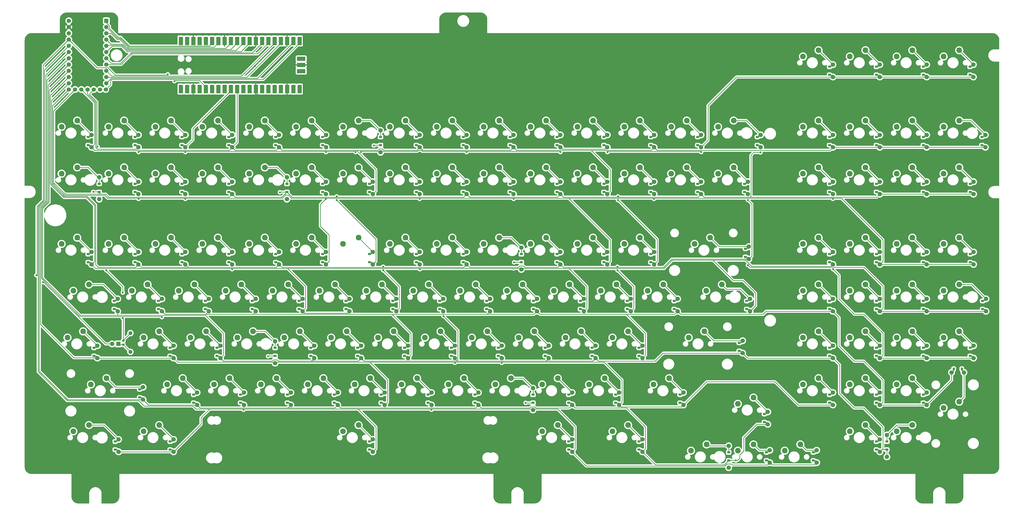
<source format=gbr>
%TF.GenerationSoftware,KiCad,Pcbnew,9.99.0-2510-g416e54f0d5*%
%TF.CreationDate,2026-02-08T14:48:21-05:00*%
%TF.ProjectId,dimension-PCB,64696d65-6e73-4696-9f6e-2d5043422e6b,rev?*%
%TF.SameCoordinates,Original*%
%TF.FileFunction,Copper,L2,Bot*%
%TF.FilePolarity,Positive*%
%FSLAX46Y46*%
G04 Gerber Fmt 4.6, Leading zero omitted, Abs format (unit mm)*
G04 Created by KiCad (PCBNEW 9.99.0-2510-g416e54f0d5) date 2026-02-08 14:48:21*
%MOMM*%
%LPD*%
G01*
G04 APERTURE LIST*
G04 Aperture macros list*
%AMRoundRect*
0 Rectangle with rounded corners*
0 $1 Rounding radius*
0 $2 $3 $4 $5 $6 $7 $8 $9 X,Y pos of 4 corners*
0 Add a 4 corners polygon primitive as box body*
4,1,4,$2,$3,$4,$5,$6,$7,$8,$9,$2,$3,0*
0 Add four circle primitives for the rounded corners*
1,1,$1+$1,$2,$3*
1,1,$1+$1,$4,$5*
1,1,$1+$1,$6,$7*
1,1,$1+$1,$8,$9*
0 Add four rect primitives between the rounded corners*
20,1,$1+$1,$2,$3,$4,$5,0*
20,1,$1+$1,$4,$5,$6,$7,0*
20,1,$1+$1,$6,$7,$8,$9,0*
20,1,$1+$1,$8,$9,$2,$3,0*%
G04 Aperture macros list end*
%TA.AperFunction,ComponentPad*%
%ADD10C,1.800000*%
%TD*%
%TA.AperFunction,SMDPad,CuDef*%
%ADD11R,1.200000X0.900000*%
%TD*%
%TA.AperFunction,ComponentPad*%
%ADD12C,2.300000*%
%TD*%
%TA.AperFunction,SMDPad,CuDef*%
%ADD13R,3.500000X1.700000*%
%TD*%
%TA.AperFunction,ComponentPad*%
%ADD14O,1.700000X1.700000*%
%TD*%
%TA.AperFunction,ComponentPad*%
%ADD15R,1.700000X1.700000*%
%TD*%
%TA.AperFunction,SMDPad,CuDef*%
%ADD16R,1.700000X3.500000*%
%TD*%
%TA.AperFunction,SMDPad,CuDef*%
%ADD17R,1.100000X0.400000*%
%TD*%
%TA.AperFunction,SMDPad,CuDef*%
%ADD18RoundRect,0.225000X0.375000X-0.225000X0.375000X0.225000X-0.375000X0.225000X-0.375000X-0.225000X0*%
%TD*%
%TA.AperFunction,SMDPad,CuDef*%
%ADD19R,1.280000X0.400000*%
%TD*%
%TA.AperFunction,ComponentPad*%
%ADD20R,1.800000X1.800000*%
%TD*%
%TA.AperFunction,ComponentPad*%
%ADD21C,1.600000*%
%TD*%
%TA.AperFunction,ComponentPad*%
%ADD22O,1.600000X1.600000*%
%TD*%
%TA.AperFunction,SMDPad,CuDef*%
%ADD23RoundRect,0.200000X0.275000X-0.200000X0.275000X0.200000X-0.275000X0.200000X-0.275000X-0.200000X0*%
%TD*%
%TA.AperFunction,ComponentPad*%
%ADD24R,1.752600X1.752600*%
%TD*%
%TA.AperFunction,ComponentPad*%
%ADD25C,1.752600*%
%TD*%
%TA.AperFunction,SMDPad,CuDef*%
%ADD26R,0.400000X1.280000*%
%TD*%
%TA.AperFunction,SMDPad,CuDef*%
%ADD27RoundRect,0.225000X-0.225000X-0.375000X0.225000X-0.375000X0.225000X0.375000X-0.225000X0.375000X0*%
%TD*%
%TA.AperFunction,SMDPad,CuDef*%
%ADD28R,0.400000X1.100000*%
%TD*%
%TA.AperFunction,ViaPad*%
%ADD29C,0.800000*%
%TD*%
%TA.AperFunction,Conductor*%
%ADD30C,0.250000*%
%TD*%
G04 APERTURE END LIST*
D10*
%TO.P,D87,1,K*%
%TO.N,ROW9*%
X333680000Y-235122000D03*
D11*
X333680000Y-232200000D03*
%TO.P,D87,2,A*%
%TO.N,Net-(D87-A)*%
X333680000Y-228900000D03*
D10*
X333680000Y-226232000D03*
%TD*%
%TO.P,D118,1,K*%
%TO.N,ROW7*%
X397970000Y-230717000D03*
D11*
X397970000Y-227795000D03*
%TO.P,D118,2,A*%
%TO.N,Net-(D118-A)*%
X397970000Y-224495000D03*
D10*
X397970000Y-221827000D03*
%TD*%
%TO.P,D66,1,K*%
%TO.N,ROW10*%
X254160000Y-211667000D03*
D11*
X254160000Y-208745000D03*
%TO.P,D66,2,A*%
%TO.N,Net-(D66-A)*%
X254160000Y-205445000D03*
D10*
X254160000Y-202777000D03*
%TD*%
%TO.P,D31,1,K*%
%TO.N,ROW8*%
X149390000Y-192617000D03*
D11*
X149390000Y-189695000D03*
%TO.P,D31,2,A*%
%TO.N,Net-(D31-A)*%
X149390000Y-186395000D03*
D10*
X149390000Y-183727000D03*
%TD*%
D12*
%TO.P,MX1,2,2*%
%TO.N,Net-(D1-A)*%
X88040000Y-93975000D03*
%TO.P,MX1,1,1*%
%TO.N,COL0*%
X81690000Y-96515000D03*
%TD*%
%TO.P,MX2,2,2*%
%TO.N,Net-(D2-A)*%
X68990000Y-93975000D03*
%TO.P,MX2,1,1*%
%TO.N,COL0*%
X62640000Y-96515000D03*
%TD*%
%TO.P,MX3,2,2*%
%TO.N,Net-(D3-A)*%
X68990000Y-113025000D03*
%TO.P,MX3,1,1*%
%TO.N,COL0*%
X62640000Y-115565000D03*
%TD*%
%TO.P,MX4,2,2*%
%TO.N,Net-(D4-A)*%
X88040000Y-113025000D03*
%TO.P,MX4,1,1*%
%TO.N,COL0*%
X81690000Y-115565000D03*
%TD*%
%TO.P,MX5,2,2*%
%TO.N,Net-(D5-A)*%
X88040000Y-141600000D03*
%TO.P,MX5,1,1*%
%TO.N,COL0*%
X81690000Y-144140000D03*
%TD*%
%TO.P,MX6,2,2*%
%TO.N,Net-(D6-A)*%
X68990000Y-141600000D03*
%TO.P,MX6,1,1*%
%TO.N,COL0*%
X62640000Y-144140000D03*
%TD*%
%TO.P,MX7,2,2*%
%TO.N,Net-(D7-A)*%
X97565000Y-160650000D03*
%TO.P,MX7,1,1*%
%TO.N,COL0*%
X91215000Y-163190000D03*
%TD*%
%TO.P,MX8,2,2*%
%TO.N,Net-(D8-A)*%
X73752500Y-160650000D03*
%TO.P,MX8,1,1*%
%TO.N,COL0*%
X67402500Y-163190000D03*
%TD*%
%TO.P,MX9,2,2*%
%TO.N,Net-(D9-A)*%
X71371250Y-179700000D03*
%TO.P,MX9,1,1*%
%TO.N,COL0*%
X65021250Y-182240000D03*
%TD*%
%TO.P,MX10,2,2*%
%TO.N,Net-(D10-A)*%
X80896250Y-198750000D03*
%TO.P,MX10,1,1*%
%TO.N,COL0*%
X74546250Y-201290000D03*
%TD*%
%TO.P,MX11,2,2*%
%TO.N,Net-(D11-A)*%
X73752500Y-217800000D03*
%TO.P,MX11,1,1*%
%TO.N,COL0*%
X67402500Y-220340000D03*
%TD*%
%TO.P,MX12,2,2*%
%TO.N,Net-(D12-A)*%
X107090000Y-93975000D03*
%TO.P,MX12,1,1*%
%TO.N,COL1*%
X100740000Y-96515000D03*
%TD*%
%TO.P,MX13,2,2*%
%TO.N,Net-(D13-A)*%
X126140000Y-93975000D03*
%TO.P,MX13,1,1*%
%TO.N,COL1*%
X119790000Y-96515000D03*
%TD*%
%TO.P,MX14,2,2*%
%TO.N,Net-(D14-A)*%
X126140000Y-113025000D03*
%TO.P,MX14,1,1*%
%TO.N,COL1*%
X119790000Y-115565000D03*
%TD*%
%TO.P,MX15,2,2*%
%TO.N,Net-(D15-A)*%
X107090000Y-113025000D03*
%TO.P,MX15,1,1*%
%TO.N,COL1*%
X100740000Y-115565000D03*
%TD*%
%TO.P,MX16,2,2*%
%TO.N,Net-(D16-A)*%
X107090000Y-141600000D03*
%TO.P,MX16,1,1*%
%TO.N,COL1*%
X100740000Y-144140000D03*
%TD*%
%TO.P,MX17,2,2*%
%TO.N,Net-(D17-A)*%
X126140000Y-141600000D03*
%TO.P,MX17,1,1*%
%TO.N,COL1*%
X119790000Y-144140000D03*
%TD*%
%TO.P,MX18,2,2*%
%TO.N,Net-(D18-A)*%
X116615000Y-160650000D03*
%TO.P,MX18,1,1*%
%TO.N,COL1*%
X110265000Y-163190000D03*
%TD*%
%TO.P,MX19,2,2*%
%TO.N,Net-(D19-A)*%
X121377500Y-179700000D03*
%TO.P,MX19,1,1*%
%TO.N,COL1*%
X115027500Y-182240000D03*
%TD*%
%TO.P,MX20,2,2*%
%TO.N,Net-(D20-A)*%
X102327500Y-179700000D03*
%TO.P,MX20,1,1*%
%TO.N,COL1*%
X95977500Y-182240000D03*
%TD*%
%TO.P,MX21,2,2*%
%TO.N,Net-(D21-A)*%
X111852500Y-198750000D03*
%TO.P,MX21,1,1*%
%TO.N,COL1*%
X105502500Y-201290000D03*
%TD*%
%TO.P,MX22,2,2*%
%TO.N,Net-(D22-A)*%
X102327500Y-217800000D03*
%TO.P,MX22,1,1*%
%TO.N,COL1*%
X95977500Y-220340000D03*
%TD*%
%TO.P,MX23,2,2*%
%TO.N,Net-(D23-A)*%
X164240000Y-93975000D03*
%TO.P,MX23,1,1*%
%TO.N,COL2*%
X157890000Y-96515000D03*
%TD*%
%TO.P,MX24,2,2*%
%TO.N,Net-(D24-A)*%
X145190000Y-93975000D03*
%TO.P,MX24,1,1*%
%TO.N,COL2*%
X138840000Y-96515000D03*
%TD*%
%TO.P,MX25,2,2*%
%TO.N,Net-(D25-A)*%
X145190000Y-113025000D03*
%TO.P,MX25,1,1*%
%TO.N,COL2*%
X138840000Y-115565000D03*
%TD*%
%TO.P,MX26,2,2*%
%TO.N,Net-(D26-A)*%
X164240000Y-113025000D03*
%TO.P,MX26,1,1*%
%TO.N,COL2*%
X157890000Y-115565000D03*
%TD*%
%TO.P,MX27,2,2*%
%TO.N,Net-(D27-A)*%
X145190000Y-141600000D03*
%TO.P,MX27,1,1*%
%TO.N,COL2*%
X138840000Y-144140000D03*
%TD*%
%TO.P,MX28,2,2*%
%TO.N,Net-(D28-A)*%
X154715000Y-160650000D03*
%TO.P,MX28,1,1*%
%TO.N,COL2*%
X148365000Y-163190000D03*
%TD*%
%TO.P,MX29,2,2*%
%TO.N,Net-(D29-A)*%
X135665000Y-160650000D03*
%TO.P,MX29,1,1*%
%TO.N,COL2*%
X129315000Y-163190000D03*
%TD*%
%TO.P,MX30,2,2*%
%TO.N,Net-(D30-A)*%
X159477500Y-179700000D03*
%TO.P,MX30,1,1*%
%TO.N,COL2*%
X153127500Y-182240000D03*
%TD*%
%TO.P,MX31,2,2*%
%TO.N,Net-(D31-A)*%
X140427500Y-179700000D03*
%TO.P,MX31,1,1*%
%TO.N,COL2*%
X134077500Y-182240000D03*
%TD*%
%TO.P,MX32,2,2*%
%TO.N,Net-(D32-A)*%
X149952500Y-198750000D03*
%TO.P,MX32,1,1*%
%TO.N,COL2*%
X143602500Y-201290000D03*
%TD*%
%TO.P,MX33,2,2*%
%TO.N,Net-(D33-A)*%
X130902500Y-198750000D03*
%TO.P,MX33,1,1*%
%TO.N,COL2*%
X124552500Y-201290000D03*
%TD*%
%TO.P,MX34,2,2*%
%TO.N,Net-(D34-A)*%
X183290000Y-93975000D03*
%TO.P,MX34,1,1*%
%TO.N,COL3*%
X176940000Y-96515000D03*
%TD*%
%TO.P,MX35,2,2*%
%TO.N,Net-(D35-A)*%
X183290000Y-113025000D03*
%TO.P,MX35,1,1*%
%TO.N,COL3*%
X176940000Y-115565000D03*
%TD*%
%TO.P,MX36,2,2*%
%TO.N,Net-(D36-A)*%
X183290000Y-141600000D03*
%TO.P,MX36,1,1*%
%TO.N,COL3*%
X176940000Y-144140000D03*
%TD*%
%TO.P,MX37,2,2*%
%TO.N,Net-(D37-A)*%
X164240000Y-141600000D03*
%TO.P,MX37,1,1*%
%TO.N,COL3*%
X157890000Y-144140000D03*
%TD*%
%TO.P,MX38,2,2*%
%TO.N,Net-(D38-A)*%
X192815000Y-160650000D03*
%TO.P,MX38,1,1*%
%TO.N,COL3*%
X186465000Y-163190000D03*
%TD*%
%TO.P,MX39,2,2*%
%TO.N,Net-(D39-A)*%
X173765000Y-160650000D03*
%TO.P,MX39,1,1*%
%TO.N,COL3*%
X167415000Y-163190000D03*
%TD*%
%TO.P,MX40,2,2*%
%TO.N,Net-(D40-A)*%
X197577500Y-179700000D03*
%TO.P,MX40,1,1*%
%TO.N,COL3*%
X191227500Y-182240000D03*
%TD*%
%TO.P,MX41,2,2*%
%TO.N,Net-(D41-A)*%
X178527500Y-179700000D03*
%TO.P,MX41,1,1*%
%TO.N,COL3*%
X172177500Y-182240000D03*
%TD*%
%TO.P,MX42,2,2*%
%TO.N,Net-(D42-A)*%
X188052500Y-198750000D03*
%TO.P,MX42,1,1*%
%TO.N,COL3*%
X181702500Y-201290000D03*
%TD*%
%TO.P,MX43,2,2*%
%TO.N,Net-(D43-A)*%
X169002500Y-198750000D03*
%TO.P,MX43,1,1*%
%TO.N,COL3*%
X162652500Y-201290000D03*
%TD*%
%TO.P,MX44,2,2*%
%TO.N,Net-(D44-A)*%
X183290000Y-217800000D03*
%TO.P,MX44,1,1*%
%TO.N,COL3*%
X176940000Y-220340000D03*
%TD*%
%TO.P,MX45,2,2*%
%TO.N,Net-(D45-A)*%
X221390000Y-93975000D03*
%TO.P,MX45,1,1*%
%TO.N,COL4*%
X215040000Y-96515000D03*
%TD*%
%TO.P,MX46,2,2*%
%TO.N,Net-(D46-A)*%
X202340000Y-93975000D03*
%TO.P,MX46,1,1*%
%TO.N,COL4*%
X195990000Y-96515000D03*
%TD*%
%TO.P,MX47,2,2*%
%TO.N,Net-(D47-A)*%
X221390000Y-113025000D03*
%TO.P,MX47,1,1*%
%TO.N,COL4*%
X215040000Y-115565000D03*
%TD*%
%TO.P,MX48,2,2*%
%TO.N,Net-(D48-A)*%
X202340000Y-113025000D03*
%TO.P,MX48,1,1*%
%TO.N,COL4*%
X195990000Y-115565000D03*
%TD*%
%TO.P,MX49,2,2*%
%TO.N,Net-(D49-A)*%
X221390000Y-141600000D03*
%TO.P,MX49,1,1*%
%TO.N,COL4*%
X215040000Y-144140000D03*
%TD*%
%TO.P,MX50,2,2*%
%TO.N,Net-(D50-A)*%
X202340000Y-141600000D03*
%TO.P,MX50,1,1*%
%TO.N,COL4*%
X195990000Y-144140000D03*
%TD*%
%TO.P,MX51,2,2*%
%TO.N,Net-(D51-A)*%
X230915000Y-160650000D03*
%TO.P,MX51,1,1*%
%TO.N,COL4*%
X224565000Y-163190000D03*
%TD*%
%TO.P,MX52,2,2*%
%TO.N,Net-(D52-A)*%
X211865000Y-160650000D03*
%TO.P,MX52,1,1*%
%TO.N,COL4*%
X205515000Y-163190000D03*
%TD*%
%TO.P,MX53,2,2*%
%TO.N,Net-(D53-A)*%
X216627500Y-179700000D03*
%TO.P,MX53,1,1*%
%TO.N,COL4*%
X210277500Y-182240000D03*
%TD*%
%TO.P,MX54,2,2*%
%TO.N,Net-(D54-A)*%
X226152500Y-198750000D03*
%TO.P,MX54,1,1*%
%TO.N,COL4*%
X219802500Y-201290000D03*
%TD*%
%TO.P,MX55,2,2*%
%TO.N,Net-(D55-A)*%
X207102500Y-198750000D03*
%TO.P,MX55,1,1*%
%TO.N,COL4*%
X200752500Y-201290000D03*
%TD*%
%TO.P,MX56,2,2*%
%TO.N,Net-(D56-A)*%
X259490000Y-93975000D03*
%TO.P,MX56,1,1*%
%TO.N,COL5*%
X253140000Y-96515000D03*
%TD*%
%TO.P,MX57,2,2*%
%TO.N,Net-(D57-A)*%
X240440000Y-93975000D03*
%TO.P,MX57,1,1*%
%TO.N,COL5*%
X234090000Y-96515000D03*
%TD*%
%TO.P,MX58,2,2*%
%TO.N,Net-(D58-A)*%
X259490000Y-113025000D03*
%TO.P,MX58,1,1*%
%TO.N,COL5*%
X253140000Y-115565000D03*
%TD*%
%TO.P,MX59,2,2*%
%TO.N,Net-(D59-A)*%
X240440000Y-113025000D03*
%TO.P,MX59,1,1*%
%TO.N,COL5*%
X234090000Y-115565000D03*
%TD*%
%TO.P,MX60,2,2*%
%TO.N,Net-(D60-A)*%
X259490000Y-141600000D03*
%TO.P,MX60,1,1*%
%TO.N,COL5*%
X253140000Y-144140000D03*
%TD*%
%TO.P,MX61,2,2*%
%TO.N,Net-(D61-A)*%
X240440000Y-141600000D03*
%TO.P,MX61,1,1*%
%TO.N,COL5*%
X234090000Y-144140000D03*
%TD*%
%TO.P,MX62,2,2*%
%TO.N,Net-(D62-A)*%
X249965000Y-160650000D03*
%TO.P,MX62,1,1*%
%TO.N,COL5*%
X243615000Y-163190000D03*
%TD*%
%TO.P,MX63,2,2*%
%TO.N,Net-(D63-A)*%
X254727500Y-179700000D03*
%TO.P,MX63,1,1*%
%TO.N,COL5*%
X248377500Y-182240000D03*
%TD*%
%TO.P,MX64,2,2*%
%TO.N,Net-(D64-A)*%
X235677500Y-179700000D03*
%TO.P,MX64,1,1*%
%TO.N,COL5*%
X229327500Y-182240000D03*
%TD*%
%TO.P,MX65,2,2*%
%TO.N,Net-(D65-A)*%
X264252500Y-198750000D03*
%TO.P,MX65,1,1*%
%TO.N,COL5*%
X257902500Y-201290000D03*
%TD*%
%TO.P,MX66,2,2*%
%TO.N,Net-(D66-A)*%
X245202500Y-198750000D03*
%TO.P,MX66,1,1*%
%TO.N,COL5*%
X238852500Y-201290000D03*
%TD*%
%TO.P,MX67,2,2*%
%TO.N,Net-(D67-A)*%
X278540000Y-93975000D03*
%TO.P,MX67,1,1*%
%TO.N,COL6*%
X272190000Y-96515000D03*
%TD*%
%TO.P,MX68,2,2*%
%TO.N,Net-(D68-A)*%
X278540000Y-113025000D03*
%TO.P,MX68,1,1*%
%TO.N,COL6*%
X272190000Y-115565000D03*
%TD*%
%TO.P,MX69,2,2*%
%TO.N,Net-(D69-A)*%
X297590000Y-141600000D03*
%TO.P,MX69,1,1*%
%TO.N,COL6*%
X291240000Y-144140000D03*
%TD*%
%TO.P,MX70,2,2*%
%TO.N,Net-(D70-A)*%
X278540000Y-141600000D03*
%TO.P,MX70,1,1*%
%TO.N,COL6*%
X272190000Y-144140000D03*
%TD*%
%TO.P,MX71,2,2*%
%TO.N,Net-(D71-A)*%
X288065000Y-160650000D03*
%TO.P,MX71,1,1*%
%TO.N,COL6*%
X281715000Y-163190000D03*
%TD*%
%TO.P,MX72,2,2*%
%TO.N,Net-(D72-A)*%
X269015000Y-160650000D03*
%TO.P,MX72,1,1*%
%TO.N,COL6*%
X262665000Y-163190000D03*
%TD*%
%TO.P,MX73,2,2*%
%TO.N,Net-(D73-A)*%
X292827500Y-179700000D03*
%TO.P,MX73,1,1*%
%TO.N,COL6*%
X286477500Y-182240000D03*
%TD*%
%TO.P,MX74,2,2*%
%TO.N,Net-(D74-A)*%
X273777500Y-179700000D03*
%TO.P,MX74,1,1*%
%TO.N,COL6*%
X267427500Y-182240000D03*
%TD*%
%TO.P,MX75,2,2*%
%TO.N,Net-(D75-A)*%
X283302500Y-198750000D03*
%TO.P,MX75,1,1*%
%TO.N,COL6*%
X276952500Y-201290000D03*
%TD*%
%TO.P,MX76,2,2*%
%TO.N,Net-(D76-A)*%
X292827500Y-217800000D03*
%TO.P,MX76,1,1*%
%TO.N,COL6*%
X286477500Y-220340000D03*
%TD*%
%TO.P,MX77,2,2*%
%TO.N,Net-(D77-A)*%
X264252500Y-217800000D03*
%TO.P,MX77,1,1*%
%TO.N,COL6*%
X257902500Y-220340000D03*
%TD*%
%TO.P,MX78,2,2*%
%TO.N,Net-(D78-A)*%
X316640000Y-93975000D03*
%TO.P,MX78,1,1*%
%TO.N,COL7*%
X310290000Y-96515000D03*
%TD*%
%TO.P,MX79,2,2*%
%TO.N,Net-(D79-A)*%
X297590000Y-93975000D03*
%TO.P,MX79,1,1*%
%TO.N,COL7*%
X291240000Y-96515000D03*
%TD*%
%TO.P,MX80,2,2*%
%TO.N,Net-(D80-A)*%
X316640000Y-113025000D03*
%TO.P,MX80,1,1*%
%TO.N,COL7*%
X310290000Y-115565000D03*
%TD*%
%TO.P,MX81,2,2*%
%TO.N,Net-(D81-A)*%
X297590000Y-113025000D03*
%TO.P,MX81,1,1*%
%TO.N,COL7*%
X291240000Y-115565000D03*
%TD*%
%TO.P,MX82,2,2*%
%TO.N,Net-(D82-A)*%
X326165000Y-141600000D03*
%TO.P,MX82,1,1*%
%TO.N,COL7*%
X319815000Y-144140000D03*
%TD*%
%TO.P,MX83,2,2*%
%TO.N,Net-(D83-A)*%
X330927500Y-160650000D03*
%TO.P,MX83,1,1*%
%TO.N,COL7*%
X324577500Y-163190000D03*
%TD*%
%TO.P,MX84,2,2*%
%TO.N,Net-(D84-A)*%
X307115000Y-160650000D03*
%TO.P,MX84,1,1*%
%TO.N,COL7*%
X300765000Y-163190000D03*
%TD*%
%TO.P,MX85,2,2*%
%TO.N,Net-(D85-A)*%
X323783750Y-179700000D03*
%TO.P,MX85,1,1*%
%TO.N,COL7*%
X317433750Y-182240000D03*
%TD*%
%TO.P,MX86,2,2*%
%TO.N,Net-(D86-A)*%
X309496250Y-198750000D03*
%TO.P,MX86,1,1*%
%TO.N,COL7*%
X303146250Y-201290000D03*
%TD*%
%TO.P,MX87,2,2*%
%TO.N,Net-(D87-A)*%
X324702500Y-225667500D03*
%TO.P,MX87,1,1*%
%TO.N,COL7*%
X318352500Y-228207500D03*
%TD*%
%TO.P,MX88,2,2*%
%TO.N,Net-(D88-A)*%
X343752500Y-225667500D03*
%TO.P,MX88,1,1*%
%TO.N,COL7*%
X337402500Y-228207500D03*
%TD*%
%TO.P,MX89,2,2*%
%TO.N,Net-(D89-A)*%
X370220000Y-65400000D03*
%TO.P,MX89,1,1*%
%TO.N,COL8*%
X363870000Y-67940000D03*
%TD*%
%TO.P,MX90,2,2*%
%TO.N,Net-(D90-A)*%
X370220000Y-93975000D03*
%TO.P,MX90,1,1*%
%TO.N,COL8*%
X363870000Y-96515000D03*
%TD*%
%TO.P,MX91,2,2*%
%TO.N,Net-(D91-A)*%
X335690000Y-93975000D03*
%TO.P,MX91,1,1*%
%TO.N,COL8*%
X329340000Y-96515000D03*
%TD*%
%TO.P,MX92,2,2*%
%TO.N,Net-(D92-A)*%
X370220000Y-113025000D03*
%TO.P,MX92,1,1*%
%TO.N,COL8*%
X363870000Y-115565000D03*
%TD*%
%TO.P,MX93,2,2*%
%TO.N,Net-(D93-A)*%
X335690000Y-113025000D03*
%TO.P,MX93,1,1*%
%TO.N,COL8*%
X329340000Y-115565000D03*
%TD*%
%TO.P,MX94,2,2*%
%TO.N,Net-(D94-A)*%
X370220000Y-141600000D03*
%TO.P,MX94,1,1*%
%TO.N,COL8*%
X363870000Y-144140000D03*
%TD*%
%TO.P,MX95,2,2*%
%TO.N,Net-(D95-A)*%
X370220000Y-160650000D03*
%TO.P,MX95,1,1*%
%TO.N,COL8*%
X363870000Y-163190000D03*
%TD*%
%TO.P,MX96,2,2*%
%TO.N,Net-(D96-A)*%
X370220000Y-179700000D03*
%TO.P,MX96,1,1*%
%TO.N,COL8*%
X363870000Y-182240000D03*
%TD*%
%TO.P,MX97,2,2*%
%TO.N,Net-(D97-A)*%
X370220000Y-198750000D03*
%TO.P,MX97,1,1*%
%TO.N,COL8*%
X363870000Y-201290000D03*
%TD*%
%TO.P,MX98,2,2*%
%TO.N,Net-(D98-A)*%
X343752500Y-206617500D03*
%TO.P,MX98,1,1*%
%TO.N,COL8*%
X337402500Y-209157500D03*
%TD*%
%TO.P,MX99,2,2*%
%TO.N,Net-(D99-A)*%
X362802500Y-225667500D03*
%TO.P,MX99,1,1*%
%TO.N,COL8*%
X356452500Y-228207500D03*
%TD*%
%TO.P,MX100,2,2*%
%TO.N,Net-(D100-A)*%
X389270000Y-65400000D03*
%TO.P,MX100,1,1*%
%TO.N,COL9*%
X382920000Y-67940000D03*
%TD*%
%TO.P,MX101,2,2*%
%TO.N,Net-(D101-A)*%
X389270000Y-93975000D03*
%TO.P,MX101,1,1*%
%TO.N,COL9*%
X382920000Y-96515000D03*
%TD*%
%TO.P,MX102,2,2*%
%TO.N,Net-(D102-A)*%
X389270000Y-113025000D03*
%TO.P,MX102,1,1*%
%TO.N,COL9*%
X382920000Y-115565000D03*
%TD*%
%TO.P,MX103,2,2*%
%TO.N,Net-(D103-A)*%
X389270000Y-141600000D03*
%TO.P,MX103,1,1*%
%TO.N,COL9*%
X382920000Y-144140000D03*
%TD*%
%TO.P,MX104,2,2*%
%TO.N,Net-(D104-A)*%
X389270000Y-160650000D03*
%TO.P,MX104,1,1*%
%TO.N,COL9*%
X382920000Y-163190000D03*
%TD*%
%TO.P,MX105,2,2*%
%TO.N,Net-(D105-A)*%
X389270000Y-179700000D03*
%TO.P,MX105,1,1*%
%TO.N,COL9*%
X382920000Y-182240000D03*
%TD*%
%TO.P,MX106,2,2*%
%TO.N,Net-(D106-A)*%
X389270000Y-198750000D03*
%TO.P,MX106,1,1*%
%TO.N,COL9*%
X382920000Y-201290000D03*
%TD*%
%TO.P,MX107,2,2*%
%TO.N,Net-(D107-A)*%
X389270000Y-217800000D03*
%TO.P,MX107,1,1*%
%TO.N,COL9*%
X382920000Y-220340000D03*
%TD*%
%TO.P,MX111,2,2*%
%TO.N,Net-(D111-A)*%
X408320000Y-65400000D03*
%TO.P,MX111,1,1*%
%TO.N,COL10*%
X401970000Y-67940000D03*
%TD*%
%TO.P,MX112,2,2*%
%TO.N,Net-(D112-A)*%
X408320000Y-93975000D03*
%TO.P,MX112,1,1*%
%TO.N,COL10*%
X401970000Y-96515000D03*
%TD*%
%TO.P,MX113,2,2*%
%TO.N,Net-(D113-A)*%
X408320000Y-113025000D03*
%TO.P,MX113,1,1*%
%TO.N,COL10*%
X401970000Y-115565000D03*
%TD*%
%TO.P,MX114,2,2*%
%TO.N,Net-(D114-A)*%
X408320000Y-141600000D03*
%TO.P,MX114,1,1*%
%TO.N,COL10*%
X401970000Y-144140000D03*
%TD*%
%TO.P,MX115,2,2*%
%TO.N,Net-(D115-A)*%
X408320000Y-160650000D03*
%TO.P,MX115,1,1*%
%TO.N,COL10*%
X401970000Y-163190000D03*
%TD*%
%TO.P,MX116,2,2*%
%TO.N,Net-(D116-A)*%
X408320000Y-179700000D03*
%TO.P,MX116,1,1*%
%TO.N,COL10*%
X401970000Y-182240000D03*
%TD*%
%TO.P,MX117,2,2*%
%TO.N,Net-(D117-A)*%
X408320000Y-198750000D03*
%TO.P,MX117,1,1*%
%TO.N,COL10*%
X401970000Y-201290000D03*
%TD*%
%TO.P,MX118,2,2*%
%TO.N,Net-(D118-A)*%
X408320000Y-217800000D03*
%TO.P,MX118,1,1*%
%TO.N,COL10*%
X401970000Y-220340000D03*
%TD*%
%TO.P,MX122,2,2*%
%TO.N,Net-(D122-A)*%
X427370000Y-65400000D03*
%TO.P,MX122,1,1*%
%TO.N,COL11*%
X421020000Y-67940000D03*
%TD*%
%TO.P,MX123,2,2*%
%TO.N,Net-(D123-A)*%
X427370000Y-93975000D03*
%TO.P,MX123,1,1*%
%TO.N,COL11*%
X421020000Y-96515000D03*
%TD*%
%TO.P,MX124,2,2*%
%TO.N,Net-(D124-A)*%
X427370000Y-113025000D03*
%TO.P,MX124,1,1*%
%TO.N,COL11*%
X421020000Y-115565000D03*
%TD*%
%TO.P,MX125,2,2*%
%TO.N,Net-(D125-A)*%
X427370000Y-141600000D03*
%TO.P,MX125,1,1*%
%TO.N,COL11*%
X421020000Y-144140000D03*
%TD*%
%TO.P,MX126,2,2*%
%TO.N,Net-(D126-A)*%
X427370000Y-160650000D03*
%TO.P,MX126,1,1*%
%TO.N,COL11*%
X421020000Y-163190000D03*
%TD*%
%TO.P,MX127,2,2*%
%TO.N,Net-(D127-A)*%
X427370000Y-179700000D03*
%TO.P,MX127,1,1*%
%TO.N,COL11*%
X421020000Y-182240000D03*
%TD*%
%TO.P,MX128,2,2*%
%TO.N,Net-(D128-A)*%
X427370000Y-208275000D03*
%TO.P,MX128,1,1*%
%TO.N,COL11*%
X421020000Y-210815000D03*
%TD*%
D13*
%TO.P,U1,43,SWDIO*%
%TO.N,unconnected-(U1-SWDIO-Pad43)_1*%
X160000000Y-73940000D03*
D14*
%TO.N,unconnected-(U1-SWDIO-Pad43)*%
X159100000Y-73940000D03*
D13*
%TO.P,U1,42,GND*%
%TO.N,GND*%
X160000000Y-71400000D03*
D15*
X159100000Y-71400000D03*
D13*
%TO.P,U1,41,SWCLK*%
%TO.N,unconnected-(U1-SWCLK-Pad41)_1*%
X160000000Y-68860000D03*
D14*
%TO.N,unconnected-(U1-SWCLK-Pad41)*%
X159100000Y-68860000D03*
D16*
%TO.P,U1,40,VBUS*%
%TO.N,unconnected-(U1-VBUS-Pad40)_1*%
X111070000Y-81190000D03*
D14*
%TO.N,unconnected-(U1-VBUS-Pad40)*%
X111070000Y-80290000D03*
D16*
%TO.P,U1,39,VSYS*%
%TO.N,unconnected-(U1-VSYS-Pad39)_1*%
X113610000Y-81190000D03*
D14*
%TO.N,unconnected-(U1-VSYS-Pad39)*%
X113610000Y-80290000D03*
D16*
%TO.P,U1,38,GND*%
%TO.N,GND*%
X116150000Y-81190000D03*
D15*
X116150000Y-80290000D03*
D16*
%TO.P,U1,37,3V3_EN*%
%TO.N,unconnected-(U1-3V3_EN-Pad37)*%
X118690000Y-81190000D03*
D14*
%TO.N,unconnected-(U1-3V3_EN-Pad37)_1*%
X118690000Y-80290000D03*
D16*
%TO.P,U1,36,3V3*%
%TO.N,+3V3*%
X121230000Y-81190000D03*
D14*
X121230000Y-80290000D03*
D16*
%TO.P,U1,35,ADC_VREF*%
%TO.N,unconnected-(U1-ADC_VREF-Pad35)*%
X123770000Y-81190000D03*
D14*
%TO.N,unconnected-(U1-ADC_VREF-Pad35)_1*%
X123770000Y-80290000D03*
D16*
%TO.P,U1,34,GPIO28_ADC2*%
%TO.N,LED_CAPS*%
X126310000Y-81190000D03*
D14*
X126310000Y-80290000D03*
D16*
%TO.P,U1,33,AGND*%
%TO.N,unconnected-(U1-AGND-Pad33)*%
X128850000Y-81190000D03*
D15*
%TO.N,unconnected-(U1-AGND-Pad33)_1*%
X128850000Y-80290000D03*
D16*
%TO.P,U1,32,GPIO27_ADC1*%
%TO.N,ROW0*%
X131390000Y-81190000D03*
D14*
X131390000Y-80290000D03*
D16*
%TO.P,U1,31,GPIO26_ADC0*%
%TO.N,ROW1*%
X133930000Y-81190000D03*
D14*
X133930000Y-80290000D03*
D16*
%TO.P,U1,30,RUN*%
%TO.N,unconnected-(U1-RUN-Pad30)*%
X136470000Y-81190000D03*
D14*
%TO.N,unconnected-(U1-RUN-Pad30)_1*%
X136470000Y-80290000D03*
D16*
%TO.P,U1,29,GPIO22*%
%TO.N,ROW2*%
X139010000Y-81190000D03*
D14*
X139010000Y-80290000D03*
D16*
%TO.P,U1,28,GND*%
%TO.N,GND*%
X141550000Y-81190000D03*
D15*
X141550000Y-80290000D03*
D16*
%TO.P,U1,27,GPIO21*%
%TO.N,ROW3*%
X144090000Y-81190000D03*
D14*
X144090000Y-80290000D03*
D16*
%TO.P,U1,26,GPIO20*%
%TO.N,ROW4*%
X146630000Y-81190000D03*
D14*
X146630000Y-80290000D03*
D16*
%TO.P,U1,25,GPIO19*%
%TO.N,ROW5*%
X149170000Y-81190000D03*
D14*
X149170000Y-80290000D03*
D16*
%TO.P,U1,24,GPIO18*%
%TO.N,ROW7*%
X151710000Y-81190000D03*
D14*
X151710000Y-80290000D03*
D16*
%TO.P,U1,23,GND*%
%TO.N,GND*%
X154250000Y-81190000D03*
D15*
X154250000Y-80290000D03*
D16*
%TO.P,U1,22,GPIO17*%
%TO.N,ROW6*%
X156790000Y-81190000D03*
D14*
X156790000Y-80290000D03*
D16*
%TO.P,U1,21,GPIO16*%
%TO.N,ROW8*%
X159330000Y-81190000D03*
D14*
X159330000Y-80290000D03*
D16*
%TO.P,U1,20,GPIO15*%
%TO.N,COL11*%
X159330000Y-61610000D03*
D14*
X159330000Y-62510000D03*
D16*
%TO.P,U1,19,GPIO14*%
%TO.N,COL10*%
X156790000Y-61610000D03*
D14*
X156790000Y-62510000D03*
D16*
%TO.P,U1,18,GND*%
%TO.N,GND*%
X154250000Y-61610000D03*
D15*
X154250000Y-62510000D03*
D16*
%TO.P,U1,17,GPIO13*%
%TO.N,COL9*%
X151710000Y-61610000D03*
D14*
X151710000Y-62510000D03*
D16*
%TO.P,U1,16,GPIO12*%
%TO.N,COL8*%
X149170000Y-61610000D03*
D14*
X149170000Y-62510000D03*
D16*
%TO.P,U1,15,GPIO11*%
%TO.N,COL7*%
X146630000Y-61610000D03*
D14*
X146630000Y-62510000D03*
D16*
%TO.P,U1,14,GPIO10*%
%TO.N,COL6*%
X144090000Y-61610000D03*
D14*
X144090000Y-62510000D03*
D16*
%TO.P,U1,13,GND*%
%TO.N,GND*%
X141550000Y-61610000D03*
D15*
X141550000Y-62510000D03*
D16*
%TO.P,U1,12,GPIO9*%
%TO.N,COL5*%
X139010000Y-61610000D03*
D14*
X139010000Y-62510000D03*
D16*
%TO.P,U1,11,GPIO8*%
%TO.N,COL4*%
X136470000Y-61610000D03*
D14*
X136470000Y-62510000D03*
D16*
%TO.P,U1,10,GPIO7*%
%TO.N,COL3*%
X133930000Y-61610000D03*
D14*
X133930000Y-62510000D03*
D16*
%TO.P,U1,9,GPIO6*%
%TO.N,COL2*%
X131390000Y-61610000D03*
D14*
X131390000Y-62510000D03*
D16*
%TO.P,U1,8,GND*%
%TO.N,GND*%
X128850000Y-61610000D03*
D15*
X128850000Y-62510000D03*
D16*
%TO.P,U1,7,GPIO5*%
%TO.N,COL1*%
X126310000Y-61610000D03*
D14*
X126310000Y-62510000D03*
D16*
%TO.P,U1,6,GPIO4*%
%TO.N,COL0*%
X123770000Y-61610000D03*
D14*
X123770000Y-62510000D03*
D16*
%TO.P,U1,5,GPIO3*%
%TO.N,unconnected-(U1-GPIO3-Pad5)*%
X121230000Y-61610000D03*
D14*
X121230000Y-62510000D03*
D16*
%TO.P,U1,4,GPIO2*%
%TO.N,unconnected-(U1-GPIO2-Pad4)*%
X118690000Y-61610000D03*
D14*
X118690000Y-62510000D03*
D16*
%TO.P,U1,3,GND*%
%TO.N,GND*%
X116150000Y-61610000D03*
D15*
X116150000Y-62510000D03*
D16*
%TO.P,U1,2,GPIO1*%
%TO.N,ROW10*%
X113610000Y-61610000D03*
D14*
X113610000Y-62510000D03*
D16*
%TO.P,U1,1,GPIO0*%
%TO.N,ROW9*%
X111070000Y-61610000D03*
D14*
X111070000Y-62510000D03*
%TD*%
D10*
%TO.P,D123,2,A*%
%TO.N,Net-(D123-A)*%
X437967500Y-99800000D03*
D17*
X437417500Y-100500000D03*
D18*
X436567500Y-100670000D03*
%TO.P,D123,1,K*%
%TO.N,ROW1*%
X436567500Y-103970000D03*
D19*
X437327500Y-104140000D03*
D10*
X437967500Y-104840000D03*
%TD*%
%TO.P,D24,1,K*%
%TO.N,ROW1*%
X151010000Y-104840000D03*
D19*
X150370000Y-104140000D03*
D18*
X149610000Y-103970000D03*
%TO.P,D24,2,A*%
%TO.N,Net-(D24-A)*%
X149610000Y-100670000D03*
D17*
X150460000Y-100500000D03*
D10*
X151010000Y-99800000D03*
%TD*%
%TO.P,D34,1,K*%
%TO.N,ROW0*%
X192240000Y-106892000D03*
D11*
X192240000Y-103970000D03*
%TO.P,D34,2,A*%
%TO.N,Net-(D34-A)*%
X192240000Y-100670000D03*
D10*
X192240000Y-98002000D03*
%TD*%
%TO.P,D61,1,K*%
%TO.N,ROW5*%
X249430000Y-154517000D03*
D11*
X249430000Y-151595000D03*
%TO.P,D61,2,A*%
%TO.N,Net-(D61-A)*%
X249430000Y-148295000D03*
D10*
X249430000Y-145627000D03*
%TD*%
%TO.P,D25,1,K*%
%TO.N,ROW2*%
X154190000Y-125942000D03*
D11*
X154190000Y-123020000D03*
%TO.P,D25,2,A*%
%TO.N,Net-(D25-A)*%
X154190000Y-119720000D03*
D10*
X154190000Y-117052000D03*
%TD*%
D20*
%TO.P,LED1,1,K*%
%TO.N,Net-(LED1-K)*%
X85700000Y-184780000D03*
D10*
%TO.P,LED1,2,A*%
%TO.N,+3V3*%
X83160000Y-184780000D03*
%TD*%
D21*
%TO.P,R2,1*%
%TO.N,Net-(LED1-K)*%
X90600000Y-188020000D03*
D22*
%TO.P,R2,2*%
%TO.N,LED_CAPS*%
X90600000Y-180400000D03*
%TD*%
D10*
%TO.P,D60,1,K*%
%TO.N,ROW4*%
X265310000Y-152465000D03*
D19*
X264670000Y-151765000D03*
D18*
X263910000Y-151595000D03*
%TO.P,D60,2,A*%
%TO.N,Net-(D60-A)*%
X263910000Y-148295000D03*
D17*
X264760000Y-148125000D03*
D10*
X265310000Y-147425000D03*
%TD*%
%TO.P,D80,1,K*%
%TO.N,ROW2*%
X322460000Y-123890000D03*
D19*
X321820000Y-123190000D03*
D18*
X321060000Y-123020000D03*
%TO.P,D80,2,A*%
%TO.N,Net-(D80-A)*%
X321060000Y-119720000D03*
D17*
X321910000Y-119550000D03*
D10*
X322460000Y-118850000D03*
%TD*%
%TO.P,D45,1,K*%
%TO.N,ROW0*%
X227210000Y-104840000D03*
D19*
X226570000Y-104140000D03*
D18*
X225810000Y-103970000D03*
%TO.P,D45,2,A*%
%TO.N,Net-(D45-A)*%
X225810000Y-100670000D03*
D17*
X226660000Y-100500000D03*
D10*
X227210000Y-99800000D03*
%TD*%
%TO.P,D96,1,K*%
%TO.N,ROW7*%
X376040000Y-190565000D03*
D19*
X375400000Y-189865000D03*
D18*
X374640000Y-189695000D03*
%TO.P,D96,2,A*%
%TO.N,Net-(D96-A)*%
X374640000Y-186395000D03*
D17*
X375490000Y-186225000D03*
D10*
X376040000Y-185525000D03*
%TD*%
%TO.P,D37,1,K*%
%TO.N,ROW3*%
X170060000Y-152465000D03*
D19*
X169420000Y-151765000D03*
D18*
X168660000Y-151595000D03*
%TO.P,D37,2,A*%
%TO.N,Net-(D37-A)*%
X168660000Y-148295000D03*
D17*
X169510000Y-148125000D03*
D10*
X170060000Y-147425000D03*
%TD*%
%TO.P,D10,1,K*%
%TO.N,ROW9*%
X95737500Y-207420000D03*
D19*
X95097500Y-206720000D03*
D18*
X94337500Y-206550000D03*
%TO.P,D10,2,A*%
%TO.N,Net-(D10-A)*%
X94337500Y-203250000D03*
D17*
X95187500Y-203080000D03*
D10*
X95737500Y-202380000D03*
%TD*%
%TO.P,D103,1,K*%
%TO.N,ROW3*%
X395090000Y-152465000D03*
D19*
X394450000Y-151765000D03*
D18*
X393690000Y-151595000D03*
%TO.P,D103,2,A*%
%TO.N,Net-(D103-A)*%
X393690000Y-148295000D03*
D17*
X394540000Y-148125000D03*
D10*
X395090000Y-147425000D03*
%TD*%
%TO.P,D22,1,K*%
%TO.N,ROW10*%
X108147500Y-228665000D03*
D19*
X107507500Y-227965000D03*
D18*
X106747500Y-227795000D03*
%TO.P,D22,2,A*%
%TO.N,Net-(D22-A)*%
X106747500Y-224495000D03*
D17*
X107597500Y-224325000D03*
D10*
X108147500Y-223625000D03*
%TD*%
%TO.P,D47,1,K*%
%TO.N,ROW2*%
X227210000Y-123890000D03*
D19*
X226570000Y-123190000D03*
D18*
X225810000Y-123020000D03*
%TO.P,D47,2,A*%
%TO.N,Net-(D47-A)*%
X225810000Y-119720000D03*
D17*
X226660000Y-119550000D03*
D10*
X227210000Y-118850000D03*
%TD*%
%TO.P,D58,1,K*%
%TO.N,ROW2*%
X265310000Y-123890000D03*
D19*
X264670000Y-123190000D03*
D18*
X263910000Y-123020000D03*
%TO.P,D58,2,A*%
%TO.N,Net-(D58-A)*%
X263910000Y-119720000D03*
D17*
X264760000Y-119550000D03*
D10*
X265310000Y-118850000D03*
%TD*%
%TO.P,D39,1,K*%
%TO.N,ROW5*%
X179585000Y-171515000D03*
D19*
X178945000Y-170815000D03*
D18*
X178185000Y-170645000D03*
%TO.P,D39,2,A*%
%TO.N,Net-(D39-A)*%
X178185000Y-167345000D03*
D17*
X179035000Y-167175000D03*
D10*
X179585000Y-166475000D03*
%TD*%
%TO.P,D78,1,K*%
%TO.N,ROW0*%
X322460000Y-104840000D03*
D19*
X321820000Y-104140000D03*
D18*
X321060000Y-103970000D03*
%TO.P,D78,2,A*%
%TO.N,Net-(D78-A)*%
X321060000Y-100670000D03*
D17*
X321910000Y-100500000D03*
D10*
X322460000Y-99800000D03*
%TD*%
%TO.P,D115,1,K*%
%TO.N,ROW4*%
X414140000Y-171515000D03*
D19*
X413500000Y-170815000D03*
D18*
X412740000Y-170645000D03*
%TO.P,D115,2,A*%
%TO.N,Net-(D115-A)*%
X412740000Y-167345000D03*
D17*
X413590000Y-167175000D03*
D10*
X414140000Y-166475000D03*
%TD*%
%TO.P,D56,1,K*%
%TO.N,ROW0*%
X265310000Y-104840000D03*
D19*
X264670000Y-104140000D03*
D18*
X263910000Y-103970000D03*
%TO.P,D56,2,A*%
%TO.N,Net-(D56-A)*%
X263910000Y-100670000D03*
D17*
X264760000Y-100500000D03*
D10*
X265310000Y-99800000D03*
%TD*%
%TO.P,D42,1,K*%
%TO.N,ROW8*%
X193872500Y-209615000D03*
D19*
X193232500Y-208915000D03*
D18*
X192472500Y-208745000D03*
%TO.P,D42,2,A*%
%TO.N,Net-(D42-A)*%
X192472500Y-205445000D03*
D17*
X193322500Y-205275000D03*
D10*
X193872500Y-204575000D03*
%TD*%
%TO.P,D50,1,K*%
%TO.N,ROW5*%
X208160000Y-152465000D03*
D19*
X207520000Y-151765000D03*
D18*
X206760000Y-151595000D03*
%TO.P,D50,2,A*%
%TO.N,Net-(D50-A)*%
X206760000Y-148295000D03*
D17*
X207610000Y-148125000D03*
D10*
X208160000Y-147425000D03*
%TD*%
%TO.P,D112,1,K*%
%TO.N,ROW1*%
X414140000Y-104840000D03*
D19*
X413500000Y-104140000D03*
D18*
X412740000Y-103970000D03*
%TO.P,D112,2,A*%
%TO.N,Net-(D112-A)*%
X412740000Y-100670000D03*
D17*
X413590000Y-100500000D03*
D10*
X414140000Y-99800000D03*
%TD*%
%TO.P,D104,1,K*%
%TO.N,ROW4*%
X395090000Y-171515000D03*
D19*
X394450000Y-170815000D03*
D18*
X393690000Y-170645000D03*
%TO.P,D104,2,A*%
%TO.N,Net-(D104-A)*%
X393690000Y-167345000D03*
D17*
X394540000Y-167175000D03*
D10*
X395090000Y-166475000D03*
%TD*%
%TO.P,D2,1,K*%
%TO.N,ROW1*%
X74810000Y-104840000D03*
D19*
X74170000Y-104140000D03*
D18*
X73410000Y-103970000D03*
%TO.P,D2,2,A*%
%TO.N,Net-(D2-A)*%
X73410000Y-100670000D03*
D17*
X74260000Y-100500000D03*
D10*
X74810000Y-99800000D03*
%TD*%
%TO.P,D48,1,K*%
%TO.N,ROW3*%
X208160000Y-123890000D03*
D19*
X207520000Y-123190000D03*
D18*
X206760000Y-123020000D03*
%TO.P,D48,2,A*%
%TO.N,Net-(D48-A)*%
X206760000Y-119720000D03*
D17*
X207610000Y-119550000D03*
D10*
X208160000Y-118850000D03*
%TD*%
%TO.P,D122,1,K*%
%TO.N,ROW0*%
X433110000Y-76265000D03*
D19*
X432470000Y-75565000D03*
D18*
X431710000Y-75395000D03*
%TO.P,D122,2,A*%
%TO.N,Net-(D122-A)*%
X431710000Y-72095000D03*
D17*
X432560000Y-71925000D03*
D10*
X433110000Y-71225000D03*
%TD*%
%TO.P,D40,1,K*%
%TO.N,ROW6*%
X203397500Y-190565000D03*
D19*
X202757500Y-189865000D03*
D18*
X201997500Y-189695000D03*
%TO.P,D40,2,A*%
%TO.N,Net-(D40-A)*%
X201997500Y-186395000D03*
D17*
X202847500Y-186225000D03*
D10*
X203397500Y-185525000D03*
%TD*%
%TO.P,D91,1,K*%
%TO.N,ROW2*%
X346681250Y-104840000D03*
D19*
X346041250Y-104140000D03*
D18*
X345281250Y-103970000D03*
%TO.P,D91,2,A*%
%TO.N,Net-(D91-A)*%
X345281250Y-100670000D03*
D17*
X346131250Y-100500000D03*
D10*
X346681250Y-99800000D03*
%TD*%
%TO.P,D126,1,K*%
%TO.N,ROW4*%
X438227500Y-171515000D03*
D19*
X437587500Y-170815000D03*
D18*
X436827500Y-170645000D03*
%TO.P,D126,2,A*%
%TO.N,Net-(D126-A)*%
X436827500Y-167345000D03*
D17*
X437677500Y-167175000D03*
D10*
X438227500Y-166475000D03*
%TD*%
%TO.P,D92,1,K*%
%TO.N,ROW3*%
X376040000Y-123890000D03*
D19*
X375400000Y-123190000D03*
D18*
X374640000Y-123020000D03*
%TO.P,D92,2,A*%
%TO.N,Net-(D92-A)*%
X374640000Y-119720000D03*
D17*
X375490000Y-119550000D03*
D10*
X376040000Y-118850000D03*
%TD*%
%TO.P,D28,1,K*%
%TO.N,ROW5*%
X160535000Y-171515000D03*
D19*
X159895000Y-170815000D03*
D18*
X159135000Y-170645000D03*
%TO.P,D28,2,A*%
%TO.N,Net-(D28-A)*%
X159135000Y-167345000D03*
D17*
X159985000Y-167175000D03*
D10*
X160535000Y-166475000D03*
%TD*%
%TO.P,D52,1,K*%
%TO.N,ROW7*%
X217685000Y-171515000D03*
D19*
X217045000Y-170815000D03*
D18*
X216285000Y-170645000D03*
%TO.P,D52,2,A*%
%TO.N,Net-(D52-A)*%
X216285000Y-167345000D03*
D17*
X217135000Y-167175000D03*
D10*
X217685000Y-166475000D03*
%TD*%
%TO.P,D14,1,K*%
%TO.N,ROW2*%
X131960000Y-123890000D03*
D19*
X131320000Y-123190000D03*
D18*
X130560000Y-123020000D03*
%TO.P,D14,2,A*%
%TO.N,Net-(D14-A)*%
X130560000Y-119720000D03*
D17*
X131410000Y-119550000D03*
D10*
X131960000Y-118850000D03*
%TD*%
%TO.P,D3,1,K*%
%TO.N,ROW2*%
X77910000Y-125942000D03*
D11*
X77910000Y-123020000D03*
%TO.P,D3,2,A*%
%TO.N,Net-(D3-A)*%
X77910000Y-119720000D03*
D10*
X77910000Y-117052000D03*
%TD*%
%TO.P,D69,1,K*%
%TO.N,ROW2*%
X303410000Y-152465000D03*
D19*
X302770000Y-151765000D03*
D18*
X302010000Y-151595000D03*
%TO.P,D69,2,A*%
%TO.N,Net-(D69-A)*%
X302010000Y-148295000D03*
D17*
X302860000Y-148125000D03*
D10*
X303410000Y-147425000D03*
%TD*%
%TO.P,D23,1,K*%
%TO.N,ROW0*%
X170100000Y-104840000D03*
D19*
X169460000Y-104140000D03*
D18*
X168700000Y-103970000D03*
%TO.P,D23,2,A*%
%TO.N,Net-(D23-A)*%
X168700000Y-100670000D03*
D17*
X169550000Y-100500000D03*
D10*
X170100000Y-99800000D03*
%TD*%
%TO.P,D102,1,K*%
%TO.N,ROW2*%
X395090000Y-123890000D03*
D19*
X394450000Y-123190000D03*
D18*
X393690000Y-123020000D03*
%TO.P,D102,2,A*%
%TO.N,Net-(D102-A)*%
X393690000Y-119720000D03*
D17*
X394540000Y-119550000D03*
D10*
X395090000Y-118850000D03*
%TD*%
%TO.P,D125,1,K*%
%TO.N,ROW3*%
X433190000Y-152465000D03*
D19*
X432550000Y-151765000D03*
D18*
X431790000Y-151595000D03*
%TO.P,D125,2,A*%
%TO.N,Net-(D125-A)*%
X431790000Y-148295000D03*
D17*
X432640000Y-148125000D03*
D10*
X433190000Y-147425000D03*
%TD*%
%TO.P,D26,1,K*%
%TO.N,ROW3*%
X170060000Y-123890000D03*
D19*
X169420000Y-123190000D03*
D18*
X168660000Y-123020000D03*
%TO.P,D26,2,A*%
%TO.N,Net-(D26-A)*%
X168660000Y-119720000D03*
D17*
X169510000Y-119550000D03*
D10*
X170060000Y-118850000D03*
%TD*%
%TO.P,D16,1,K*%
%TO.N,ROW4*%
X112910000Y-152465000D03*
D19*
X112270000Y-151765000D03*
D18*
X111510000Y-151595000D03*
%TO.P,D16,2,A*%
%TO.N,Net-(D16-A)*%
X111510000Y-148295000D03*
D17*
X112360000Y-148125000D03*
D10*
X112910000Y-147425000D03*
%TD*%
%TO.P,D27,1,K*%
%TO.N,ROW4*%
X151010000Y-152465000D03*
D19*
X150370000Y-151765000D03*
D18*
X149610000Y-151595000D03*
%TO.P,D27,2,A*%
%TO.N,Net-(D27-A)*%
X149610000Y-148295000D03*
D17*
X150460000Y-148125000D03*
D10*
X151010000Y-147425000D03*
%TD*%
%TO.P,D35,1,K*%
%TO.N,ROW1*%
X189110000Y-123890000D03*
D19*
X188470000Y-123190000D03*
D18*
X187710000Y-123020000D03*
%TO.P,D35,2,A*%
%TO.N,Net-(D35-A)*%
X187710000Y-119720000D03*
D17*
X188560000Y-119550000D03*
D10*
X189110000Y-118850000D03*
%TD*%
%TO.P,D90,1,K*%
%TO.N,ROW1*%
X376040000Y-104840000D03*
D19*
X375400000Y-104140000D03*
D18*
X374640000Y-103970000D03*
%TO.P,D90,2,A*%
%TO.N,Net-(D90-A)*%
X374640000Y-100670000D03*
D17*
X375490000Y-100500000D03*
D10*
X376040000Y-99800000D03*
%TD*%
%TO.P,D9,1,K*%
%TO.N,ROW8*%
X77191250Y-190565000D03*
D19*
X76551250Y-189865000D03*
D18*
X75791250Y-189695000D03*
%TO.P,D9,2,A*%
%TO.N,Net-(D9-A)*%
X75791250Y-186395000D03*
D17*
X76641250Y-186225000D03*
D10*
X77191250Y-185525000D03*
%TD*%
%TO.P,D83,1,K*%
%TO.N,ROW5*%
X342357500Y-171515000D03*
D19*
X341717500Y-170815000D03*
D18*
X340957500Y-170645000D03*
%TO.P,D83,2,A*%
%TO.N,Net-(D83-A)*%
X340957500Y-167345000D03*
D17*
X341807500Y-167175000D03*
D10*
X342357500Y-166475000D03*
%TD*%
%TO.P,D82,1,K*%
%TO.N,ROW4*%
X341860000Y-150290000D03*
D19*
X341220000Y-149590000D03*
D18*
X340460000Y-149420000D03*
%TO.P,D82,2,A*%
%TO.N,Net-(D82-A)*%
X340460000Y-146120000D03*
D17*
X341310000Y-145950000D03*
D10*
X341860000Y-145250000D03*
%TD*%
%TO.P,D17,1,K*%
%TO.N,ROW5*%
X131960000Y-152465000D03*
D19*
X131320000Y-151765000D03*
D18*
X130560000Y-151595000D03*
%TO.P,D17,2,A*%
%TO.N,Net-(D17-A)*%
X130560000Y-148295000D03*
D17*
X131410000Y-148125000D03*
D10*
X131960000Y-147425000D03*
%TD*%
D23*
%TO.P,R1,1*%
%TO.N,Net-(LED1-K)*%
X87700000Y-185125000D03*
%TO.P,R1,2*%
%TO.N,LED_CAPS*%
X87700000Y-183475000D03*
%TD*%
D10*
%TO.P,D111,1,K*%
%TO.N,ROW0*%
X414140000Y-76265000D03*
D19*
X413500000Y-75565000D03*
D18*
X412740000Y-75395000D03*
%TO.P,D111,2,A*%
%TO.N,Net-(D111-A)*%
X412740000Y-72095000D03*
D17*
X413590000Y-71925000D03*
D10*
X414140000Y-71225000D03*
%TD*%
%TO.P,D95,1,K*%
%TO.N,ROW6*%
X376040000Y-171515000D03*
D19*
X375400000Y-170815000D03*
D18*
X374640000Y-170645000D03*
%TO.P,D95,2,A*%
%TO.N,Net-(D95-A)*%
X374640000Y-167345000D03*
D17*
X375490000Y-167175000D03*
D10*
X376040000Y-166475000D03*
%TD*%
%TO.P,D63,1,K*%
%TO.N,ROW7*%
X260547500Y-190565000D03*
D19*
X259907500Y-189865000D03*
D18*
X259147500Y-189695000D03*
%TO.P,D63,2,A*%
%TO.N,Net-(D63-A)*%
X259147500Y-186395000D03*
D17*
X259997500Y-186225000D03*
D10*
X260547500Y-185525000D03*
%TD*%
%TO.P,D74,1,K*%
%TO.N,ROW7*%
X279597500Y-190565000D03*
D19*
X278957500Y-189865000D03*
D18*
X278197500Y-189695000D03*
%TO.P,D74,2,A*%
%TO.N,Net-(D74-A)*%
X278197500Y-186395000D03*
D17*
X279047500Y-186225000D03*
D10*
X279597500Y-185525000D03*
%TD*%
%TO.P,D46,1,K*%
%TO.N,ROW1*%
X208160000Y-104840000D03*
D19*
X207520000Y-104140000D03*
D18*
X206760000Y-103970000D03*
%TO.P,D46,2,A*%
%TO.N,Net-(D46-A)*%
X206760000Y-100670000D03*
D17*
X207610000Y-100500000D03*
D10*
X208160000Y-99800000D03*
%TD*%
%TO.P,D70,1,K*%
%TO.N,ROW3*%
X284360000Y-152465000D03*
D19*
X283720000Y-151765000D03*
D18*
X282960000Y-151595000D03*
%TO.P,D70,2,A*%
%TO.N,Net-(D70-A)*%
X282960000Y-148295000D03*
D17*
X283810000Y-148125000D03*
D10*
X284360000Y-147425000D03*
%TD*%
%TO.P,D88,1,K*%
%TO.N,ROW10*%
X350400000Y-233070000D03*
D19*
X349760000Y-232370000D03*
D18*
X349000000Y-232200000D03*
%TO.P,D88,2,A*%
%TO.N,Net-(D88-A)*%
X349000000Y-228900000D03*
D17*
X349850000Y-228730000D03*
D10*
X350400000Y-228030000D03*
%TD*%
%TO.P,D89,1,K*%
%TO.N,ROW0*%
X376040000Y-76265000D03*
D19*
X375400000Y-75565000D03*
D18*
X374640000Y-75395000D03*
%TO.P,D89,2,A*%
%TO.N,Net-(D89-A)*%
X374640000Y-72095000D03*
D17*
X375490000Y-71925000D03*
D10*
X376040000Y-71225000D03*
%TD*%
%TO.P,D64,1,K*%
%TO.N,ROW8*%
X241497500Y-190565000D03*
D19*
X240857500Y-189865000D03*
D18*
X240097500Y-189695000D03*
%TO.P,D64,2,A*%
%TO.N,Net-(D64-A)*%
X240097500Y-186395000D03*
D17*
X240947500Y-186225000D03*
D10*
X241497500Y-185525000D03*
%TD*%
%TO.P,D71,1,K*%
%TO.N,ROW4*%
X293885000Y-171515000D03*
D19*
X293245000Y-170815000D03*
D18*
X292485000Y-170645000D03*
%TO.P,D71,2,A*%
%TO.N,Net-(D71-A)*%
X292485000Y-167345000D03*
D17*
X293335000Y-167175000D03*
D10*
X293885000Y-166475000D03*
%TD*%
%TO.P,D6,1,K*%
%TO.N,ROW5*%
X74810000Y-152465000D03*
D19*
X74170000Y-151765000D03*
D18*
X73410000Y-151595000D03*
%TO.P,D6,2,A*%
%TO.N,Net-(D6-A)*%
X73410000Y-148295000D03*
D17*
X74260000Y-148125000D03*
D10*
X74810000Y-147425000D03*
%TD*%
%TO.P,D21,1,K*%
%TO.N,ROW9*%
X117672500Y-209615000D03*
D19*
X117032500Y-208915000D03*
D18*
X116272500Y-208745000D03*
%TO.P,D21,2,A*%
%TO.N,Net-(D21-A)*%
X116272500Y-205445000D03*
D17*
X117122500Y-205275000D03*
D10*
X117672500Y-204575000D03*
%TD*%
%TO.P,D106,1,K*%
%TO.N,ROW6*%
X395090000Y-209615000D03*
D19*
X394450000Y-208915000D03*
D18*
X393690000Y-208745000D03*
%TO.P,D106,2,A*%
%TO.N,Net-(D106-A)*%
X393690000Y-205445000D03*
D17*
X394540000Y-205275000D03*
D10*
X395090000Y-204575000D03*
%TD*%
%TO.P,D68,1,K*%
%TO.N,ROW1*%
X284360000Y-123890000D03*
D19*
X283720000Y-123190000D03*
D18*
X282960000Y-123020000D03*
%TO.P,D68,2,A*%
%TO.N,Net-(D68-A)*%
X282960000Y-119720000D03*
D17*
X283810000Y-119550000D03*
D10*
X284360000Y-118850000D03*
%TD*%
%TO.P,D15,1,K*%
%TO.N,ROW3*%
X112910000Y-123890000D03*
D19*
X112270000Y-123190000D03*
D18*
X111510000Y-123020000D03*
%TO.P,D15,2,A*%
%TO.N,Net-(D15-A)*%
X111510000Y-119720000D03*
D17*
X112360000Y-119550000D03*
D10*
X112910000Y-118850000D03*
%TD*%
%TO.P,D18,1,K*%
%TO.N,ROW6*%
X122435000Y-171515000D03*
D19*
X121795000Y-170815000D03*
D18*
X121035000Y-170645000D03*
%TO.P,D18,2,A*%
%TO.N,Net-(D18-A)*%
X121035000Y-167345000D03*
D17*
X121885000Y-167175000D03*
D10*
X122435000Y-166475000D03*
%TD*%
%TO.P,D62,1,K*%
%TO.N,ROW6*%
X255785000Y-171515000D03*
D19*
X255145000Y-170815000D03*
D18*
X254385000Y-170645000D03*
%TO.P,D62,2,A*%
%TO.N,Net-(D62-A)*%
X254385000Y-167345000D03*
D17*
X255235000Y-167175000D03*
D10*
X255785000Y-166475000D03*
%TD*%
%TO.P,D11,1,K*%
%TO.N,ROW10*%
X85800000Y-228665000D03*
D19*
X85160000Y-227965000D03*
D18*
X84400000Y-227795000D03*
%TO.P,D11,2,A*%
%TO.N,Net-(D11-A)*%
X84400000Y-224495000D03*
D17*
X85250000Y-224325000D03*
D10*
X85800000Y-223625000D03*
%TD*%
%TO.P,D105,1,K*%
%TO.N,ROW5*%
X395090000Y-190565000D03*
D19*
X394450000Y-189865000D03*
D18*
X393690000Y-189695000D03*
%TO.P,D105,2,A*%
%TO.N,Net-(D105-A)*%
X393690000Y-186395000D03*
D17*
X394540000Y-186225000D03*
D10*
X395090000Y-185525000D03*
%TD*%
%TO.P,D81,1,K*%
%TO.N,ROW3*%
X303410000Y-123890000D03*
D19*
X302770000Y-123190000D03*
D18*
X302010000Y-123020000D03*
%TO.P,D81,2,A*%
%TO.N,Net-(D81-A)*%
X302010000Y-119720000D03*
D17*
X302860000Y-119550000D03*
D10*
X303410000Y-118850000D03*
%TD*%
%TO.P,D77,1,K*%
%TO.N,ROW10*%
X270072500Y-228665000D03*
D19*
X269432500Y-227965000D03*
D18*
X268672500Y-227795000D03*
%TO.P,D77,2,A*%
%TO.N,Net-(D77-A)*%
X268672500Y-224495000D03*
D17*
X269522500Y-224325000D03*
D10*
X270072500Y-223625000D03*
%TD*%
%TO.P,D41,1,K*%
%TO.N,ROW7*%
X184347500Y-190565000D03*
D19*
X183707500Y-189865000D03*
D18*
X182947500Y-189695000D03*
%TO.P,D41,2,A*%
%TO.N,Net-(D41-A)*%
X182947500Y-186395000D03*
D17*
X183797500Y-186225000D03*
D10*
X184347500Y-185525000D03*
%TD*%
%TO.P,D113,1,K*%
%TO.N,ROW2*%
X414140000Y-123890000D03*
D19*
X413500000Y-123190000D03*
D18*
X412740000Y-123020000D03*
%TO.P,D113,2,A*%
%TO.N,Net-(D113-A)*%
X412740000Y-119720000D03*
D17*
X413590000Y-119550000D03*
D10*
X414140000Y-118850000D03*
%TD*%
%TO.P,D99,1,K*%
%TO.N,ROW10*%
X369450000Y-233070000D03*
D19*
X368810000Y-232370000D03*
D18*
X368050000Y-232200000D03*
%TO.P,D99,2,A*%
%TO.N,Net-(D99-A)*%
X368050000Y-228900000D03*
D17*
X368900000Y-228730000D03*
D10*
X369450000Y-228030000D03*
%TD*%
%TO.P,D100,1,K*%
%TO.N,ROW0*%
X395090000Y-76265000D03*
D19*
X394450000Y-75565000D03*
D18*
X393690000Y-75395000D03*
%TO.P,D100,2,A*%
%TO.N,Net-(D100-A)*%
X393690000Y-72095000D03*
D17*
X394540000Y-71925000D03*
D10*
X395090000Y-71225000D03*
%TD*%
%TO.P,D85,1,K*%
%TO.N,ROW7*%
X339360000Y-188540000D03*
D19*
X338720000Y-187840000D03*
D18*
X337960000Y-187670000D03*
%TO.P,D85,2,A*%
%TO.N,Net-(D85-A)*%
X337960000Y-184370000D03*
D17*
X338810000Y-184200000D03*
D10*
X339360000Y-183500000D03*
%TD*%
%TO.P,D30,1,K*%
%TO.N,ROW7*%
X165297500Y-190565000D03*
D19*
X164657500Y-189865000D03*
D18*
X163897500Y-189695000D03*
%TO.P,D30,2,A*%
%TO.N,Net-(D30-A)*%
X163897500Y-186395000D03*
D17*
X164747500Y-186225000D03*
D10*
X165297500Y-185525000D03*
%TD*%
%TO.P,D57,1,K*%
%TO.N,ROW1*%
X246260000Y-104840000D03*
D19*
X245620000Y-104140000D03*
D18*
X244860000Y-103970000D03*
%TO.P,D57,2,A*%
%TO.N,Net-(D57-A)*%
X244860000Y-100670000D03*
D17*
X245710000Y-100500000D03*
D10*
X246260000Y-99800000D03*
%TD*%
%TO.P,D67,1,K*%
%TO.N,ROW0*%
X284360000Y-104840000D03*
D19*
X283720000Y-104140000D03*
D18*
X282960000Y-103970000D03*
%TO.P,D67,2,A*%
%TO.N,Net-(D67-A)*%
X282960000Y-100670000D03*
D17*
X283810000Y-100500000D03*
D10*
X284360000Y-99800000D03*
%TD*%
%TO.P,D97,1,K*%
%TO.N,ROW8*%
X376040000Y-209615000D03*
D19*
X375400000Y-208915000D03*
D18*
X374640000Y-208745000D03*
%TO.P,D97,2,A*%
%TO.N,Net-(D97-A)*%
X374640000Y-205445000D03*
D17*
X375490000Y-205275000D03*
D10*
X376040000Y-204575000D03*
%TD*%
%TO.P,D5,1,K*%
%TO.N,ROW4*%
X93860000Y-152465000D03*
D19*
X93220000Y-151765000D03*
D18*
X92460000Y-151595000D03*
%TO.P,D5,2,A*%
%TO.N,Net-(D5-A)*%
X92460000Y-148295000D03*
D17*
X93310000Y-148125000D03*
D10*
X93860000Y-147425000D03*
%TD*%
%TO.P,D13,1,K*%
%TO.N,ROW1*%
X131960000Y-104840000D03*
D19*
X131320000Y-104140000D03*
D18*
X130560000Y-103970000D03*
%TO.P,D13,2,A*%
%TO.N,Net-(D13-A)*%
X130560000Y-100670000D03*
D17*
X131410000Y-100500000D03*
D10*
X131960000Y-99800000D03*
%TD*%
D24*
%TO.P,U2,1,D0*%
%TO.N,COL0*%
X80820000Y-53400000D03*
D25*
%TO.P,U2,2,D1*%
%TO.N,COL1*%
X80820000Y-55940000D03*
%TO.P,U2,3,GND/D10*%
%TO.N,COL2*%
X80820000Y-58480000D03*
%TO.P,U2,4,GND/D11*%
%TO.N,COL3*%
X80820000Y-61020000D03*
%TO.P,U2,5,D2*%
%TO.N,COL4*%
X80820000Y-63560000D03*
%TO.P,U2,6,D3*%
%TO.N,COL5*%
X80820000Y-66100000D03*
%TO.P,U2,7,D4*%
%TO.N,COL6*%
X80820000Y-68640000D03*
%TO.P,U2,8,D5*%
%TO.N,COL7*%
X80820000Y-71180000D03*
%TO.P,U2,9,D6*%
%TO.N,COL8*%
X80820000Y-73720000D03*
%TO.P,U2,10,D7*%
%TO.N,COL9*%
X80820000Y-76260000D03*
%TO.P,U2,11,D8*%
%TO.N,COL10*%
X80820000Y-78800000D03*
%TO.P,U2,12,D9*%
%TO.N,COL11*%
X80591400Y-81340000D03*
%TO.P,U2,13,D21*%
%TO.N,ROW3*%
X65580000Y-81340000D03*
%TO.P,U2,14,D23*%
%TO.N,ROW4*%
X65580000Y-78800000D03*
%TO.P,U2,15,D20*%
%TO.N,ROW5*%
X65580000Y-76260000D03*
%TO.P,U2,16,D22*%
%TO.N,ROW7*%
X65580000Y-73720000D03*
%TO.P,U2,17,D26/A0*%
%TO.N,ROW6*%
X65580000Y-71180000D03*
%TO.P,U2,18,D27/A1*%
%TO.N,ROW8*%
X65580000Y-68640000D03*
%TO.P,U2,19,D28/A2*%
%TO.N,ROW9*%
X65580000Y-66100000D03*
%TO.P,U2,20,D29/A3*%
%TO.N,ROW10*%
X65580000Y-63560000D03*
%TO.P,U2,21,VCC*%
%TO.N,+3V3*%
X65580000Y-61020000D03*
%TO.P,U2,22,RUN*%
%TO.N,unconnected-(U2-RUN-Pad22)*%
X65580000Y-58480000D03*
%TO.P,U2,23,GND*%
%TO.N,GND*%
X65580000Y-55940000D03*
%TO.P,U2,24,RAW*%
%TO.N,unconnected-(U2-RAW-Pad24)*%
X65580000Y-53400000D03*
%TO.P,U2,25,D12*%
%TO.N,unconnected-(U2-D12-Pad25)*%
X78280000Y-81340000D03*
%TO.P,U2,26,D13*%
%TO.N,LED_CAPS*%
X75740000Y-81340000D03*
%TO.P,U2,27,D14*%
%TO.N,ROW0*%
X73200000Y-81340000D03*
%TO.P,U2,28,D15*%
%TO.N,ROW1*%
X70660000Y-81340000D03*
%TO.P,U2,29,D16*%
%TO.N,ROW2*%
X68120000Y-81340000D03*
%TD*%
D10*
%TO.P,D59,1,K*%
%TO.N,ROW3*%
X246260000Y-123890000D03*
D19*
X245620000Y-123190000D03*
D18*
X244860000Y-123020000D03*
%TO.P,D59,2,A*%
%TO.N,Net-(D59-A)*%
X244860000Y-119720000D03*
D17*
X245710000Y-119550000D03*
D10*
X246260000Y-118850000D03*
%TD*%
%TO.P,D72,1,K*%
%TO.N,ROW5*%
X274835000Y-171515000D03*
D19*
X274195000Y-170815000D03*
D18*
X273435000Y-170645000D03*
%TO.P,D72,2,A*%
%TO.N,Net-(D72-A)*%
X273435000Y-167345000D03*
D17*
X274285000Y-167175000D03*
D10*
X274835000Y-166475000D03*
%TD*%
%TO.P,D49,1,K*%
%TO.N,ROW4*%
X227210000Y-152465000D03*
D19*
X226570000Y-151765000D03*
D18*
X225810000Y-151595000D03*
%TO.P,D49,2,A*%
%TO.N,Net-(D49-A)*%
X225810000Y-148295000D03*
D17*
X226660000Y-148125000D03*
D10*
X227210000Y-147425000D03*
%TD*%
%TO.P,D79,1,K*%
%TO.N,ROW1*%
X303410000Y-104840000D03*
D19*
X302770000Y-104140000D03*
D18*
X302010000Y-103970000D03*
%TO.P,D79,2,A*%
%TO.N,Net-(D79-A)*%
X302010000Y-100670000D03*
D17*
X302860000Y-100500000D03*
D10*
X303410000Y-99800000D03*
%TD*%
%TO.P,D114,1,K*%
%TO.N,ROW3*%
X414140000Y-152465000D03*
D19*
X413500000Y-151765000D03*
D18*
X412740000Y-151595000D03*
%TO.P,D114,2,A*%
%TO.N,Net-(D114-A)*%
X412740000Y-148295000D03*
D17*
X413590000Y-148125000D03*
D10*
X414140000Y-147425000D03*
%TD*%
%TO.P,D75,1,K*%
%TO.N,ROW8*%
X289122500Y-209615000D03*
D19*
X288482500Y-208915000D03*
D18*
X287722500Y-208745000D03*
%TO.P,D75,2,A*%
%TO.N,Net-(D75-A)*%
X287722500Y-205445000D03*
D17*
X288572500Y-205275000D03*
D10*
X289122500Y-204575000D03*
%TD*%
%TO.P,D44,1,K*%
%TO.N,ROW10*%
X189110000Y-228665000D03*
D19*
X188470000Y-227965000D03*
D18*
X187710000Y-227795000D03*
%TO.P,D44,2,A*%
%TO.N,Net-(D44-A)*%
X187710000Y-224495000D03*
D17*
X188560000Y-224325000D03*
D10*
X189110000Y-223625000D03*
%TD*%
%TO.P,D12,1,K*%
%TO.N,ROW0*%
X112910000Y-104840000D03*
D19*
X112270000Y-104140000D03*
D18*
X111510000Y-103970000D03*
%TO.P,D12,2,A*%
%TO.N,Net-(D12-A)*%
X111510000Y-100670000D03*
D17*
X112360000Y-100500000D03*
D10*
X112910000Y-99800000D03*
%TD*%
%TO.P,D107,1,K*%
%TO.N,ROW7*%
X395090000Y-228665000D03*
D19*
X394450000Y-227965000D03*
D18*
X393690000Y-227795000D03*
%TO.P,D107,2,A*%
%TO.N,Net-(D107-A)*%
X393690000Y-224495000D03*
D17*
X394540000Y-224325000D03*
D10*
X395090000Y-223625000D03*
%TD*%
%TO.P,D1,1,K*%
%TO.N,ROW0*%
X93860000Y-104840000D03*
D19*
X93220000Y-104140000D03*
D18*
X92460000Y-103970000D03*
%TO.P,D1,2,A*%
%TO.N,Net-(D1-A)*%
X92460000Y-100670000D03*
D17*
X93310000Y-100500000D03*
D10*
X93860000Y-99800000D03*
%TD*%
%TO.P,D76,1,K*%
%TO.N,ROW9*%
X298647500Y-228665000D03*
D19*
X298007500Y-227965000D03*
D18*
X297247500Y-227795000D03*
%TO.P,D76,2,A*%
%TO.N,Net-(D76-A)*%
X297247500Y-224495000D03*
D17*
X298097500Y-224325000D03*
D10*
X298647500Y-223625000D03*
%TD*%
%TO.P,D32,1,K*%
%TO.N,ROW9*%
X155772500Y-209615000D03*
D19*
X155132500Y-208915000D03*
D18*
X154372500Y-208745000D03*
%TO.P,D32,2,A*%
%TO.N,Net-(D32-A)*%
X154372500Y-205445000D03*
D17*
X155222500Y-205275000D03*
D10*
X155772500Y-204575000D03*
%TD*%
%TO.P,D55,1,K*%
%TO.N,ROW10*%
X212922500Y-209615000D03*
D19*
X212282500Y-208915000D03*
D18*
X211522500Y-208745000D03*
%TO.P,D55,2,A*%
%TO.N,Net-(D55-A)*%
X211522500Y-205445000D03*
D17*
X212372500Y-205275000D03*
D10*
X212922500Y-204575000D03*
%TD*%
%TO.P,D29,1,K*%
%TO.N,ROW6*%
X141485000Y-171515000D03*
D19*
X140845000Y-170815000D03*
D18*
X140085000Y-170645000D03*
%TO.P,D29,2,A*%
%TO.N,Net-(D29-A)*%
X140085000Y-167345000D03*
D17*
X140935000Y-167175000D03*
D10*
X141485000Y-166475000D03*
%TD*%
%TO.P,D94,1,K*%
%TO.N,ROW5*%
X376040000Y-152465000D03*
D19*
X375400000Y-151765000D03*
D18*
X374640000Y-151595000D03*
%TO.P,D94,2,A*%
%TO.N,Net-(D94-A)*%
X374640000Y-148295000D03*
D17*
X375490000Y-148125000D03*
D10*
X376040000Y-147425000D03*
%TD*%
%TO.P,D98,1,K*%
%TO.N,ROW9*%
X349572500Y-217482500D03*
D19*
X348932500Y-216782500D03*
D18*
X348172500Y-216612500D03*
%TO.P,D98,2,A*%
%TO.N,Net-(D98-A)*%
X348172500Y-213312500D03*
D17*
X349022500Y-213142500D03*
D10*
X349572500Y-212442500D03*
%TD*%
%TO.P,D51,1,K*%
%TO.N,ROW6*%
X236735000Y-171515000D03*
D19*
X236095000Y-170815000D03*
D18*
X235335000Y-170645000D03*
%TO.P,D51,2,A*%
%TO.N,Net-(D51-A)*%
X235335000Y-167345000D03*
D17*
X236185000Y-167175000D03*
D10*
X236735000Y-166475000D03*
%TD*%
%TO.P,D38,1,K*%
%TO.N,ROW4*%
X198635000Y-171515000D03*
D19*
X197995000Y-170815000D03*
D18*
X197235000Y-170645000D03*
%TO.P,D38,2,A*%
%TO.N,Net-(D38-A)*%
X197235000Y-167345000D03*
D17*
X198085000Y-167175000D03*
D10*
X198635000Y-166475000D03*
%TD*%
%TO.P,D117,1,K*%
%TO.N,ROW6*%
X414140000Y-209615000D03*
D19*
X413500000Y-208915000D03*
D18*
X412740000Y-208745000D03*
%TO.P,D117,2,A*%
%TO.N,Net-(D117-A)*%
X412740000Y-205445000D03*
D17*
X413590000Y-205275000D03*
D10*
X414140000Y-204575000D03*
%TD*%
%TO.P,D43,1,K*%
%TO.N,ROW9*%
X174822500Y-209615000D03*
D19*
X174182500Y-208915000D03*
D18*
X173422500Y-208745000D03*
%TO.P,D43,2,A*%
%TO.N,Net-(D43-A)*%
X173422500Y-205445000D03*
D17*
X174272500Y-205275000D03*
D10*
X174822500Y-204575000D03*
%TD*%
%TO.P,D116,1,K*%
%TO.N,ROW5*%
X414140000Y-190565000D03*
D19*
X413500000Y-189865000D03*
D18*
X412740000Y-189695000D03*
%TO.P,D116,2,A*%
%TO.N,Net-(D116-A)*%
X412740000Y-186395000D03*
D17*
X413590000Y-186225000D03*
D10*
X414140000Y-185525000D03*
%TD*%
%TO.P,D124,1,K*%
%TO.N,ROW2*%
X433190000Y-123890000D03*
D19*
X432550000Y-123190000D03*
D18*
X431790000Y-123020000D03*
%TO.P,D124,2,A*%
%TO.N,Net-(D124-A)*%
X431790000Y-119720000D03*
D17*
X432640000Y-119550000D03*
D10*
X433190000Y-118850000D03*
%TD*%
%TO.P,D54,1,K*%
%TO.N,ROW9*%
X231972500Y-209615000D03*
D19*
X231332500Y-208915000D03*
D18*
X230572500Y-208745000D03*
%TO.P,D54,2,A*%
%TO.N,Net-(D54-A)*%
X230572500Y-205445000D03*
D17*
X231422500Y-205275000D03*
D10*
X231972500Y-204575000D03*
%TD*%
%TO.P,D73,1,K*%
%TO.N,ROW6*%
X298647500Y-190565000D03*
D19*
X298007500Y-189865000D03*
D18*
X297247500Y-189695000D03*
%TO.P,D73,2,A*%
%TO.N,Net-(D73-A)*%
X297247500Y-186395000D03*
D17*
X298097500Y-186225000D03*
D10*
X298647500Y-185525000D03*
%TD*%
%TO.P,D128,1,K*%
%TO.N,ROW6*%
X424230000Y-196400000D03*
D26*
X424930000Y-195760000D03*
D27*
X425100000Y-195000000D03*
%TO.P,D128,2,A*%
%TO.N,Net-(D128-A)*%
X428400000Y-195000000D03*
D28*
X428570000Y-195850000D03*
D10*
X429270000Y-196400000D03*
%TD*%
%TO.P,D7,1,K*%
%TO.N,ROW6*%
X103385000Y-171515000D03*
D19*
X102745000Y-170815000D03*
D18*
X101985000Y-170645000D03*
%TO.P,D7,2,A*%
%TO.N,Net-(D7-A)*%
X101985000Y-167345000D03*
D17*
X102835000Y-167175000D03*
D10*
X103385000Y-166475000D03*
%TD*%
%TO.P,D33,1,K*%
%TO.N,ROW10*%
X136722500Y-209615000D03*
D19*
X136082500Y-208915000D03*
D18*
X135322500Y-208745000D03*
%TO.P,D33,2,A*%
%TO.N,Net-(D33-A)*%
X135322500Y-205445000D03*
D17*
X136172500Y-205275000D03*
D10*
X136722500Y-204575000D03*
%TD*%
%TO.P,D65,1,K*%
%TO.N,ROW9*%
X270072500Y-209615000D03*
D19*
X269432500Y-208915000D03*
D18*
X268672500Y-208745000D03*
%TO.P,D65,2,A*%
%TO.N,Net-(D65-A)*%
X268672500Y-205445000D03*
D17*
X269522500Y-205275000D03*
D10*
X270072500Y-204575000D03*
%TD*%
%TO.P,D4,1,K*%
%TO.N,ROW3*%
X93860000Y-123890000D03*
D19*
X93220000Y-123190000D03*
D18*
X92460000Y-123020000D03*
%TO.P,D4,2,A*%
%TO.N,Net-(D4-A)*%
X92460000Y-119720000D03*
D17*
X93310000Y-119550000D03*
D10*
X93860000Y-118850000D03*
%TD*%
%TO.P,D86,1,K*%
%TO.N,ROW8*%
X315316250Y-209615000D03*
D19*
X314676250Y-208915000D03*
D18*
X313916250Y-208745000D03*
%TO.P,D86,2,A*%
%TO.N,Net-(D86-A)*%
X313916250Y-205445000D03*
D17*
X314766250Y-205275000D03*
D10*
X315316250Y-204575000D03*
%TD*%
%TO.P,D20,1,K*%
%TO.N,ROW8*%
X108147500Y-190565000D03*
D19*
X107507500Y-189865000D03*
D18*
X106747500Y-189695000D03*
%TO.P,D20,2,A*%
%TO.N,Net-(D20-A)*%
X106747500Y-186395000D03*
D17*
X107597500Y-186225000D03*
D10*
X108147500Y-185525000D03*
%TD*%
%TO.P,D53,1,K*%
%TO.N,ROW8*%
X222447500Y-190565000D03*
D19*
X221807500Y-189865000D03*
D18*
X221047500Y-189695000D03*
%TO.P,D53,2,A*%
%TO.N,Net-(D53-A)*%
X221047500Y-186395000D03*
D17*
X221897500Y-186225000D03*
D10*
X222447500Y-185525000D03*
%TD*%
%TO.P,D101,1,K*%
%TO.N,ROW1*%
X395090000Y-104840000D03*
D19*
X394450000Y-104140000D03*
D18*
X393690000Y-103970000D03*
%TO.P,D101,2,A*%
%TO.N,Net-(D101-A)*%
X393690000Y-100670000D03*
D17*
X394540000Y-100500000D03*
D10*
X395090000Y-99800000D03*
%TD*%
%TO.P,D93,1,K*%
%TO.N,ROW4*%
X341510000Y-123890000D03*
D19*
X340870000Y-123190000D03*
D18*
X340110000Y-123020000D03*
%TO.P,D93,2,A*%
%TO.N,Net-(D93-A)*%
X340110000Y-119720000D03*
D17*
X340960000Y-119550000D03*
D10*
X341510000Y-118850000D03*
%TD*%
%TO.P,D127,1,K*%
%TO.N,ROW5*%
X433190000Y-190565000D03*
D19*
X432550000Y-189865000D03*
D18*
X431790000Y-189695000D03*
%TO.P,D127,2,A*%
%TO.N,Net-(D127-A)*%
X431790000Y-186395000D03*
D17*
X432640000Y-186225000D03*
D10*
X433190000Y-185525000D03*
%TD*%
%TO.P,D36,1,K*%
%TO.N,ROW2*%
X189110000Y-152465000D03*
D19*
X188470000Y-151765000D03*
D18*
X187710000Y-151595000D03*
%TO.P,D36,2,A*%
%TO.N,Net-(D36-A)*%
X187710000Y-148295000D03*
D17*
X188560000Y-148125000D03*
D10*
X189110000Y-147425000D03*
%TD*%
%TO.P,D19,1,K*%
%TO.N,ROW7*%
X127197500Y-190565000D03*
D19*
X126557500Y-189865000D03*
D18*
X125797500Y-189695000D03*
%TO.P,D19,2,A*%
%TO.N,Net-(D19-A)*%
X125797500Y-186395000D03*
D17*
X126647500Y-186225000D03*
D10*
X127197500Y-185525000D03*
%TD*%
%TO.P,D84,1,K*%
%TO.N,ROW6*%
X312935000Y-171515000D03*
D19*
X312295000Y-170815000D03*
D18*
X311535000Y-170645000D03*
%TO.P,D84,2,A*%
%TO.N,Net-(D84-A)*%
X311535000Y-167345000D03*
D17*
X312385000Y-167175000D03*
D10*
X312935000Y-166475000D03*
%TD*%
%TO.P,D8,1,K*%
%TO.N,ROW7*%
X85437500Y-171515000D03*
D19*
X84797500Y-170815000D03*
D18*
X84037500Y-170645000D03*
%TO.P,D8,2,A*%
%TO.N,Net-(D8-A)*%
X84037500Y-167345000D03*
D17*
X84887500Y-167175000D03*
D10*
X85437500Y-166475000D03*
%TD*%
D29*
%TO.N,ROW9*%
X336600000Y-232200000D03*
%TO.N,ROW10*%
X251190000Y-208760000D03*
%TO.N,ROW8*%
X146520000Y-189830000D03*
%TO.N,ROW5*%
X246500000Y-151620000D03*
%TO.N,ROW0*%
X189470000Y-104125000D03*
%TO.N,ROW2*%
X151340000Y-123170000D03*
X75520000Y-122970000D03*
%TO.N,ROW0*%
X265300000Y-106790000D03*
X184250304Y-106790000D03*
X93900000Y-106790000D03*
X227200000Y-106790000D03*
X182100000Y-106790000D03*
X322500000Y-106790000D03*
X112900000Y-106790000D03*
X284400000Y-106790000D03*
X170000000Y-106800000D03*
%TO.N,ROW2*%
X174400000Y-126290000D03*
X346620000Y-106960000D03*
X288700000Y-124840000D03*
X174400000Y-124840000D03*
X288700000Y-126290000D03*
%TO.N,ROW3*%
X303300000Y-125840000D03*
X93900000Y-125840000D03*
X170000000Y-125840000D03*
X208100000Y-125840000D03*
X376000000Y-125840000D03*
X112900000Y-125840000D03*
X246300000Y-125840000D03*
%TO.N,ROW4*%
X288500000Y-153415000D03*
X341517347Y-152782653D03*
X193300000Y-153415000D03*
X288500000Y-154865000D03*
X193300000Y-154865000D03*
X341500000Y-126290000D03*
%TO.N,ROW5*%
X376100000Y-154415000D03*
X208200000Y-154415000D03*
X131900000Y-154415000D03*
%TO.N,ROW6*%
X103400000Y-173915000D03*
%TO.N,ROW7*%
X217800000Y-173465000D03*
%TO.N,ROW8*%
X241500000Y-192515000D03*
X222434834Y-192515000D03*
%TO.N,ROW10*%
X136600000Y-211565000D03*
X212900000Y-211565000D03*
%TO.N,LED_CAPS*%
X87500000Y-163915000D03*
X77267653Y-104657347D03*
X80800000Y-154865000D03*
X87500000Y-174365000D03*
%TO.N,GND*%
X86800000Y-64800000D03*
X164900000Y-176300000D03*
X119900000Y-174400000D03*
X146700000Y-84100000D03*
X181000000Y-128300000D03*
X441100000Y-61200000D03*
X55500000Y-180100000D03*
X164300000Y-71400000D03*
X84200000Y-54100000D03*
X160800000Y-128300000D03*
X297600000Y-157400000D03*
X71500000Y-69800000D03*
X160000000Y-162300000D03*
X81000000Y-178300000D03*
X138200000Y-71800000D03*
X91000000Y-59800000D03*
X125400000Y-104800000D03*
X151860000Y-127100000D03*
X253300000Y-175500000D03*
X50000000Y-60800000D03*
X61700000Y-81400000D03*
X83600000Y-72200000D03*
X288400000Y-109500000D03*
X148600000Y-71800000D03*
X141200000Y-71800000D03*
X107900000Y-193000000D03*
X279600000Y-157400000D03*
X143300000Y-64700000D03*
X155100000Y-69600000D03*
X71700000Y-64300000D03*
X58700000Y-122000000D03*
X279100000Y-217000000D03*
X83200000Y-60200000D03*
X61700000Y-73800000D03*
X88300000Y-66700000D03*
X50200000Y-235100000D03*
X153700000Y-84700000D03*
X278300000Y-129400000D03*
X70200000Y-78400000D03*
X154200000Y-77500000D03*
X61700000Y-79000000D03*
X63300000Y-67000000D03*
X168500000Y-141900000D03*
X296700000Y-129500000D03*
X62900000Y-85300000D03*
X63100000Y-54700000D03*
X192100000Y-109600000D03*
X80400000Y-126320000D03*
X72300000Y-61000000D03*
X150500000Y-84200000D03*
X112700000Y-71400000D03*
X63300000Y-64600000D03*
X129000000Y-88200000D03*
X163900000Y-60300000D03*
X125400000Y-107600000D03*
X56100000Y-162900000D03*
X63400000Y-69400000D03*
X200500000Y-157500000D03*
X64400000Y-86800000D03*
X441100000Y-234900000D03*
X239700000Y-195700000D03*
X144700000Y-71800000D03*
X73300000Y-51800000D03*
X61700000Y-76500000D03*
X211100000Y-176500000D03*
X61700000Y-84000000D03*
X154000000Y-152500000D03*
X144500000Y-83800000D03*
X165500000Y-157500000D03*
X142200000Y-83500000D03*
X107300000Y-59900000D03*
%TO.N,+3V3*%
X55024999Y-159686700D03*
X52400000Y-156900000D03*
X108500000Y-77975000D03*
X105775838Y-75175000D03*
%TO.N,GND*%
X75190000Y-125210000D03*
%TD*%
%TO.N,ROW4*%
D30*
X227210000Y-152465000D02*
X228435000Y-153690000D01*
X228435000Y-153690000D02*
X248150000Y-153690000D01*
X250910000Y-153690000D02*
X264085000Y-153690000D01*
X248150000Y-153690000D02*
X248750000Y-153090000D01*
X248750000Y-153090000D02*
X250310000Y-153090000D01*
X250310000Y-153090000D02*
X250910000Y-153690000D01*
X264085000Y-153690000D02*
X265310000Y-152465000D01*
%TO.N,ROW5*%
X268800000Y-154140000D02*
X246575000Y-154140000D01*
X246575000Y-154140000D02*
X246300000Y-154415000D01*
%TO.N,ROW2*%
X154190000Y-123020000D02*
X151490000Y-123020000D01*
X151490000Y-123020000D02*
X151340000Y-123170000D01*
%TO.N,ROW1*%
X182500000Y-106065000D02*
X191095000Y-106065000D01*
X191095000Y-106065000D02*
X191640000Y-105520000D01*
X206935000Y-106065000D02*
X208160000Y-104840000D01*
X192990000Y-105520000D02*
X193535000Y-106065000D01*
X193535000Y-106065000D02*
X206935000Y-106065000D01*
X191640000Y-105520000D02*
X192990000Y-105520000D01*
%TO.N,ROW0*%
X184524304Y-106516000D02*
X207121810Y-106516000D01*
X184524304Y-106516000D02*
X184250304Y-106790000D01*
%TO.N,Net-(D87-A)*%
X333680000Y-226232000D02*
X325267000Y-226232000D01*
X333680000Y-228900000D02*
X333680000Y-226232000D01*
%TO.N,ROW9*%
X333680000Y-232200000D02*
X336600000Y-232200000D01*
%TO.N,ROW10*%
X350400000Y-233070000D02*
X349460000Y-234010000D01*
X330711000Y-234421000D02*
X330710000Y-234420000D01*
X349460000Y-234010000D02*
X335160000Y-234010000D01*
X330710000Y-234420000D02*
X275827500Y-234420000D01*
X275827500Y-234420000D02*
X270072500Y-228665000D01*
X332900000Y-233620000D02*
X332099000Y-234421000D01*
X332099000Y-234421000D02*
X330711000Y-234421000D01*
X335160000Y-234010000D02*
X334770000Y-233620000D01*
X334770000Y-233620000D02*
X332900000Y-233620000D01*
%TO.N,ROW9*%
X336600000Y-232200000D02*
X337230000Y-232200000D01*
X337230000Y-232200000D02*
X338170000Y-231260000D01*
X338170000Y-231260000D02*
X338170000Y-230000000D01*
X339780000Y-228390000D02*
X339780000Y-222820000D01*
X339780000Y-222820000D02*
X345117500Y-217482500D01*
X338170000Y-230000000D02*
X339780000Y-228390000D01*
X345117500Y-217482500D02*
X349572500Y-217482500D01*
X298647500Y-228665000D02*
X303952500Y-233970000D01*
X303952500Y-233970000D02*
X331910000Y-233970000D01*
X331910000Y-233970000D02*
X333680000Y-232200000D01*
%TO.N,ROW10*%
X85800000Y-228665000D02*
X108147500Y-228665000D01*
%TO.N,Net-(D11-A)*%
X85800000Y-223625000D02*
X79975000Y-217800000D01*
X79975000Y-217800000D02*
X73752500Y-217800000D01*
%TO.N,Net-(D118-A)*%
X408320000Y-217800000D02*
X401997000Y-217800000D01*
X401997000Y-217800000D02*
X397970000Y-221827000D01*
X397970000Y-224495000D02*
X397970000Y-221827000D01*
%TO.N,ROW7*%
X397970000Y-230717000D02*
X397970000Y-227795000D01*
X397970000Y-227795000D02*
X395960000Y-227795000D01*
X395960000Y-227795000D02*
X395090000Y-228665000D01*
X396315000Y-227440000D02*
X396315000Y-218615000D01*
X396315000Y-218615000D02*
X388540000Y-210840000D01*
X395090000Y-228665000D02*
X396315000Y-227440000D01*
X388540000Y-210840000D02*
X384640000Y-210840000D01*
X384640000Y-210840000D02*
X378700000Y-204900000D01*
X378700000Y-204900000D02*
X378700000Y-193225000D01*
X378700000Y-193225000D02*
X376040000Y-190565000D01*
%TO.N,ROW9*%
X231972500Y-209615000D02*
X233197500Y-210840000D01*
X252880000Y-210840000D02*
X253279000Y-210441000D01*
X253279000Y-210441000D02*
X254991000Y-210441000D01*
X268847500Y-210840000D02*
X270072500Y-209615000D01*
X254991000Y-210441000D02*
X255389000Y-210839000D01*
X233197500Y-210840000D02*
X252880000Y-210840000D01*
X255389000Y-210839000D02*
X256020000Y-210839000D01*
X256020000Y-210839000D02*
X256021000Y-210840000D01*
X256021000Y-210840000D02*
X268847500Y-210840000D01*
%TO.N,ROW10*%
X212900000Y-211565000D02*
X213175000Y-211290000D01*
X213175000Y-211290000D02*
X264190000Y-211290000D01*
X264190000Y-211290000D02*
X271297500Y-218397500D01*
X271297500Y-218397500D02*
X271297500Y-227440000D01*
X271297500Y-227440000D02*
X270072500Y-228665000D01*
X251190000Y-208760000D02*
X253630000Y-208760000D01*
X253630000Y-208760000D02*
X253645000Y-208745000D01*
X253645000Y-208745000D02*
X254160000Y-208745000D01*
%TO.N,Net-(D66-A)*%
X254160000Y-205445000D02*
X254160000Y-202777000D01*
X254160000Y-202777000D02*
X250133000Y-198750000D01*
X250133000Y-198750000D02*
X245202500Y-198750000D01*
%TO.N,ROW7*%
X148150000Y-191790000D02*
X148695000Y-191245000D01*
X150830000Y-191790000D02*
X163600000Y-191790000D01*
X128422500Y-191790000D02*
X148150000Y-191790000D01*
X150285000Y-191245000D02*
X150830000Y-191790000D01*
X148695000Y-191245000D02*
X150285000Y-191245000D01*
X127197500Y-190565000D02*
X128422500Y-191790000D01*
%TO.N,ROW8*%
X109822500Y-192240000D02*
X144830000Y-192240000D01*
X144831000Y-192241000D02*
X152439000Y-192241000D01*
X144831000Y-192241000D02*
X144830000Y-192240000D01*
%TO.N,Net-(D31-A)*%
X149390000Y-183727000D02*
X145363000Y-179700000D01*
X145363000Y-179700000D02*
X140427500Y-179700000D01*
X149390000Y-186395000D02*
X149390000Y-183727000D01*
%TO.N,ROW8*%
X146520000Y-189830000D02*
X146655000Y-189695000D01*
X146655000Y-189695000D02*
X149390000Y-189695000D01*
X152440000Y-192240000D02*
X187900000Y-192240000D01*
X152439000Y-192241000D02*
X152440000Y-192240000D01*
%TO.N,ROW4*%
X438227500Y-171515000D02*
X414140000Y-171515000D01*
%TO.N,Net-(D126-A)*%
X438227500Y-166475000D02*
X432402500Y-160650000D01*
X432402500Y-160650000D02*
X427370000Y-160650000D01*
%TO.N,ROW5*%
X339560000Y-159040000D02*
X344580000Y-164060000D01*
X339560000Y-159040000D02*
X335600000Y-159040000D01*
%TO.N,Net-(D83-A)*%
X342357500Y-166475000D02*
X338412500Y-162530000D01*
X332807500Y-162530000D02*
X330927500Y-160650000D01*
X338412500Y-162530000D02*
X332807500Y-162530000D01*
%TO.N,ROW5*%
X342357500Y-171515000D02*
X344580000Y-169292500D01*
X344580000Y-169292500D02*
X344580000Y-164060000D01*
%TO.N,ROW7*%
X85437500Y-171515000D02*
X85437500Y-173172500D01*
X85437500Y-173172500D02*
X85420000Y-173190000D01*
%TO.N,Net-(D8-A)*%
X85437500Y-166475000D02*
X79612500Y-160650000D01*
X79612500Y-160650000D02*
X73752500Y-160650000D01*
%TO.N,Net-(D61-A)*%
X240440000Y-141600000D02*
X245403000Y-141600000D01*
X245403000Y-141600000D02*
X249430000Y-145627000D01*
X249430000Y-148295000D02*
X249430000Y-145627000D01*
%TO.N,ROW5*%
X246500000Y-151620000D02*
X246860000Y-151620000D01*
X246860000Y-151620000D02*
X246885000Y-151595000D01*
X246885000Y-151595000D02*
X249430000Y-151595000D01*
%TO.N,ROW1*%
X414140000Y-104840000D02*
X437967500Y-104840000D01*
%TO.N,Net-(D123-A)*%
X427370000Y-93975000D02*
X432142500Y-93975000D01*
X432142500Y-93975000D02*
X437967500Y-99800000D01*
%TO.N,ROW0*%
X414140000Y-76265000D02*
X433110000Y-76265000D01*
%TO.N,Net-(D122-A)*%
X433110000Y-71225000D02*
X427370000Y-65485000D01*
%TO.N,Net-(D34-A)*%
X192240000Y-98002000D02*
X188208000Y-93970000D01*
X188208000Y-93970000D02*
X183295000Y-93970000D01*
X192240000Y-100670000D02*
X192240000Y-98002000D01*
%TO.N,ROW0*%
X189470000Y-104125000D02*
X189625000Y-103970000D01*
X189625000Y-103970000D02*
X192240000Y-103970000D01*
X207611992Y-106025818D02*
X207652174Y-106066000D01*
X208708008Y-106025818D02*
X209198190Y-106516000D01*
X207652174Y-106066000D02*
X208667826Y-106066000D01*
X226926000Y-106516000D02*
X227200000Y-106790000D01*
X208667826Y-106066000D02*
X208708008Y-106025818D01*
X207121810Y-106516000D02*
X207611992Y-106025818D01*
X209198190Y-106516000D02*
X226926000Y-106516000D01*
%TO.N,Net-(D25-A)*%
X145190000Y-113025000D02*
X150163000Y-113025000D01*
X150163000Y-113025000D02*
X154190000Y-117052000D01*
X154190000Y-119720000D02*
X154190000Y-117052000D01*
%TO.N,ROW3*%
X167760000Y-136930000D02*
X167760000Y-128080000D01*
X167760000Y-136930000D02*
X171285000Y-140455000D01*
X167760000Y-128080000D02*
X170000000Y-125840000D01*
X170000000Y-125840000D02*
X169725000Y-125565000D01*
X169725000Y-125565000D02*
X156025000Y-125565000D01*
X154710000Y-124250000D02*
X153627810Y-124250000D01*
X156025000Y-125565000D02*
X154710000Y-124250000D01*
X152311810Y-125566000D02*
X151360000Y-125566000D01*
X153627810Y-124250000D02*
X152311810Y-125566000D01*
X151360000Y-125566000D02*
X151359000Y-125565000D01*
X113235000Y-125565000D02*
X112960000Y-125840000D01*
X151359000Y-125565000D02*
X113235000Y-125565000D01*
X112960000Y-125840000D02*
X112900000Y-125840000D01*
%TO.N,ROW2*%
X154190000Y-123050000D02*
X152125000Y-125115000D01*
X133185000Y-125115000D02*
X131960000Y-123890000D01*
X152125000Y-125115000D02*
X133185000Y-125115000D01*
X174980000Y-125115000D02*
X225985000Y-125115000D01*
X174980000Y-125115000D02*
X156285000Y-125115000D01*
X156285000Y-125115000D02*
X154190000Y-123020000D01*
X75520000Y-122970000D02*
X75550000Y-122940000D01*
X75550000Y-122940000D02*
X77830000Y-122940000D01*
%TO.N,Net-(D3-A)*%
X77910000Y-117052000D02*
X77910000Y-119720000D01*
%TO.N,ROW2*%
X64090000Y-123890000D02*
X78380000Y-123890000D01*
X77910000Y-123020000D02*
X77910000Y-123420000D01*
X77910000Y-123420000D02*
X78380000Y-123890000D01*
%TO.N,ROW0*%
X112910000Y-104840000D02*
X115990000Y-101760000D01*
X115990000Y-101760000D02*
X115990000Y-97300000D01*
X265310000Y-104840000D02*
X266085000Y-105615000D01*
X93085000Y-105615000D02*
X77200000Y-105615000D01*
X284400000Y-106790000D02*
X284675000Y-106515000D01*
X170000000Y-106800000D02*
X170284000Y-106516000D01*
X265025000Y-106515000D02*
X265300000Y-106790000D01*
X376040000Y-76265000D02*
X395090000Y-76265000D01*
X76500000Y-104915000D02*
X76500000Y-86543604D01*
X284675000Y-106515000D02*
X322225000Y-106515000D01*
X181826000Y-106516000D02*
X182100000Y-106790000D01*
X336835000Y-76265000D02*
X376040000Y-76265000D01*
X227475000Y-106515000D02*
X265025000Y-106515000D01*
X77200000Y-105615000D02*
X76500000Y-104915000D01*
X395090000Y-76265000D02*
X414140000Y-76265000D01*
X227200000Y-106790000D02*
X227475000Y-106515000D01*
X322460000Y-104840000D02*
X325300000Y-102000000D01*
X170284000Y-106516000D02*
X181826000Y-106516000D01*
X322225000Y-106515000D02*
X322500000Y-106790000D01*
X169715000Y-106515000D02*
X170000000Y-106800000D01*
X325300000Y-102000000D02*
X325300000Y-87800000D01*
X113175000Y-106515000D02*
X169715000Y-106515000D01*
X94175000Y-106515000D02*
X112625000Y-106515000D01*
X112900000Y-106790000D02*
X113175000Y-106515000D01*
X93860000Y-104780000D02*
X93220000Y-104140000D01*
X93900000Y-106790000D02*
X94175000Y-106515000D01*
X112625000Y-106515000D02*
X112900000Y-106790000D01*
X93860000Y-104840000D02*
X93085000Y-105615000D01*
X115990000Y-97300000D02*
X131390000Y-81900000D01*
X76500000Y-86543604D02*
X73200000Y-83243604D01*
X283585000Y-105615000D02*
X284360000Y-104840000D01*
X73200000Y-83243604D02*
X73200000Y-81340000D01*
X325300000Y-87800000D02*
X336835000Y-76265000D01*
X266085000Y-105615000D02*
X283585000Y-105615000D01*
%TO.N,Net-(D1-A)*%
X93860000Y-99800000D02*
X88040000Y-93980000D01*
%TO.N,Net-(D2-A)*%
X74810000Y-99800000D02*
X68990000Y-93980000D01*
%TO.N,ROW1*%
X76035000Y-106065000D02*
X130735000Y-106065000D01*
X284360000Y-123890000D02*
X285585000Y-122665000D01*
X303410000Y-104840000D02*
X304635000Y-106065000D01*
X76035000Y-103615000D02*
X76035000Y-86715000D01*
X208160000Y-104840000D02*
X209385000Y-106065000D01*
X74810000Y-104840000D02*
X76035000Y-106065000D01*
X246260000Y-104840000D02*
X247485000Y-106065000D01*
X133930000Y-102870000D02*
X133930000Y-80290000D01*
X395090000Y-104840000D02*
X414140000Y-104840000D01*
X149785000Y-106065000D02*
X151010000Y-104840000D01*
X247485000Y-106065000D02*
X277800000Y-106065000D01*
X277800000Y-106065000D02*
X302185000Y-106065000D01*
X285585000Y-122665000D02*
X285585000Y-113850000D01*
X209385000Y-106065000D02*
X245035000Y-106065000D01*
X190335000Y-122665000D02*
X190335000Y-113900000D01*
X285585000Y-113850000D02*
X277800000Y-106065000D01*
X74810000Y-104840000D02*
X76035000Y-103615000D01*
X133185000Y-106065000D02*
X149785000Y-106065000D01*
X374815000Y-106065000D02*
X376040000Y-104840000D01*
X76035000Y-86715000D02*
X70660000Y-81340000D01*
X130735000Y-106065000D02*
X131960000Y-104840000D01*
X245035000Y-106065000D02*
X246260000Y-104840000D01*
X189110000Y-123890000D02*
X190335000Y-122665000D01*
X131960000Y-104840000D02*
X133930000Y-102870000D01*
X190335000Y-113900000D02*
X182500000Y-106065000D01*
X131960000Y-104840000D02*
X133185000Y-106065000D01*
X151010000Y-104840000D02*
X152235000Y-106065000D01*
X302185000Y-106065000D02*
X303410000Y-104840000D01*
X152235000Y-106065000D02*
X182500000Y-106065000D01*
X376040000Y-104840000D02*
X395090000Y-104840000D01*
X304635000Y-106065000D02*
X374815000Y-106065000D01*
%TO.N,Net-(D3-A)*%
X77997500Y-117577208D02*
X73445292Y-113025000D01*
X73445292Y-113025000D02*
X68990000Y-113025000D01*
%TO.N,Net-(D4-A)*%
X93860000Y-118850000D02*
X88040000Y-113030000D01*
%TO.N,Net-(D5-A)*%
X93860000Y-147425000D02*
X88040000Y-141605000D01*
%TO.N,Net-(D6-A)*%
X74810000Y-147425000D02*
X68990000Y-141605000D01*
%TO.N,Net-(D7-A)*%
X103385000Y-166475000D02*
X97565000Y-160655000D01*
%TO.N,ROW2*%
X288400000Y-125115000D02*
X321235000Y-125115000D01*
X323685000Y-125115000D02*
X342300000Y-125115000D01*
X189110000Y-152465000D02*
X190335000Y-151240000D01*
X346620000Y-106960000D02*
X343800000Y-106960000D01*
X304635000Y-151240000D02*
X304635000Y-142235000D01*
X59400000Y-119200000D02*
X64090000Y-123890000D01*
X414140000Y-123890000D02*
X433190000Y-123890000D01*
X264085000Y-125115000D02*
X265310000Y-123890000D01*
X78380000Y-123890000D02*
X80595000Y-123890000D01*
X174400000Y-124840000D02*
X174375000Y-124840000D01*
X393865000Y-125115000D02*
X395090000Y-123890000D01*
X68120000Y-81340000D02*
X59400000Y-90060000D01*
X395090000Y-123890000D02*
X414140000Y-123890000D01*
X130735000Y-125115000D02*
X131960000Y-123890000D01*
X288700000Y-124840000D02*
X288675000Y-124840000D01*
X190335000Y-151240000D02*
X190335000Y-142225000D01*
X288700000Y-126300000D02*
X304635000Y-142235000D01*
X225985000Y-125115000D02*
X227210000Y-123890000D01*
X81820000Y-125115000D02*
X130735000Y-125115000D01*
X321235000Y-125115000D02*
X322460000Y-123890000D01*
X228435000Y-125115000D02*
X264085000Y-125115000D01*
X342735000Y-108025000D02*
X342735000Y-124680000D01*
X174375000Y-124840000D02*
X174100000Y-125115000D01*
X303410000Y-152465000D02*
X304635000Y-151240000D01*
X288675000Y-124840000D02*
X288400000Y-125115000D01*
X59400000Y-90060000D02*
X59400000Y-119200000D01*
X322460000Y-123890000D02*
X323685000Y-125115000D01*
X343800000Y-106960000D02*
X342735000Y-108025000D01*
X80595000Y-123890000D02*
X81820000Y-125115000D01*
X265310000Y-123890000D02*
X266535000Y-125115000D01*
X174100000Y-125115000D02*
X174980000Y-125115000D01*
X227210000Y-123890000D02*
X228435000Y-125115000D01*
X288700000Y-126300000D02*
X288700000Y-126290000D01*
X342300000Y-125115000D02*
X393865000Y-125115000D01*
X266535000Y-125115000D02*
X288400000Y-125115000D01*
X190335000Y-142225000D02*
X174400000Y-126290000D01*
X342735000Y-124680000D02*
X342300000Y-125115000D01*
%TO.N,Net-(D9-A)*%
X77191250Y-185525000D02*
X71371250Y-179705000D01*
%TO.N,Net-(D10-A)*%
X84526250Y-202380000D02*
X80896250Y-198750000D01*
X95737500Y-202380000D02*
X84526250Y-202380000D01*
%TO.N,Net-(D12-A)*%
X112910000Y-99800000D02*
X107090000Y-93980000D01*
%TO.N,Net-(D13-A)*%
X131960000Y-99800000D02*
X126140000Y-93980000D01*
%TO.N,Net-(D14-A)*%
X131960000Y-118850000D02*
X126140000Y-113030000D01*
%TO.N,Net-(D15-A)*%
X112910000Y-118850000D02*
X107090000Y-113030000D01*
%TO.N,Net-(D16-A)*%
X112910000Y-147425000D02*
X107090000Y-141605000D01*
%TO.N,Net-(D17-A)*%
X131960000Y-147425000D02*
X126140000Y-141605000D01*
%TO.N,Net-(D18-A)*%
X122435000Y-166475000D02*
X116615000Y-160655000D01*
%TO.N,Net-(D19-A)*%
X127197500Y-185525000D02*
X121377500Y-179705000D01*
%TO.N,Net-(D20-A)*%
X108147500Y-185525000D02*
X102327500Y-179705000D01*
%TO.N,Net-(D21-A)*%
X117672500Y-204575000D02*
X111852500Y-198755000D01*
%TO.N,Net-(D22-A)*%
X108147500Y-223625000D02*
X102327500Y-217805000D01*
%TO.N,Net-(D23-A)*%
X170060000Y-99800000D02*
X164240000Y-93980000D01*
%TO.N,Net-(D24-A)*%
X151010000Y-99800000D02*
X145190000Y-93980000D01*
%TO.N,ROW3*%
X58950000Y-119386396D02*
X58950000Y-87970000D01*
X395090000Y-152465000D02*
X396315000Y-151240000D01*
X208100000Y-125840000D02*
X208100000Y-125800000D01*
X82330000Y-125565000D02*
X82329000Y-125566000D01*
X93465000Y-125565000D02*
X82330000Y-125565000D01*
X82329000Y-125566000D02*
X81416000Y-125566000D01*
X112625000Y-125565000D02*
X112900000Y-125840000D01*
X170275000Y-125565000D02*
X207825000Y-125565000D01*
X208100000Y-125800000D02*
X208335000Y-125565000D01*
X246300000Y-125840000D02*
X246575000Y-125565000D01*
X93900000Y-125840000D02*
X93740000Y-125840000D01*
X208335000Y-125565000D02*
X246025000Y-125565000D01*
X396315000Y-151240000D02*
X396315000Y-142415000D01*
X171285000Y-151240000D02*
X171285000Y-140455000D01*
X93740000Y-125840000D02*
X93465000Y-125565000D01*
X63903604Y-124340000D02*
X58950000Y-119386396D01*
X58950000Y-87970000D02*
X65580000Y-81340000D01*
X246025000Y-125565000D02*
X246300000Y-125840000D01*
X285585000Y-142450000D02*
X268700000Y-125565000D01*
X207825000Y-125565000D02*
X208100000Y-125840000D01*
X395090000Y-152465000D02*
X414140000Y-152465000D01*
X246575000Y-125565000D02*
X268700000Y-125565000D01*
X396315000Y-142415000D02*
X379500000Y-125600000D01*
X170000000Y-125840000D02*
X170275000Y-125565000D01*
X80190000Y-124340000D02*
X63903604Y-124340000D01*
X93900000Y-125840000D02*
X94175000Y-125565000D01*
X414140000Y-152465000D02*
X433190000Y-152465000D01*
X375725000Y-125565000D02*
X376000000Y-125840000D01*
X284360000Y-152465000D02*
X285585000Y-151240000D01*
X376240000Y-125600000D02*
X376000000Y-125840000D01*
X94175000Y-125565000D02*
X112625000Y-125565000D01*
X379500000Y-125600000D02*
X376240000Y-125600000D01*
X81416000Y-125566000D02*
X80190000Y-124340000D01*
X268700000Y-125565000D02*
X303025000Y-125565000D01*
X285585000Y-151240000D02*
X285585000Y-142450000D01*
X303575000Y-125565000D02*
X375725000Y-125565000D01*
X303025000Y-125565000D02*
X303300000Y-125840000D01*
X303300000Y-125840000D02*
X303575000Y-125565000D01*
X170060000Y-152465000D02*
X171285000Y-151240000D01*
%TO.N,ROW4*%
X193025000Y-153690000D02*
X193300000Y-153415000D01*
X266535000Y-153690000D02*
X288100000Y-153690000D01*
X396315000Y-170290000D02*
X396315000Y-161315000D01*
X288500000Y-153415000D02*
X288375000Y-153415000D01*
X265310000Y-152465000D02*
X266535000Y-153690000D01*
X95085000Y-153690000D02*
X93860000Y-152465000D01*
X114135000Y-153690000D02*
X114600000Y-153690000D01*
X199860000Y-170290000D02*
X199860000Y-161425000D01*
X225985000Y-153690000D02*
X227210000Y-152465000D01*
X114600000Y-153690000D02*
X95085000Y-153690000D01*
X295110000Y-170290000D02*
X295110000Y-161475000D01*
X293885000Y-171515000D02*
X295110000Y-170290000D01*
X343085000Y-149065000D02*
X343085000Y-127875000D01*
X199860000Y-161425000D02*
X193300000Y-154865000D01*
X343085000Y-127875000D02*
X341500000Y-126290000D01*
X193000000Y-153690000D02*
X225985000Y-153690000D01*
X112910000Y-152465000D02*
X114135000Y-153690000D01*
X295110000Y-161475000D02*
X288500000Y-154865000D01*
X288375000Y-153415000D02*
X288100000Y-153690000D01*
X341860000Y-150290000D02*
X310610000Y-150290000D01*
X342424694Y-153690000D02*
X388690000Y-153690000D01*
X152235000Y-153690000D02*
X193025000Y-153690000D01*
X193275000Y-153415000D02*
X193000000Y-153690000D01*
X114600000Y-153690000D02*
X149785000Y-153690000D01*
X395090000Y-171515000D02*
X414140000Y-171515000D01*
X193300000Y-153415000D02*
X193275000Y-153415000D01*
X288100000Y-153690000D02*
X307210000Y-153690000D01*
X388690000Y-153690000D02*
X396315000Y-161315000D01*
X198635000Y-171515000D02*
X199860000Y-170290000D01*
X341860000Y-150290000D02*
X343085000Y-149065000D01*
X149785000Y-153690000D02*
X151010000Y-152465000D01*
X395090000Y-171515000D02*
X396315000Y-170290000D01*
X151010000Y-152465000D02*
X152235000Y-153690000D01*
X341517347Y-152782653D02*
X342424694Y-153690000D01*
X307210000Y-153690000D02*
X310610000Y-150290000D01*
%TO.N,Net-(D26-A)*%
X170060000Y-118850000D02*
X164240000Y-113030000D01*
%TO.N,ROW5*%
X414140000Y-190565000D02*
X433190000Y-190565000D01*
X208200000Y-154415000D02*
X208475000Y-154140000D01*
X384700000Y-172700000D02*
X378500000Y-166500000D01*
X178810000Y-172290000D02*
X179585000Y-171515000D01*
X161310000Y-172290000D02*
X178810000Y-172290000D01*
X76035000Y-128447792D02*
X76035000Y-151240000D01*
X74810000Y-152465000D02*
X76485000Y-154140000D01*
X131900000Y-154415000D02*
X132175000Y-154140000D01*
X274835000Y-171515000D02*
X276060000Y-170290000D01*
X340500000Y-150740000D02*
X327300000Y-150740000D01*
X63530812Y-125240000D02*
X72827208Y-125240000D01*
X76035000Y-151240000D02*
X74810000Y-152465000D01*
X327300000Y-150740000D02*
X310796396Y-150740000D01*
X378500000Y-166500000D02*
X378500000Y-156815000D01*
X58050000Y-119759188D02*
X63530812Y-125240000D01*
X276060000Y-161400000D02*
X268800000Y-154140000D01*
X310796396Y-150740000D02*
X307396396Y-154140000D01*
X207925000Y-154140000D02*
X208200000Y-154415000D01*
X307396396Y-154140000D02*
X268800000Y-154140000D01*
X395090000Y-190565000D02*
X396315000Y-189340000D01*
X154500000Y-154140000D02*
X207925000Y-154140000D01*
X246025000Y-154140000D02*
X246300000Y-154415000D01*
X375265000Y-153240000D02*
X343000000Y-153240000D01*
X376040000Y-152465000D02*
X375265000Y-153240000D01*
X276060000Y-170290000D02*
X276060000Y-161400000D01*
X72827208Y-125240000D02*
X76035000Y-128447792D01*
X76485000Y-154140000D02*
X131625000Y-154140000D01*
X161760000Y-170290000D02*
X161760000Y-161400000D01*
X396315000Y-189340000D02*
X396315000Y-180415000D01*
X132175000Y-154140000D02*
X154500000Y-154140000D01*
X396315000Y-180415000D02*
X388600000Y-172700000D01*
X327300000Y-150740000D02*
X335600000Y-159040000D01*
X160535000Y-171515000D02*
X161310000Y-172290000D01*
X388600000Y-172700000D02*
X384700000Y-172700000D01*
X65580000Y-76260000D02*
X58050000Y-83790000D01*
X208475000Y-154140000D02*
X246025000Y-154140000D01*
X395090000Y-190565000D02*
X414140000Y-190565000D01*
X161760000Y-161400000D02*
X154500000Y-154140000D01*
X58050000Y-83790000D02*
X58050000Y-119759188D01*
X378500000Y-156815000D02*
X376100000Y-154415000D01*
X160535000Y-171515000D02*
X161760000Y-170290000D01*
X343000000Y-153240000D02*
X340500000Y-150740000D01*
X131625000Y-154140000D02*
X131900000Y-154415000D01*
%TO.N,Net-(D27-A)*%
X151010000Y-147425000D02*
X145190000Y-141605000D01*
%TO.N,Net-(D28-A)*%
X160535000Y-166475000D02*
X154715000Y-160655000D01*
%TO.N,Net-(D29-A)*%
X141485000Y-166475000D02*
X135665000Y-160655000D01*
%TO.N,Net-(D30-A)*%
X165297500Y-185525000D02*
X159477500Y-179705000D01*
%TO.N,Net-(D32-A)*%
X155772500Y-204575000D02*
X149952500Y-198755000D01*
%TO.N,Net-(D33-A)*%
X136722500Y-204575000D02*
X130902500Y-198755000D01*
%TO.N,Net-(D35-A)*%
X189110000Y-118850000D02*
X183290000Y-113030000D01*
%TO.N,Net-(D36-A)*%
X189110000Y-147425000D02*
X183290000Y-141605000D01*
%TO.N,Net-(D37-A)*%
X170060000Y-147425000D02*
X164240000Y-141605000D01*
%TO.N,Net-(D38-A)*%
X198635000Y-166475000D02*
X192815000Y-160655000D01*
%TO.N,Net-(D39-A)*%
X179585000Y-166475000D02*
X173765000Y-160655000D01*
%TO.N,Net-(D40-A)*%
X203397500Y-185525000D02*
X197577500Y-179705000D01*
%TO.N,Net-(D41-A)*%
X184347500Y-185525000D02*
X178527500Y-179705000D01*
%TO.N,Net-(D42-A)*%
X193872500Y-204575000D02*
X188052500Y-198755000D01*
%TO.N,Net-(D43-A)*%
X174822500Y-204575000D02*
X169002500Y-198755000D01*
%TO.N,Net-(D44-A)*%
X189110000Y-223625000D02*
X183290000Y-217805000D01*
%TO.N,Net-(D45-A)*%
X227210000Y-99800000D02*
X221390000Y-93980000D01*
%TO.N,Net-(D46-A)*%
X208160000Y-99800000D02*
X202340000Y-93980000D01*
%TO.N,Net-(D47-A)*%
X227210000Y-118850000D02*
X221390000Y-113030000D01*
%TO.N,Net-(D48-A)*%
X208160000Y-118850000D02*
X202340000Y-113030000D01*
%TO.N,Net-(D49-A)*%
X227210000Y-147425000D02*
X221390000Y-141605000D01*
%TO.N,Net-(D50-A)*%
X208160000Y-147425000D02*
X202340000Y-141605000D01*
%TO.N,Net-(D51-A)*%
X236735000Y-166475000D02*
X230915000Y-160655000D01*
%TO.N,Net-(D52-A)*%
X217685000Y-166475000D02*
X211865000Y-160655000D01*
%TO.N,Net-(D53-A)*%
X222447500Y-185525000D02*
X216627500Y-179705000D01*
%TO.N,Net-(D54-A)*%
X231972500Y-204575000D02*
X226152500Y-198755000D01*
%TO.N,Net-(D55-A)*%
X212922500Y-204575000D02*
X207102500Y-198755000D01*
%TO.N,Net-(D56-A)*%
X265310000Y-99800000D02*
X259490000Y-93980000D01*
%TO.N,Net-(D57-A)*%
X246260000Y-99800000D02*
X240440000Y-93980000D01*
%TO.N,Net-(D58-A)*%
X265310000Y-118850000D02*
X259490000Y-113030000D01*
%TO.N,Net-(D59-A)*%
X246260000Y-118850000D02*
X240440000Y-113030000D01*
%TO.N,Net-(D60-A)*%
X265310000Y-147425000D02*
X259490000Y-141605000D01*
%TO.N,Net-(D62-A)*%
X255785000Y-166475000D02*
X249965000Y-160655000D01*
%TO.N,Net-(D63-A)*%
X260547500Y-185525000D02*
X254727500Y-179705000D01*
%TO.N,Net-(D64-A)*%
X241497500Y-185525000D02*
X235677500Y-179705000D01*
%TO.N,Net-(D65-A)*%
X270072500Y-204575000D02*
X264252500Y-198755000D01*
%TO.N,Net-(D67-A)*%
X284360000Y-99800000D02*
X278540000Y-93980000D01*
%TO.N,Net-(D68-A)*%
X284360000Y-118850000D02*
X278540000Y-113030000D01*
%TO.N,Net-(D69-A)*%
X303410000Y-147425000D02*
X297590000Y-141605000D01*
%TO.N,Net-(D70-A)*%
X284360000Y-147425000D02*
X278540000Y-141605000D01*
%TO.N,Net-(D71-A)*%
X293885000Y-166475000D02*
X288065000Y-160655000D01*
%TO.N,Net-(D72-A)*%
X274835000Y-166475000D02*
X269015000Y-160655000D01*
%TO.N,ROW6*%
X120200000Y-172740000D02*
X139600000Y-172740000D01*
X348885000Y-171515000D02*
X376040000Y-171515000D01*
X424230000Y-199525000D02*
X424230000Y-196400000D01*
X140260000Y-172740000D02*
X139600000Y-172740000D01*
X254560000Y-172740000D02*
X255785000Y-171515000D01*
X235510000Y-172740000D02*
X236735000Y-171515000D01*
X378500000Y-185600000D02*
X378500000Y-173975000D01*
X388590000Y-191790000D02*
X384690000Y-191790000D01*
X255785000Y-171515000D02*
X257010000Y-172740000D01*
X54475000Y-129597792D02*
X54475000Y-158111396D01*
X395090000Y-209615000D02*
X414140000Y-209615000D01*
X299872500Y-189340000D02*
X299872500Y-180512500D01*
X121210000Y-172740000D02*
X120200000Y-172740000D01*
X204622500Y-180522500D02*
X196840000Y-172740000D01*
X196300000Y-172740000D02*
X235100000Y-172740000D01*
X54475000Y-158111396D02*
X70003604Y-173640000D01*
X396315000Y-208390000D02*
X396315000Y-199515000D01*
X57150000Y-79610000D02*
X65580000Y-71180000D01*
X141485000Y-171515000D02*
X140260000Y-172740000D01*
X378500000Y-173975000D02*
X376040000Y-171515000D01*
X384690000Y-191790000D02*
X378500000Y-185600000D01*
X204622500Y-189340000D02*
X204622500Y-180522500D01*
X235100000Y-172740000D02*
X254560000Y-172740000D01*
X103400000Y-173915000D02*
X103125000Y-173640000D01*
X414140000Y-209615000D02*
X424230000Y-199525000D01*
X235100000Y-172740000D02*
X235510000Y-172740000D01*
X104610000Y-172740000D02*
X120200000Y-172740000D01*
X395090000Y-209615000D02*
X396315000Y-208390000D01*
X57150000Y-126922792D02*
X54475000Y-129597792D01*
X57150000Y-79610000D02*
X57150000Y-126922792D01*
X299872500Y-180512500D02*
X292100000Y-172740000D01*
X196840000Y-172740000D02*
X196300000Y-172740000D01*
X396315000Y-199515000D02*
X388590000Y-191790000D01*
X298647500Y-190565000D02*
X299872500Y-189340000D01*
X292100000Y-172740000D02*
X311710000Y-172740000D01*
X347660000Y-172740000D02*
X348885000Y-171515000D01*
X139600000Y-172740000D02*
X196300000Y-172740000D01*
X311710000Y-172740000D02*
X312935000Y-171515000D01*
X103125000Y-173640000D02*
X70003604Y-173640000D01*
X203397500Y-190565000D02*
X204622500Y-189340000D01*
X257010000Y-172740000D02*
X292100000Y-172740000D01*
X122435000Y-171515000D02*
X121210000Y-172740000D01*
X103385000Y-171515000D02*
X104610000Y-172740000D01*
X314160000Y-172740000D02*
X347660000Y-172740000D01*
X312935000Y-171515000D02*
X314160000Y-172740000D01*
%TO.N,Net-(D73-A)*%
X298647500Y-185525000D02*
X292827500Y-179705000D01*
%TO.N,ROW7*%
X57600000Y-127109188D02*
X57600000Y-81700000D01*
X259000000Y-191790000D02*
X278372500Y-191790000D01*
X222954912Y-191790000D02*
X223672500Y-191072412D01*
X259000000Y-191790000D02*
X259322500Y-191790000D01*
X279597500Y-190565000D02*
X280822500Y-191790000D01*
X223672500Y-179337500D02*
X217800000Y-173465000D01*
X222800000Y-191790000D02*
X259000000Y-191790000D01*
X278372500Y-191790000D02*
X279597500Y-190565000D01*
X54925000Y-157925000D02*
X54925000Y-129784188D01*
X339360000Y-188540000D02*
X341385000Y-190565000D01*
X163600000Y-191790000D02*
X183122500Y-191790000D01*
X303810000Y-191790000D02*
X307060000Y-188540000D01*
X128422500Y-180512500D02*
X121100000Y-173190000D01*
X222800000Y-191790000D02*
X222954912Y-191790000D01*
X183122500Y-191790000D02*
X184347500Y-190565000D01*
X280822500Y-191790000D02*
X303810000Y-191790000D01*
X70190000Y-173190000D02*
X85420000Y-173190000D01*
X164072500Y-191790000D02*
X165297500Y-190565000D01*
X85420000Y-173190000D02*
X121100000Y-173190000D01*
X127197500Y-190565000D02*
X128422500Y-189340000D01*
X128422500Y-189340000D02*
X128422500Y-180512500D01*
X185572500Y-191790000D02*
X222800000Y-191790000D01*
X339360000Y-188540000D02*
X307060000Y-188540000D01*
X70190000Y-173190000D02*
X54925000Y-157925000D01*
X54925000Y-129784188D02*
X57600000Y-127109188D01*
X341385000Y-190565000D02*
X376040000Y-190565000D01*
X223672500Y-191072412D02*
X223672500Y-179337500D01*
X259322500Y-191790000D02*
X260547500Y-190565000D01*
X184347500Y-190565000D02*
X185572500Y-191790000D01*
X57600000Y-81700000D02*
X65580000Y-73720000D01*
X163600000Y-191790000D02*
X164072500Y-191790000D01*
%TO.N,Net-(D74-A)*%
X279597500Y-185525000D02*
X273777500Y-179705000D01*
%TO.N,ROW8*%
X352500000Y-200200000D02*
X362000000Y-209700000D01*
X315316250Y-209615000D02*
X324731250Y-200200000D01*
X241500000Y-192500000D02*
X241760000Y-192240000D01*
X67603483Y-190400000D02*
X76100000Y-190400000D01*
X54025000Y-129411396D02*
X54025000Y-176821517D01*
X324731250Y-200200000D02*
X352500000Y-200200000D01*
X314541250Y-210390000D02*
X315316250Y-209615000D01*
X222709834Y-192240000D02*
X241225000Y-192240000D01*
X290347500Y-208390000D02*
X290347500Y-199487500D01*
X193872500Y-209615000D02*
X195097500Y-208390000D01*
X289122500Y-209615000D02*
X289897500Y-210390000D01*
X187900000Y-192240000D02*
X222159834Y-192240000D01*
X362085000Y-209615000D02*
X362000000Y-209700000D01*
X241225000Y-192240000D02*
X241500000Y-192515000D01*
X65580000Y-68640000D02*
X56700000Y-77520000D01*
X376040000Y-209615000D02*
X362085000Y-209615000D01*
X241760000Y-192240000D02*
X283100000Y-192240000D01*
X77191250Y-190565000D02*
X108147500Y-190565000D01*
X195097500Y-199437500D02*
X187900000Y-192240000D01*
X222159834Y-192240000D02*
X222434834Y-192515000D01*
X76100000Y-190400000D02*
X76265000Y-190565000D01*
X76265000Y-190565000D02*
X77191250Y-190565000D01*
X241500000Y-192515000D02*
X241500000Y-192500000D01*
X195097500Y-208390000D02*
X195097500Y-199437500D01*
X222434834Y-192515000D02*
X222709834Y-192240000D01*
X56700000Y-126736396D02*
X54025000Y-129411396D01*
X108147500Y-190565000D02*
X109822500Y-192240000D01*
X54025000Y-176821517D02*
X67603483Y-190400000D01*
X56700000Y-77520000D02*
X56700000Y-126736396D01*
X289122500Y-209615000D02*
X290347500Y-208390000D01*
X289897500Y-210390000D02*
X314541250Y-210390000D01*
X290347500Y-199487500D02*
X283100000Y-192240000D01*
%TO.N,Net-(D75-A)*%
X289122500Y-204575000D02*
X283302500Y-198755000D01*
%TO.N,ROW9*%
X53575000Y-195875000D02*
X65120000Y-207420000D01*
X230747500Y-210840000D02*
X231972500Y-209615000D01*
X65120000Y-207420000D02*
X95737500Y-207420000D01*
X117672500Y-209615000D02*
X118897500Y-210840000D01*
X56245406Y-126554594D02*
X53575000Y-129225000D01*
X271297500Y-210840000D02*
X292200000Y-210840000D01*
X154400000Y-210840000D02*
X173597500Y-210840000D01*
X176047500Y-210840000D02*
X230747500Y-210840000D01*
X154547500Y-210840000D02*
X155772500Y-209615000D01*
X270072500Y-209615000D02*
X271297500Y-210840000D01*
X65580000Y-66100000D02*
X56245406Y-75434594D01*
X174822500Y-209615000D02*
X176047500Y-210840000D01*
X299872500Y-227440000D02*
X299872500Y-218512500D01*
X154400000Y-210840000D02*
X154547500Y-210840000D01*
X118897500Y-210840000D02*
X154400000Y-210840000D01*
X97932500Y-209615000D02*
X117672500Y-209615000D01*
X298647500Y-228665000D02*
X299872500Y-227440000D01*
X173597500Y-210840000D02*
X174822500Y-209615000D01*
X53575000Y-129225000D02*
X53575000Y-195875000D01*
X56245406Y-75434594D02*
X56245406Y-126554594D01*
X95737500Y-207420000D02*
X97932500Y-209615000D01*
X299872500Y-218512500D02*
X292200000Y-210840000D01*
%TO.N,Net-(D76-A)*%
X298647500Y-223625000D02*
X292827500Y-217805000D01*
%TO.N,ROW10*%
X117225000Y-211290000D02*
X116000000Y-210065000D01*
X212700000Y-211290000D02*
X212700000Y-211365000D01*
X122800000Y-211290000D02*
X136325000Y-211290000D01*
X94000000Y-207870000D02*
X64933604Y-207870000D01*
X55677208Y-126486396D02*
X55677208Y-73462792D01*
X136875000Y-211290000D02*
X183100000Y-211290000D01*
X136600000Y-211565000D02*
X136875000Y-211290000D01*
X190335000Y-227440000D02*
X190335000Y-218525000D01*
X119300000Y-214790000D02*
X122800000Y-211290000D01*
X351300000Y-233970000D02*
X368550000Y-233970000D01*
X96195000Y-210065000D02*
X94000000Y-207870000D01*
X136325000Y-211290000D02*
X136600000Y-211565000D01*
X64933604Y-207870000D02*
X53125000Y-196061396D01*
X368550000Y-233970000D02*
X369450000Y-233070000D01*
X119300000Y-217512500D02*
X119300000Y-214790000D01*
X350400000Y-233070000D02*
X351300000Y-233970000D01*
X189110000Y-228665000D02*
X190335000Y-227440000D01*
X108147500Y-228665000D02*
X119300000Y-217512500D01*
X183100000Y-211290000D02*
X212700000Y-211290000D01*
X116000000Y-210065000D02*
X96195000Y-210065000D01*
X122800000Y-211290000D02*
X117225000Y-211290000D01*
X190335000Y-218525000D02*
X183100000Y-211290000D01*
X55677208Y-73462792D02*
X65580000Y-63560000D01*
X53125000Y-129038604D02*
X55677208Y-126486396D01*
X212700000Y-211365000D02*
X212900000Y-211565000D01*
X53125000Y-196061396D02*
X53125000Y-129038604D01*
%TO.N,Net-(D77-A)*%
X270072500Y-223625000D02*
X264252500Y-217805000D01*
%TO.N,Net-(D79-A)*%
X303410000Y-99800000D02*
X297590000Y-93980000D01*
%TO.N,Net-(D80-A)*%
X322460000Y-118850000D02*
X316640000Y-113030000D01*
%TO.N,Net-(D81-A)*%
X303410000Y-118850000D02*
X297590000Y-113030000D01*
%TO.N,Net-(D82-A)*%
X341860000Y-145250000D02*
X329815000Y-145250000D01*
X329815000Y-145250000D02*
X326165000Y-141600000D01*
%TO.N,Net-(D85-A)*%
X327583750Y-183500000D02*
X323783750Y-179700000D01*
X339360000Y-183500000D02*
X327583750Y-183500000D01*
%TO.N,Net-(D86-A)*%
X315316250Y-204575000D02*
X309496250Y-198755000D01*
%TO.N,Net-(D88-A)*%
X346115000Y-228030000D02*
X350400000Y-228030000D01*
X343752500Y-225667500D02*
X346115000Y-228030000D01*
%TO.N,Net-(D89-A)*%
X376040000Y-71225000D02*
X370220000Y-65405000D01*
%TO.N,Net-(D91-A)*%
X340856250Y-93975000D02*
X335690000Y-93975000D01*
X346681250Y-99800000D02*
X340856250Y-93975000D01*
%TO.N,Net-(D92-A)*%
X376040000Y-118850000D02*
X370220000Y-113030000D01*
%TO.N,Net-(D93-A)*%
X341510000Y-118850000D02*
X335690000Y-113030000D01*
%TO.N,Net-(D94-A)*%
X376040000Y-147425000D02*
X370220000Y-141605000D01*
%TO.N,Net-(D95-A)*%
X376040000Y-166475000D02*
X370220000Y-160655000D01*
%TO.N,Net-(D97-A)*%
X376040000Y-204575000D02*
X370220000Y-198755000D01*
%TO.N,Net-(D98-A)*%
X343752500Y-206617500D02*
X349572500Y-212437500D01*
%TO.N,Net-(D99-A)*%
X365165000Y-228030000D02*
X369450000Y-228030000D01*
X362802500Y-225667500D02*
X365165000Y-228030000D01*
%TO.N,Net-(D100-A)*%
X395090000Y-71225000D02*
X389270000Y-65405000D01*
%TO.N,Net-(D101-A)*%
X395090000Y-99800000D02*
X389270000Y-93980000D01*
%TO.N,Net-(D103-A)*%
X395090000Y-147425000D02*
X389270000Y-141605000D01*
%TO.N,Net-(D104-A)*%
X395090000Y-166475000D02*
X389270000Y-160655000D01*
%TO.N,Net-(D105-A)*%
X395090000Y-185525000D02*
X389270000Y-179705000D01*
%TO.N,Net-(D106-A)*%
X395090000Y-204575000D02*
X389270000Y-198755000D01*
%TO.N,Net-(D107-A)*%
X395090000Y-223625000D02*
X389270000Y-217805000D01*
%TO.N,Net-(D111-A)*%
X414140000Y-71225000D02*
X408320000Y-65405000D01*
%TO.N,Net-(D112-A)*%
X414140000Y-99800000D02*
X408320000Y-93980000D01*
%TO.N,Net-(D113-A)*%
X414140000Y-118850000D02*
X408320000Y-113030000D01*
%TO.N,Net-(D115-A)*%
X414140000Y-166475000D02*
X408320000Y-160655000D01*
%TO.N,Net-(D116-A)*%
X414140000Y-185525000D02*
X408320000Y-179705000D01*
%TO.N,Net-(D117-A)*%
X414140000Y-204575000D02*
X408320000Y-198755000D01*
%TO.N,Net-(D124-A)*%
X433190000Y-118850000D02*
X427370000Y-113030000D01*
%TO.N,Net-(D125-A)*%
X433190000Y-147425000D02*
X427370000Y-141605000D01*
%TO.N,Net-(D127-A)*%
X433190000Y-185525000D02*
X427370000Y-179705000D01*
%TO.N,Net-(D128-A)*%
X429270000Y-196400000D02*
X429270000Y-206375000D01*
X429270000Y-206375000D02*
X427370000Y-208275000D01*
%TO.N,Net-(LED1-K)*%
X87705000Y-185125000D02*
X90600000Y-188020000D01*
X86045000Y-185125000D02*
X87700000Y-185125000D01*
%TO.N,LED_CAPS*%
X87500000Y-161565000D02*
X80800000Y-154865000D01*
X76950000Y-86357208D02*
X73996396Y-83403604D01*
X87700000Y-183300000D02*
X90600000Y-180400000D01*
X87500000Y-174365000D02*
X87700000Y-174565000D01*
X74000000Y-83080000D02*
X75740000Y-81340000D01*
X77267653Y-104657347D02*
X76950000Y-104339694D01*
X76950000Y-104339694D02*
X76950000Y-86357208D01*
X87500000Y-163915000D02*
X87500000Y-161565000D01*
X73996396Y-83403604D02*
X74000000Y-83400000D01*
X74000000Y-83400000D02*
X74000000Y-83080000D01*
X87700000Y-174565000D02*
X87700000Y-183475000D01*
%TO.N,COL0*%
X86636396Y-60100000D02*
X85616396Y-60100000D01*
X90036396Y-63500000D02*
X86636396Y-60100000D01*
X90100000Y-63500000D02*
X90036396Y-63500000D01*
X80820000Y-54220000D02*
X80820000Y-53400000D01*
X82100000Y-56583604D02*
X82100000Y-55500000D01*
X82100000Y-55500000D02*
X80820000Y-54220000D01*
X122595000Y-63685000D02*
X90285000Y-63685000D01*
X123770000Y-62510000D02*
X122595000Y-63685000D01*
X85616396Y-60100000D02*
X82100000Y-56583604D01*
X90285000Y-63685000D02*
X90100000Y-63500000D01*
%TO.N,COL1*%
X126310000Y-62510000D02*
X124685000Y-64135000D01*
X90035000Y-64135000D02*
X86450000Y-60550000D01*
X124685000Y-64135000D02*
X90035000Y-64135000D01*
X85430000Y-60550000D02*
X86450000Y-60550000D01*
X80820000Y-55940000D02*
X85430000Y-60550000D01*
%TO.N,COL2*%
X86263604Y-61000000D02*
X89848604Y-64585000D01*
X82723604Y-58480000D02*
X85243604Y-61000000D01*
X85243604Y-61000000D02*
X86263604Y-61000000D01*
X129315000Y-64585000D02*
X131390000Y-62510000D01*
X80820000Y-58480000D02*
X82723604Y-58480000D01*
X89848604Y-64585000D02*
X129315000Y-64585000D01*
%TO.N,COL3*%
X87507965Y-62880757D02*
X89662208Y-65035000D01*
X80820000Y-61020000D02*
X82680757Y-62880757D01*
X133930000Y-62510000D02*
X131405000Y-65035000D01*
X131405000Y-65035000D02*
X89662208Y-65035000D01*
X82680757Y-62880757D02*
X87507965Y-62880757D01*
%TO.N,COL4*%
X89459882Y-65485000D02*
X133495000Y-65485000D01*
X87305639Y-63330757D02*
X81049243Y-63330757D01*
X133495000Y-65485000D02*
X136470000Y-62510000D01*
X87305639Y-63330757D02*
X89459882Y-65485000D01*
%TO.N,COL5*%
X89273486Y-65935000D02*
X135585000Y-65935000D01*
X83139243Y-63780757D02*
X87119243Y-63780757D01*
X80820000Y-66100000D02*
X83139243Y-63780757D01*
X87119243Y-63780757D02*
X89273486Y-65935000D01*
X135585000Y-65935000D02*
X139010000Y-62510000D01*
%TO.N,COL6*%
X86693604Y-70705000D02*
X87349302Y-70049302D01*
X91013604Y-66385000D02*
X140215000Y-66385000D01*
X140215000Y-66385000D02*
X144090000Y-62510000D01*
X87349302Y-70049302D02*
X91013604Y-66385000D01*
X86668604Y-70730000D02*
X87349302Y-70049302D01*
X82910000Y-70730000D02*
X86668604Y-70730000D01*
X80820000Y-68640000D02*
X82910000Y-70730000D01*
X80820000Y-68640000D02*
X82885000Y-70705000D01*
%TO.N,COL7*%
X91200000Y-66835000D02*
X142305000Y-66835000D01*
X80820000Y-71180000D02*
X86855000Y-71180000D01*
X86855000Y-71180000D02*
X91200000Y-66835000D01*
X142305000Y-66835000D02*
X146630000Y-62510000D01*
%TO.N,COL8*%
X149170000Y-62510000D02*
X135780000Y-75900000D01*
X83000000Y-75900000D02*
X80820000Y-73720000D01*
X83000000Y-75900000D02*
X135780000Y-75900000D01*
%TO.N,COL9*%
X80910000Y-76350000D02*
X137870000Y-76350000D01*
X137870000Y-76350000D02*
X151710000Y-62510000D01*
%TO.N,COL10*%
X156490000Y-62510000D02*
X142200000Y-76800000D01*
X142200000Y-76800000D02*
X82820000Y-76800000D01*
X82820000Y-76800000D02*
X80820000Y-78800000D01*
%TO.N,COL11*%
X82600000Y-79331400D02*
X82600000Y-77700000D01*
X83050000Y-77250000D02*
X144590000Y-77250000D01*
X144590000Y-77250000D02*
X159330000Y-62510000D01*
X82600000Y-77700000D02*
X83050000Y-77250000D01*
X80591400Y-81340000D02*
X82600000Y-79331400D01*
%TO.N,Net-(D78-A)*%
X322460000Y-99800000D02*
X316640000Y-93980000D01*
%TO.N,Net-(D84-A)*%
X312935000Y-166475000D02*
X307115000Y-160655000D01*
%TO.N,Net-(D90-A)*%
X376040000Y-99800000D02*
X370220000Y-93980000D01*
%TO.N,Net-(D96-A)*%
X376040000Y-185525000D02*
X370220000Y-179705000D01*
%TO.N,Net-(D102-A)*%
X395090000Y-118850000D02*
X389270000Y-113030000D01*
%TO.N,Net-(D114-A)*%
X414140000Y-147425000D02*
X408320000Y-141605000D01*
%TO.N,+3V3*%
X84400000Y-75450000D02*
X105500838Y-75450000D01*
X52675000Y-156900000D02*
X52675000Y-156400000D01*
X83160000Y-184780000D02*
X80507208Y-184780000D01*
X52675000Y-128852208D02*
X55227208Y-126300000D01*
X105500838Y-75450000D02*
X105775838Y-75175000D01*
X108775000Y-77700000D02*
X118640000Y-77700000D01*
X65580000Y-61020000D02*
X77078700Y-72518700D01*
X55413908Y-159686700D02*
X55024999Y-159686700D01*
X52675000Y-156625000D02*
X52400000Y-156900000D01*
X81468700Y-72518700D02*
X84400000Y-75450000D01*
X55227208Y-71372792D02*
X65580000Y-61020000D01*
X52675000Y-156400000D02*
X52675000Y-156625000D01*
X77078700Y-72518700D02*
X81468700Y-72518700D01*
X108500000Y-77975000D02*
X108775000Y-77700000D01*
X80507208Y-184780000D02*
X55413908Y-159686700D01*
X55227208Y-126300000D02*
X55227208Y-71372792D01*
X52675000Y-156400000D02*
X52675000Y-128852208D01*
X118640000Y-77700000D02*
X121230000Y-80290000D01*
%TO.N,ROW4*%
X76485000Y-152585000D02*
X77590000Y-153690000D01*
X58500000Y-85880000D02*
X58500000Y-119572792D01*
X92635000Y-153690000D02*
X93860000Y-152465000D01*
X77590000Y-153690000D02*
X92635000Y-153690000D01*
X63717208Y-124790000D02*
X73013604Y-124790000D01*
X73013604Y-124790000D02*
X76485000Y-128261396D01*
X76485000Y-128261396D02*
X76485000Y-152585000D01*
X65580000Y-78800000D02*
X58500000Y-85880000D01*
X58500000Y-119572792D02*
X63717208Y-124790000D01*
%TD*%
%TA.AperFunction,Conductor*%
%TO.N,GND*%
G36*
X269700978Y-210966857D02*
G01*
X269744549Y-210981015D01*
X269962278Y-211015500D01*
X269962279Y-211015500D01*
X270182721Y-211015500D01*
X270182722Y-211015500D01*
X270400451Y-210981015D01*
X270444019Y-210966858D01*
X270513860Y-210964864D01*
X270570018Y-210997109D01*
X270898763Y-211325855D01*
X270898767Y-211325858D01*
X271001210Y-211394309D01*
X271001211Y-211394309D01*
X271001215Y-211394312D01*
X271067897Y-211421932D01*
X271115048Y-211441463D01*
X271135097Y-211445451D01*
X271200124Y-211458385D01*
X271235892Y-211465501D01*
X271235894Y-211465501D01*
X271365221Y-211465501D01*
X271365241Y-211465500D01*
X291889548Y-211465500D01*
X291956587Y-211485185D01*
X291977229Y-211501819D01*
X299210681Y-218735271D01*
X299244166Y-218796594D01*
X299247000Y-218822952D01*
X299247000Y-222176544D01*
X299227315Y-222243583D01*
X299174511Y-222289338D01*
X299105353Y-222299282D01*
X299084683Y-222294475D01*
X298975453Y-222258985D01*
X298975454Y-222258985D01*
X298812154Y-222233121D01*
X298757722Y-222224500D01*
X298537278Y-222224500D01*
X298464701Y-222235995D01*
X298319547Y-222258985D01*
X298275980Y-222273141D01*
X298206139Y-222275136D01*
X298149981Y-222242891D01*
X294406784Y-218499694D01*
X294373299Y-218438371D01*
X294376533Y-218373696D01*
X294437360Y-218186493D01*
X294465465Y-218009041D01*
X294478000Y-217929902D01*
X294478000Y-217670097D01*
X294456447Y-217534021D01*
X294437360Y-217413507D01*
X294357079Y-217166428D01*
X294357077Y-217166425D01*
X294357077Y-217166423D01*
X294270567Y-216996640D01*
X294239134Y-216934949D01*
X294086431Y-216724771D01*
X293902729Y-216541069D01*
X293800256Y-216466618D01*
X293692554Y-216388368D01*
X293692553Y-216388367D01*
X293692551Y-216388366D01*
X293620264Y-216351534D01*
X293461076Y-216270422D01*
X293213993Y-216190140D01*
X292957402Y-216149500D01*
X292957397Y-216149500D01*
X292697603Y-216149500D01*
X292697598Y-216149500D01*
X292441006Y-216190140D01*
X292193923Y-216270422D01*
X291962445Y-216388368D01*
X291752274Y-216541066D01*
X291752268Y-216541071D01*
X291568571Y-216724768D01*
X291568566Y-216724774D01*
X291415868Y-216934945D01*
X291297922Y-217166423D01*
X291217640Y-217413506D01*
X291177000Y-217670097D01*
X291177000Y-217929902D01*
X291217640Y-218186493D01*
X291297922Y-218433576D01*
X291359143Y-218553726D01*
X291394739Y-218623588D01*
X291415868Y-218665054D01*
X291539669Y-218835452D01*
X291568569Y-218875229D01*
X291752271Y-219058931D01*
X291962449Y-219211634D01*
X292066730Y-219264768D01*
X292193923Y-219329577D01*
X292193925Y-219329577D01*
X292193928Y-219329579D01*
X292441007Y-219409860D01*
X292573206Y-219430797D01*
X292697598Y-219450500D01*
X292697603Y-219450500D01*
X292957402Y-219450500D01*
X293213993Y-219409860D01*
X293213996Y-219409859D01*
X293393649Y-219351485D01*
X293463487Y-219349491D01*
X293519646Y-219381736D01*
X295704669Y-221566759D01*
X295738154Y-221628082D01*
X295733170Y-221697774D01*
X295691298Y-221753707D01*
X295625834Y-221778124D01*
X295597590Y-221776913D01*
X295487085Y-221759411D01*
X295456079Y-221754500D01*
X295278921Y-221754500D01*
X295220595Y-221763738D01*
X295103943Y-221782214D01*
X294935460Y-221836956D01*
X294935457Y-221836957D01*
X294777609Y-221917386D01*
X294711343Y-221965532D01*
X294634286Y-222021517D01*
X294634284Y-222021519D01*
X294634283Y-222021519D01*
X294509019Y-222146783D01*
X294509019Y-222146784D01*
X294509017Y-222146786D01*
X294487397Y-222176544D01*
X294404886Y-222290109D01*
X294324457Y-222447957D01*
X294324457Y-222447959D01*
X294269714Y-222616443D01*
X294242000Y-222791421D01*
X294242000Y-222968578D01*
X294269714Y-223143556D01*
X294324456Y-223312039D01*
X294324457Y-223312042D01*
X294394497Y-223449501D01*
X294404886Y-223469890D01*
X294509017Y-223613214D01*
X294634286Y-223738483D01*
X294777610Y-223842614D01*
X294840784Y-223874803D01*
X294935457Y-223923042D01*
X294935460Y-223923043D01*
X295019701Y-223950414D01*
X295103945Y-223977786D01*
X295278921Y-224005500D01*
X295278922Y-224005500D01*
X295456078Y-224005500D01*
X295456079Y-224005500D01*
X295631055Y-223977786D01*
X295799542Y-223923042D01*
X295957390Y-223842614D01*
X296040496Y-223782233D01*
X296106299Y-223758755D01*
X296174353Y-223774580D01*
X296223048Y-223824685D01*
X296236924Y-223893163D01*
X296218919Y-223947647D01*
X296210502Y-223961293D01*
X296210496Y-223961305D01*
X296157151Y-224122290D01*
X296147000Y-224221647D01*
X296147000Y-224768337D01*
X296147001Y-224768355D01*
X296157150Y-224867707D01*
X296157151Y-224867710D01*
X296210496Y-225028694D01*
X296210501Y-225028705D01*
X296299529Y-225173040D01*
X296299532Y-225173044D01*
X296419455Y-225292967D01*
X296419459Y-225292970D01*
X296563794Y-225381998D01*
X296563797Y-225381999D01*
X296563803Y-225382003D01*
X296724792Y-225435349D01*
X296824155Y-225445500D01*
X297670844Y-225445499D01*
X297670852Y-225445498D01*
X297670855Y-225445498D01*
X297733575Y-225439091D01*
X297770208Y-225435349D01*
X297931197Y-225382003D01*
X298075544Y-225292968D01*
X298195468Y-225173044D01*
X298225472Y-225124400D01*
X298250144Y-225084402D01*
X298302092Y-225037677D01*
X298355682Y-225025499D01*
X298532143Y-225025499D01*
X298532167Y-225025500D01*
X298537278Y-225025500D01*
X298757721Y-225025500D01*
X298757722Y-225025500D01*
X298975451Y-224991015D01*
X299084682Y-224955523D01*
X299154523Y-224953529D01*
X299214356Y-224989609D01*
X299245184Y-225052310D01*
X299247000Y-225073455D01*
X299247000Y-227129545D01*
X299227315Y-227196584D01*
X299210681Y-227217226D01*
X299145017Y-227282890D01*
X299083694Y-227316375D01*
X299019019Y-227313140D01*
X298975453Y-227298985D01*
X298975454Y-227298985D01*
X298812154Y-227273121D01*
X298757722Y-227264500D01*
X298757721Y-227264500D01*
X298355682Y-227264500D01*
X298288643Y-227244815D01*
X298250144Y-227205598D01*
X298195468Y-227116956D01*
X298075544Y-226997032D01*
X298075540Y-226997029D01*
X297931205Y-226908001D01*
X297931199Y-226907998D01*
X297931197Y-226907997D01*
X297910691Y-226901202D01*
X297770209Y-226854651D01*
X297670846Y-226844500D01*
X296824162Y-226844500D01*
X296824144Y-226844501D01*
X296724792Y-226854650D01*
X296724789Y-226854651D01*
X296563805Y-226907996D01*
X296563794Y-226908001D01*
X296419459Y-226997029D01*
X296419455Y-226997032D01*
X296299532Y-227116955D01*
X296299529Y-227116959D01*
X296210501Y-227261294D01*
X296210496Y-227261305D01*
X296157151Y-227422290D01*
X296147000Y-227521647D01*
X296147000Y-228068337D01*
X296147001Y-228068355D01*
X296157150Y-228167707D01*
X296157151Y-228167710D01*
X296210496Y-228328694D01*
X296210501Y-228328705D01*
X296299529Y-228473040D01*
X296299532Y-228473044D01*
X296419455Y-228592967D01*
X296419459Y-228592970D01*
X296563794Y-228681998D01*
X296563797Y-228681999D01*
X296563803Y-228682003D01*
X296724792Y-228735349D01*
X296824155Y-228745500D01*
X297136386Y-228745499D01*
X297203425Y-228765183D01*
X297249180Y-228817987D01*
X297258859Y-228850101D01*
X297281485Y-228992952D01*
X297349603Y-229202603D01*
X297349604Y-229202606D01*
X297403005Y-229307409D01*
X297449101Y-229397876D01*
X297449687Y-229399025D01*
X297579252Y-229577358D01*
X297579256Y-229577363D01*
X297735136Y-229733243D01*
X297735141Y-229733247D01*
X297864762Y-229827421D01*
X297913478Y-229862815D01*
X298041875Y-229928237D01*
X298109893Y-229962895D01*
X298109896Y-229962896D01*
X298171704Y-229982978D01*
X298319549Y-230031015D01*
X298537278Y-230065500D01*
X298537279Y-230065500D01*
X298757721Y-230065500D01*
X298757722Y-230065500D01*
X298975451Y-230031015D01*
X299019021Y-230016857D01*
X299088859Y-230014862D01*
X299145018Y-230047108D01*
X302680729Y-233582819D01*
X302714214Y-233644142D01*
X302709230Y-233713834D01*
X302667358Y-233769767D01*
X302601894Y-233794184D01*
X302593048Y-233794500D01*
X276137952Y-233794500D01*
X276070913Y-233774815D01*
X276050271Y-233758181D01*
X271454608Y-229162518D01*
X271421123Y-229101195D01*
X271424357Y-229036521D01*
X271438515Y-228992951D01*
X271473000Y-228775222D01*
X271473000Y-228554778D01*
X271438515Y-228337049D01*
X271424359Y-228293479D01*
X271422364Y-228223639D01*
X271454607Y-228167482D01*
X271783358Y-227838733D01*
X271851812Y-227736285D01*
X271894801Y-227632500D01*
X271898963Y-227622452D01*
X271912164Y-227556086D01*
X271923001Y-227501606D01*
X271923001Y-227378393D01*
X271923000Y-227378387D01*
X271923000Y-222791421D01*
X284082000Y-222791421D01*
X284082000Y-222968578D01*
X284109714Y-223143556D01*
X284164456Y-223312039D01*
X284164457Y-223312042D01*
X284234497Y-223449501D01*
X284244886Y-223469890D01*
X284349017Y-223613214D01*
X284474286Y-223738483D01*
X284617610Y-223842614D01*
X284680784Y-223874803D01*
X284775457Y-223923042D01*
X284775460Y-223923043D01*
X284859701Y-223950414D01*
X284943945Y-223977786D01*
X285118921Y-224005500D01*
X285118922Y-224005500D01*
X285296078Y-224005500D01*
X285296079Y-224005500D01*
X285471055Y-223977786D01*
X285639542Y-223923042D01*
X285797390Y-223842614D01*
X285940714Y-223738483D01*
X286065983Y-223613214D01*
X286170114Y-223469890D01*
X286250542Y-223312042D01*
X286305286Y-223143555D01*
X286333000Y-222968579D01*
X286333000Y-222791421D01*
X286323731Y-222732900D01*
X288043100Y-222732900D01*
X288043100Y-223027099D01*
X288043101Y-223027116D01*
X288080611Y-223312039D01*
X288081502Y-223318800D01*
X288141978Y-223544500D01*
X288157652Y-223602994D01*
X288270234Y-223874794D01*
X288270242Y-223874810D01*
X288417340Y-224129589D01*
X288417351Y-224129605D01*
X288596448Y-224363009D01*
X288596454Y-224363016D01*
X288804483Y-224571045D01*
X288804490Y-224571051D01*
X288937006Y-224672734D01*
X289037903Y-224750155D01*
X289037910Y-224750159D01*
X289292689Y-224897257D01*
X289292705Y-224897265D01*
X289564505Y-225009847D01*
X289564507Y-225009847D01*
X289564513Y-225009850D01*
X289848700Y-225085998D01*
X290140394Y-225124400D01*
X290140401Y-225124400D01*
X290434599Y-225124400D01*
X290434606Y-225124400D01*
X290726300Y-225085998D01*
X291010487Y-225009850D01*
X291193353Y-224934105D01*
X291282294Y-224897265D01*
X291282297Y-224897263D01*
X291282303Y-224897261D01*
X291537097Y-224750155D01*
X291770511Y-224571050D01*
X291978550Y-224363011D01*
X292157655Y-224129597D01*
X292304761Y-223874803D01*
X292318095Y-223842613D01*
X292417347Y-223602994D01*
X292417346Y-223602994D01*
X292417350Y-223602987D01*
X292493498Y-223318800D01*
X292531900Y-223027106D01*
X292531900Y-222732894D01*
X292493498Y-222441200D01*
X292417350Y-222157013D01*
X292417347Y-222157005D01*
X292304765Y-221885205D01*
X292304757Y-221885189D01*
X292157659Y-221630410D01*
X292157655Y-221630403D01*
X292056865Y-221499051D01*
X291978551Y-221396990D01*
X291978545Y-221396983D01*
X291770516Y-221188954D01*
X291770509Y-221188948D01*
X291537105Y-221009851D01*
X291537103Y-221009849D01*
X291537097Y-221009845D01*
X291537092Y-221009842D01*
X291537089Y-221009840D01*
X291282310Y-220862742D01*
X291282294Y-220862734D01*
X291010494Y-220750152D01*
X290826370Y-220700816D01*
X290726300Y-220674002D01*
X290726299Y-220674001D01*
X290726296Y-220674001D01*
X290434616Y-220635601D01*
X290434611Y-220635600D01*
X290434606Y-220635600D01*
X290140394Y-220635600D01*
X290140388Y-220635600D01*
X290140383Y-220635601D01*
X289848703Y-220674001D01*
X289564505Y-220750152D01*
X289292705Y-220862734D01*
X289292689Y-220862742D01*
X289037910Y-221009840D01*
X289037894Y-221009851D01*
X288804490Y-221188948D01*
X288804483Y-221188954D01*
X288596454Y-221396983D01*
X288596448Y-221396990D01*
X288417351Y-221630394D01*
X288417340Y-221630410D01*
X288270242Y-221885189D01*
X288270234Y-221885205D01*
X288157652Y-222157005D01*
X288081501Y-222441203D01*
X288043101Y-222732883D01*
X288043100Y-222732900D01*
X286323731Y-222732900D01*
X286305286Y-222616445D01*
X286269571Y-222506524D01*
X286250543Y-222447959D01*
X286250542Y-222447957D01*
X286192550Y-222334143D01*
X286170114Y-222290110D01*
X286077008Y-222161961D01*
X286053529Y-222096156D01*
X286069354Y-222028103D01*
X286119460Y-221979408D01*
X286187938Y-221965532D01*
X286196725Y-221966604D01*
X286347598Y-221990500D01*
X286347603Y-221990500D01*
X286607402Y-221990500D01*
X286720798Y-221972539D01*
X286863993Y-221949860D01*
X287111072Y-221869579D01*
X287342551Y-221751634D01*
X287552729Y-221598931D01*
X287736431Y-221415229D01*
X287889134Y-221205051D01*
X288007079Y-220973572D01*
X288087360Y-220726493D01*
X288112196Y-220569684D01*
X288128000Y-220469902D01*
X288128000Y-220210097D01*
X288106447Y-220074021D01*
X288087360Y-219953507D01*
X288007079Y-219706428D01*
X288007077Y-219706425D01*
X288007077Y-219706423D01*
X287964287Y-219622445D01*
X287889134Y-219474949D01*
X287736431Y-219264771D01*
X287552729Y-219081069D01*
X287552725Y-219081066D01*
X287342554Y-218928368D01*
X287342553Y-218928367D01*
X287342551Y-218928366D01*
X287253516Y-218883000D01*
X287111076Y-218810422D01*
X286863993Y-218730140D01*
X286607402Y-218689500D01*
X286607397Y-218689500D01*
X286347603Y-218689500D01*
X286347598Y-218689500D01*
X286091006Y-218730140D01*
X285843923Y-218810422D01*
X285612445Y-218928368D01*
X285402274Y-219081066D01*
X285402268Y-219081071D01*
X285218571Y-219264768D01*
X285218566Y-219264774D01*
X285065868Y-219474945D01*
X284947922Y-219706423D01*
X284867640Y-219953506D01*
X284827000Y-220210097D01*
X284827000Y-220469902D01*
X284867640Y-220726493D01*
X284947922Y-220973576D01*
X285065868Y-221205054D01*
X285218566Y-221415225D01*
X285218571Y-221415231D01*
X285346159Y-221542819D01*
X285379644Y-221604142D01*
X285374660Y-221673834D01*
X285332788Y-221729767D01*
X285267324Y-221754184D01*
X285258478Y-221754500D01*
X285118921Y-221754500D01*
X285060595Y-221763738D01*
X284943943Y-221782214D01*
X284775460Y-221836956D01*
X284775457Y-221836957D01*
X284617609Y-221917386D01*
X284551343Y-221965532D01*
X284474286Y-222021517D01*
X284474284Y-222021519D01*
X284474283Y-222021519D01*
X284349019Y-222146783D01*
X284349019Y-222146784D01*
X284349017Y-222146786D01*
X284327397Y-222176544D01*
X284244886Y-222290109D01*
X284164457Y-222447957D01*
X284164457Y-222447959D01*
X284109714Y-222616443D01*
X284082000Y-222791421D01*
X271923000Y-222791421D01*
X271923000Y-218335894D01*
X271921837Y-218330049D01*
X271898963Y-218215049D01*
X271851812Y-218101215D01*
X271824733Y-218060689D01*
X271783358Y-217998767D01*
X271696233Y-217911642D01*
X271696229Y-217911639D01*
X265461771Y-211677181D01*
X265428286Y-211615858D01*
X265433270Y-211546166D01*
X265475142Y-211490233D01*
X265540606Y-211465816D01*
X265549452Y-211465500D01*
X268909107Y-211465500D01*
X268969529Y-211453481D01*
X269029952Y-211441463D01*
X269065820Y-211426606D01*
X269143786Y-211394312D01*
X269207698Y-211351606D01*
X269246233Y-211325858D01*
X269333358Y-211238733D01*
X269333358Y-211238731D01*
X269343566Y-211228524D01*
X269343568Y-211228521D01*
X269574982Y-210997106D01*
X269636303Y-210963623D01*
X269700978Y-210966857D01*
G37*
%TD.AperFunction*%
%TA.AperFunction,Conductor*%
G36*
X54405703Y-178087256D02*
G01*
X54412181Y-178093288D01*
X67114499Y-190795606D01*
X67114528Y-190795637D01*
X67204747Y-190885856D01*
X67204750Y-190885858D01*
X67281673Y-190937256D01*
X67307198Y-190954312D01*
X67373880Y-190981932D01*
X67377668Y-190983501D01*
X67377676Y-190983505D01*
X67420384Y-191001195D01*
X67421031Y-191001463D01*
X67442197Y-191005673D01*
X67467956Y-191010797D01*
X67467976Y-191010800D01*
X67467998Y-191010805D01*
X67541874Y-191025499D01*
X67541875Y-191025500D01*
X67541876Y-191025500D01*
X67541877Y-191025500D01*
X75778563Y-191025500D01*
X75845602Y-191045185D01*
X75891357Y-191097989D01*
X75893123Y-191102046D01*
X75893351Y-191102596D01*
X75893353Y-191102600D01*
X75893355Y-191102606D01*
X75993435Y-191299022D01*
X75993437Y-191299025D01*
X76123002Y-191477358D01*
X76123006Y-191477363D01*
X76278886Y-191633243D01*
X76278891Y-191633247D01*
X76434442Y-191746260D01*
X76457228Y-191762815D01*
X76585625Y-191828237D01*
X76653643Y-191862895D01*
X76653646Y-191862896D01*
X76747459Y-191893377D01*
X76863299Y-191931015D01*
X77081028Y-191965500D01*
X77081029Y-191965500D01*
X77301471Y-191965500D01*
X77301472Y-191965500D01*
X77519201Y-191931015D01*
X77728856Y-191862895D01*
X77925272Y-191762815D01*
X78103615Y-191633242D01*
X78259492Y-191477365D01*
X78389065Y-191299022D01*
X78409862Y-191258204D01*
X78457836Y-191207409D01*
X78520347Y-191190500D01*
X106818403Y-191190500D01*
X106885442Y-191210185D01*
X106928888Y-191258205D01*
X106949687Y-191299026D01*
X107079252Y-191477358D01*
X107079256Y-191477363D01*
X107235136Y-191633243D01*
X107235141Y-191633247D01*
X107390692Y-191746260D01*
X107413478Y-191762815D01*
X107541875Y-191828237D01*
X107609893Y-191862895D01*
X107609896Y-191862896D01*
X107703709Y-191893377D01*
X107819549Y-191931015D01*
X108037278Y-191965500D01*
X108037279Y-191965500D01*
X108257721Y-191965500D01*
X108257722Y-191965500D01*
X108475451Y-191931015D01*
X108519019Y-191916858D01*
X108588860Y-191914864D01*
X108645018Y-191947109D01*
X109423763Y-192725855D01*
X109423767Y-192725858D01*
X109526210Y-192794309D01*
X109526211Y-192794309D01*
X109526215Y-192794312D01*
X109592896Y-192821931D01*
X109592898Y-192821933D01*
X109622629Y-192834247D01*
X109640048Y-192841463D01*
X109760894Y-192865500D01*
X109884107Y-192865500D01*
X144753145Y-192865500D01*
X144765296Y-192866097D01*
X144769389Y-192866500D01*
X144769393Y-192866500D01*
X144769394Y-192866500D01*
X147908403Y-192866500D01*
X147975442Y-192886185D01*
X148021197Y-192938989D01*
X148026334Y-192952182D01*
X148092103Y-193154603D01*
X148092104Y-193154606D01*
X148192187Y-193351025D01*
X148321752Y-193529358D01*
X148321756Y-193529363D01*
X148477636Y-193685243D01*
X148477641Y-193685247D01*
X148577770Y-193757994D01*
X148655978Y-193814815D01*
X148784375Y-193880237D01*
X148852393Y-193914895D01*
X148852396Y-193914896D01*
X148957221Y-193948955D01*
X149062049Y-193983015D01*
X149279778Y-194017500D01*
X149279779Y-194017500D01*
X149500221Y-194017500D01*
X149500222Y-194017500D01*
X149717951Y-193983015D01*
X149927606Y-193914895D01*
X150124022Y-193814815D01*
X150302365Y-193685242D01*
X150458242Y-193529365D01*
X150587815Y-193351022D01*
X150687895Y-193154606D01*
X150692438Y-193140625D01*
X150753666Y-192952182D01*
X150793103Y-192894507D01*
X150857462Y-192867308D01*
X150871597Y-192866500D01*
X152500611Y-192866500D01*
X152504704Y-192866097D01*
X152516855Y-192865500D01*
X187589548Y-192865500D01*
X187656587Y-192885185D01*
X187677229Y-192901819D01*
X194435681Y-199660271D01*
X194469166Y-199721594D01*
X194472000Y-199747952D01*
X194472000Y-203126544D01*
X194452315Y-203193583D01*
X194399511Y-203239338D01*
X194330353Y-203249282D01*
X194309683Y-203244475D01*
X194200453Y-203208985D01*
X194200454Y-203208985D01*
X194037154Y-203183121D01*
X193982722Y-203174500D01*
X193762278Y-203174500D01*
X193689701Y-203185995D01*
X193544547Y-203208985D01*
X193500980Y-203223141D01*
X193431139Y-203225136D01*
X193374981Y-203192891D01*
X189631784Y-199449694D01*
X189598299Y-199388371D01*
X189601533Y-199323696D01*
X189662360Y-199136493D01*
X189691637Y-198951642D01*
X189703000Y-198879902D01*
X189703000Y-198620097D01*
X189681447Y-198484021D01*
X189662360Y-198363507D01*
X189582079Y-198116428D01*
X189582077Y-198116425D01*
X189582077Y-198116423D01*
X189531681Y-198017517D01*
X189464134Y-197884949D01*
X189311431Y-197674771D01*
X189127729Y-197491069D01*
X188917551Y-197338366D01*
X188845264Y-197301534D01*
X188686076Y-197220422D01*
X188438993Y-197140140D01*
X188182402Y-197099500D01*
X188182397Y-197099500D01*
X187922603Y-197099500D01*
X187922598Y-197099500D01*
X187666006Y-197140140D01*
X187418923Y-197220422D01*
X187187445Y-197338368D01*
X186977274Y-197491066D01*
X186977268Y-197491071D01*
X186793571Y-197674768D01*
X186793566Y-197674774D01*
X186640868Y-197884945D01*
X186522922Y-198116423D01*
X186442640Y-198363506D01*
X186402000Y-198620097D01*
X186402000Y-198879902D01*
X186442640Y-199136493D01*
X186522922Y-199383576D01*
X186558497Y-199453394D01*
X186639488Y-199612347D01*
X186640868Y-199615054D01*
X186793566Y-199825225D01*
X186793569Y-199825229D01*
X186977271Y-200008931D01*
X187187449Y-200161634D01*
X187291730Y-200214768D01*
X187418923Y-200279577D01*
X187418925Y-200279577D01*
X187418928Y-200279579D01*
X187666007Y-200359860D01*
X187798206Y-200380797D01*
X187922598Y-200400500D01*
X187922603Y-200400500D01*
X188182402Y-200400500D01*
X188438993Y-200359860D01*
X188438996Y-200359859D01*
X188618649Y-200301485D01*
X188688487Y-200299491D01*
X188744646Y-200331736D01*
X190929669Y-202516759D01*
X190963154Y-202578082D01*
X190958170Y-202647774D01*
X190916298Y-202703707D01*
X190850834Y-202728124D01*
X190822590Y-202726913D01*
X190712085Y-202709411D01*
X190681079Y-202704500D01*
X190503921Y-202704500D01*
X190445595Y-202713738D01*
X190328943Y-202732214D01*
X190160460Y-202786956D01*
X190160457Y-202786957D01*
X190002609Y-202867386D01*
X189936343Y-202915532D01*
X189859286Y-202971517D01*
X189859284Y-202971519D01*
X189859283Y-202971519D01*
X189734019Y-203096783D01*
X189734019Y-203096784D01*
X189734017Y-203096786D01*
X189702765Y-203139801D01*
X189629886Y-203240109D01*
X189549457Y-203397957D01*
X189549456Y-203397960D01*
X189494714Y-203566443D01*
X189467000Y-203741421D01*
X189467000Y-203918578D01*
X189494714Y-204093556D01*
X189549456Y-204262039D01*
X189549457Y-204262042D01*
X189619497Y-204399501D01*
X189629886Y-204419890D01*
X189734017Y-204563214D01*
X189859286Y-204688483D01*
X190002610Y-204792614D01*
X190065784Y-204824803D01*
X190160457Y-204873042D01*
X190160460Y-204873043D01*
X190244701Y-204900414D01*
X190328945Y-204927786D01*
X190503921Y-204955500D01*
X190503922Y-204955500D01*
X190681078Y-204955500D01*
X190681079Y-204955500D01*
X190856055Y-204927786D01*
X191024542Y-204873042D01*
X191182390Y-204792614D01*
X191265496Y-204732233D01*
X191331299Y-204708755D01*
X191399353Y-204724580D01*
X191448048Y-204774685D01*
X191461924Y-204843163D01*
X191443919Y-204897647D01*
X191435502Y-204911293D01*
X191435496Y-204911305D01*
X191382151Y-205072290D01*
X191372000Y-205171647D01*
X191372000Y-205718337D01*
X191372001Y-205718355D01*
X191382150Y-205817707D01*
X191382151Y-205817710D01*
X191435496Y-205978694D01*
X191435501Y-205978705D01*
X191524529Y-206123040D01*
X191524532Y-206123044D01*
X191644455Y-206242967D01*
X191644459Y-206242970D01*
X191788794Y-206331998D01*
X191788797Y-206331999D01*
X191788803Y-206332003D01*
X191949792Y-206385349D01*
X192049155Y-206395500D01*
X192895844Y-206395499D01*
X192895852Y-206395498D01*
X192895855Y-206395498D01*
X192958575Y-206389091D01*
X192995208Y-206385349D01*
X193156197Y-206332003D01*
X193300544Y-206242968D01*
X193420468Y-206123044D01*
X193450472Y-206074400D01*
X193475144Y-206034402D01*
X193527092Y-205987677D01*
X193580682Y-205975499D01*
X193757143Y-205975499D01*
X193757167Y-205975500D01*
X193762278Y-205975500D01*
X193982721Y-205975500D01*
X193982722Y-205975500D01*
X194200451Y-205941015D01*
X194309682Y-205905523D01*
X194379523Y-205903529D01*
X194439356Y-205939609D01*
X194470184Y-206002310D01*
X194472000Y-206023455D01*
X194472000Y-208079545D01*
X194452315Y-208146584D01*
X194435681Y-208167226D01*
X194370017Y-208232890D01*
X194308694Y-208266375D01*
X194244019Y-208263140D01*
X194200453Y-208248985D01*
X194200454Y-208248985D01*
X194037154Y-208223121D01*
X193982722Y-208214500D01*
X193982721Y-208214500D01*
X193580682Y-208214500D01*
X193513643Y-208194815D01*
X193475144Y-208155598D01*
X193420468Y-208066956D01*
X193300544Y-207947032D01*
X193300540Y-207947029D01*
X193156205Y-207858001D01*
X193156199Y-207857998D01*
X193156197Y-207857997D01*
X193135691Y-207851202D01*
X192995209Y-207804651D01*
X192895846Y-207794500D01*
X192049162Y-207794500D01*
X192049144Y-207794501D01*
X191949792Y-207804650D01*
X191949789Y-207804651D01*
X191788805Y-207857996D01*
X191788794Y-207858001D01*
X191644459Y-207947029D01*
X191644455Y-207947032D01*
X191524532Y-208066955D01*
X191524529Y-208066959D01*
X191435501Y-208211294D01*
X191435496Y-208211305D01*
X191382151Y-208372290D01*
X191372000Y-208471647D01*
X191372000Y-209018337D01*
X191372001Y-209018355D01*
X191382150Y-209117707D01*
X191382151Y-209117710D01*
X191435496Y-209278694D01*
X191435501Y-209278705D01*
X191524529Y-209423040D01*
X191524532Y-209423044D01*
X191644455Y-209542967D01*
X191644459Y-209542970D01*
X191788794Y-209631998D01*
X191788797Y-209631999D01*
X191788803Y-209632003D01*
X191949792Y-209685349D01*
X192049155Y-209695500D01*
X192361386Y-209695499D01*
X192428425Y-209715183D01*
X192474180Y-209767987D01*
X192483859Y-209800101D01*
X192506485Y-209942954D01*
X192541975Y-210052183D01*
X192543970Y-210122024D01*
X192507889Y-210181857D01*
X192445188Y-210212684D01*
X192424044Y-210214500D01*
X176357953Y-210214500D01*
X176290914Y-210194815D01*
X176270272Y-210178181D01*
X176204609Y-210112518D01*
X176171124Y-210051195D01*
X176174359Y-209986518D01*
X176184551Y-209955152D01*
X176188515Y-209942951D01*
X176223000Y-209725222D01*
X176223000Y-209504778D01*
X176188515Y-209287049D01*
X176133494Y-209117708D01*
X176120396Y-209077396D01*
X176120395Y-209077393D01*
X176065580Y-208969815D01*
X176020315Y-208880978D01*
X175987361Y-208835620D01*
X175890747Y-208702641D01*
X175890743Y-208702636D01*
X175734863Y-208546756D01*
X175734858Y-208546752D01*
X175556525Y-208417187D01*
X175556524Y-208417186D01*
X175556522Y-208417185D01*
X175487568Y-208382051D01*
X175360106Y-208317104D01*
X175360103Y-208317103D01*
X175150452Y-208248985D01*
X175041586Y-208231742D01*
X174932722Y-208214500D01*
X174932721Y-208214500D01*
X174530682Y-208214500D01*
X174463643Y-208194815D01*
X174425144Y-208155598D01*
X174370468Y-208066956D01*
X174250544Y-207947032D01*
X174250540Y-207947029D01*
X174106205Y-207858001D01*
X174106199Y-207857998D01*
X174106197Y-207857997D01*
X174085691Y-207851202D01*
X173945209Y-207804651D01*
X173845846Y-207794500D01*
X172999162Y-207794500D01*
X172999144Y-207794501D01*
X172899792Y-207804650D01*
X172899789Y-207804651D01*
X172738805Y-207857996D01*
X172738794Y-207858001D01*
X172594459Y-207947029D01*
X172594455Y-207947032D01*
X172474532Y-208066955D01*
X172474529Y-208066959D01*
X172385501Y-208211294D01*
X172385496Y-208211305D01*
X172332151Y-208372290D01*
X172322000Y-208471647D01*
X172322000Y-209018337D01*
X172322001Y-209018355D01*
X172332150Y-209117707D01*
X172332151Y-209117710D01*
X172385496Y-209278694D01*
X172385501Y-209278705D01*
X172474529Y-209423040D01*
X172474532Y-209423044D01*
X172594455Y-209542967D01*
X172594459Y-209542970D01*
X172738794Y-209631998D01*
X172738797Y-209631999D01*
X172738803Y-209632003D01*
X172899792Y-209685349D01*
X172999155Y-209695500D01*
X173311386Y-209695499D01*
X173378425Y-209715183D01*
X173424180Y-209767987D01*
X173432949Y-209795035D01*
X173433457Y-209797562D01*
X173456485Y-209942951D01*
X173472856Y-209993337D01*
X173474272Y-210000372D01*
X173471834Y-210028319D01*
X173472635Y-210056360D01*
X173468806Y-210063028D01*
X173468200Y-210069977D01*
X173455056Y-210086974D01*
X173440392Y-210112516D01*
X173374730Y-210178180D01*
X173313407Y-210211666D01*
X173287047Y-210214500D01*
X157220956Y-210214500D01*
X157153917Y-210194815D01*
X157108162Y-210142011D01*
X157098218Y-210072853D01*
X157103025Y-210052183D01*
X157138514Y-209942954D01*
X157138513Y-209942954D01*
X157138515Y-209942951D01*
X157173000Y-209725222D01*
X157173000Y-209504778D01*
X157138515Y-209287049D01*
X157083494Y-209117708D01*
X157070396Y-209077396D01*
X157070395Y-209077393D01*
X157015580Y-208969815D01*
X156970315Y-208880978D01*
X156937361Y-208835620D01*
X156840747Y-208702641D01*
X156840743Y-208702636D01*
X156684863Y-208546756D01*
X156684858Y-208546752D01*
X156506525Y-208417187D01*
X156506524Y-208417186D01*
X156506522Y-208417185D01*
X156437568Y-208382051D01*
X156310106Y-208317104D01*
X156310103Y-208317103D01*
X156100452Y-208248985D01*
X155991586Y-208231742D01*
X155882722Y-208214500D01*
X155882721Y-208214500D01*
X155480682Y-208214500D01*
X155413643Y-208194815D01*
X155375144Y-208155598D01*
X155320468Y-208066956D01*
X155200544Y-207947032D01*
X155200540Y-207947029D01*
X155056205Y-207858001D01*
X155056199Y-207857998D01*
X155056197Y-207857997D01*
X155035691Y-207851202D01*
X154895209Y-207804651D01*
X154795846Y-207794500D01*
X153949162Y-207794500D01*
X153949144Y-207794501D01*
X153849792Y-207804650D01*
X153849789Y-207804651D01*
X153688805Y-207857996D01*
X153688794Y-207858001D01*
X153544459Y-207947029D01*
X153544455Y-207947032D01*
X153424532Y-208066955D01*
X153424529Y-208066959D01*
X153335501Y-208211294D01*
X153335496Y-208211305D01*
X153282151Y-208372290D01*
X153272000Y-208471647D01*
X153272000Y-209018337D01*
X153272001Y-209018355D01*
X153282150Y-209117707D01*
X153282151Y-209117710D01*
X153335496Y-209278694D01*
X153335501Y-209278705D01*
X153424529Y-209423040D01*
X153424532Y-209423044D01*
X153544455Y-209542967D01*
X153544459Y-209542970D01*
X153688794Y-209631998D01*
X153688797Y-209631999D01*
X153688803Y-209632003D01*
X153849792Y-209685349D01*
X153949155Y-209695500D01*
X154261386Y-209695499D01*
X154328425Y-209715183D01*
X154374180Y-209767987D01*
X154382949Y-209795035D01*
X154383457Y-209797562D01*
X154406485Y-209942951D01*
X154422856Y-209993337D01*
X154424272Y-210000372D01*
X154421834Y-210028319D01*
X154422635Y-210056360D01*
X154418806Y-210063028D01*
X154418200Y-210069977D01*
X154405056Y-210086974D01*
X154390392Y-210112516D01*
X154324730Y-210178180D01*
X154263407Y-210211666D01*
X154237047Y-210214500D01*
X138170956Y-210214500D01*
X138103917Y-210194815D01*
X138058162Y-210142011D01*
X138048218Y-210072853D01*
X138053025Y-210052183D01*
X138088514Y-209942954D01*
X138088513Y-209942954D01*
X138088515Y-209942951D01*
X138123000Y-209725222D01*
X138123000Y-209504778D01*
X138088515Y-209287049D01*
X138033494Y-209117708D01*
X138020396Y-209077396D01*
X138020395Y-209077393D01*
X137965580Y-208969815D01*
X137920315Y-208880978D01*
X137887361Y-208835620D01*
X137790747Y-208702641D01*
X137790743Y-208702636D01*
X137634863Y-208546756D01*
X137634858Y-208546752D01*
X137456525Y-208417187D01*
X137456524Y-208417186D01*
X137456522Y-208417185D01*
X137387568Y-208382051D01*
X137260106Y-208317104D01*
X137260103Y-208317103D01*
X137050452Y-208248985D01*
X136941586Y-208231742D01*
X136832722Y-208214500D01*
X136832721Y-208214500D01*
X136430682Y-208214500D01*
X136363643Y-208194815D01*
X136325144Y-208155598D01*
X136270468Y-208066956D01*
X136150544Y-207947032D01*
X136150540Y-207947029D01*
X136006205Y-207858001D01*
X136006199Y-207857998D01*
X136006197Y-207857997D01*
X135985691Y-207851202D01*
X135845209Y-207804651D01*
X135745846Y-207794500D01*
X134899162Y-207794500D01*
X134899144Y-207794501D01*
X134799792Y-207804650D01*
X134799789Y-207804651D01*
X134638805Y-207857996D01*
X134638794Y-207858001D01*
X134494459Y-207947029D01*
X134494455Y-207947032D01*
X134374532Y-208066955D01*
X134374529Y-208066959D01*
X134285501Y-208211294D01*
X134285496Y-208211305D01*
X134232151Y-208372290D01*
X134222000Y-208471647D01*
X134222000Y-209018337D01*
X134222001Y-209018355D01*
X134232150Y-209117707D01*
X134232151Y-209117710D01*
X134285496Y-209278694D01*
X134285501Y-209278705D01*
X134374529Y-209423040D01*
X134374532Y-209423044D01*
X134494455Y-209542967D01*
X134494459Y-209542970D01*
X134638794Y-209631998D01*
X134638797Y-209631999D01*
X134638803Y-209632003D01*
X134799792Y-209685349D01*
X134899155Y-209695500D01*
X135211386Y-209695499D01*
X135278425Y-209715183D01*
X135324180Y-209767987D01*
X135333859Y-209800101D01*
X135356485Y-209942954D01*
X135391975Y-210052183D01*
X135393970Y-210122024D01*
X135357889Y-210181857D01*
X135295188Y-210212684D01*
X135274044Y-210214500D01*
X119207953Y-210214500D01*
X119140914Y-210194815D01*
X119120272Y-210178181D01*
X119054609Y-210112518D01*
X119021124Y-210051195D01*
X119024359Y-209986518D01*
X119034551Y-209955152D01*
X119038515Y-209942951D01*
X119073000Y-209725222D01*
X119073000Y-209504778D01*
X119038515Y-209287049D01*
X118983494Y-209117708D01*
X118970396Y-209077396D01*
X118970395Y-209077393D01*
X118915580Y-208969815D01*
X118870315Y-208880978D01*
X118837361Y-208835620D01*
X118740747Y-208702641D01*
X118740743Y-208702636D01*
X118584863Y-208546756D01*
X118584858Y-208546752D01*
X118406525Y-208417187D01*
X118406524Y-208417186D01*
X118406522Y-208417185D01*
X118337568Y-208382051D01*
X118210106Y-208317104D01*
X118210103Y-208317103D01*
X118000452Y-208248985D01*
X117891586Y-208231742D01*
X117782722Y-208214500D01*
X117782721Y-208214500D01*
X117380682Y-208214500D01*
X117313643Y-208194815D01*
X117275144Y-208155598D01*
X117220468Y-208066956D01*
X117100544Y-207947032D01*
X117100540Y-207947029D01*
X116956205Y-207858001D01*
X116956199Y-207857998D01*
X116956197Y-207857997D01*
X116935691Y-207851202D01*
X116795209Y-207804651D01*
X116695846Y-207794500D01*
X115849162Y-207794500D01*
X115849144Y-207794501D01*
X115749792Y-207804650D01*
X115749789Y-207804651D01*
X115588805Y-207857996D01*
X115588794Y-207858001D01*
X115444459Y-207947029D01*
X115444455Y-207947032D01*
X115324532Y-208066955D01*
X115324529Y-208066959D01*
X115235501Y-208211294D01*
X115235496Y-208211305D01*
X115182151Y-208372290D01*
X115172000Y-208471647D01*
X115172000Y-208471655D01*
X115172000Y-208702641D01*
X115172001Y-208865500D01*
X115152317Y-208932539D01*
X115099513Y-208978294D01*
X115048001Y-208989500D01*
X98242952Y-208989500D01*
X98175913Y-208969815D01*
X98155271Y-208953181D01*
X97119608Y-207917518D01*
X97086123Y-207856195D01*
X97089357Y-207791521D01*
X97103515Y-207747951D01*
X97138000Y-207530222D01*
X97138000Y-207309778D01*
X97103515Y-207092049D01*
X97035395Y-206882394D01*
X97035395Y-206882393D01*
X96980028Y-206773731D01*
X96935315Y-206685978D01*
X96890649Y-206624500D01*
X96805747Y-206507641D01*
X96805743Y-206507636D01*
X96649863Y-206351756D01*
X96649858Y-206351752D01*
X96471525Y-206222187D01*
X96471524Y-206222186D01*
X96471522Y-206222185D01*
X96408596Y-206190122D01*
X96275106Y-206122104D01*
X96275103Y-206122103D01*
X96065452Y-206053985D01*
X95941809Y-206034402D01*
X95847722Y-206019500D01*
X95847721Y-206019500D01*
X95445682Y-206019500D01*
X95378643Y-205999815D01*
X95340144Y-205960598D01*
X95285468Y-205871956D01*
X95165544Y-205752032D01*
X95165540Y-205752029D01*
X95021205Y-205663001D01*
X95021199Y-205662998D01*
X95021197Y-205662997D01*
X94961580Y-205643242D01*
X94860209Y-205609651D01*
X94760846Y-205599500D01*
X93914162Y-205599500D01*
X93914144Y-205599501D01*
X93814792Y-205609650D01*
X93814789Y-205609651D01*
X93653805Y-205662996D01*
X93653794Y-205663001D01*
X93509459Y-205752029D01*
X93509455Y-205752032D01*
X93389532Y-205871955D01*
X93389529Y-205871959D01*
X93300501Y-206016294D01*
X93300496Y-206016305D01*
X93247151Y-206177290D01*
X93237000Y-206276647D01*
X93237000Y-206276655D01*
X93237000Y-206507641D01*
X93237001Y-206670500D01*
X93217317Y-206737539D01*
X93164513Y-206783294D01*
X93113001Y-206794500D01*
X65430453Y-206794500D01*
X65363414Y-206774815D01*
X65342772Y-206758181D01*
X62326012Y-203741421D01*
X72150750Y-203741421D01*
X72150750Y-203918578D01*
X72178464Y-204093556D01*
X72233206Y-204262039D01*
X72233207Y-204262042D01*
X72303247Y-204399501D01*
X72313636Y-204419890D01*
X72417767Y-204563214D01*
X72543036Y-204688483D01*
X72686360Y-204792614D01*
X72749534Y-204824803D01*
X72844207Y-204873042D01*
X72844210Y-204873043D01*
X72928451Y-204900414D01*
X73012695Y-204927786D01*
X73187671Y-204955500D01*
X73187672Y-204955500D01*
X73364828Y-204955500D01*
X73364829Y-204955500D01*
X73539805Y-204927786D01*
X73708292Y-204873042D01*
X73866140Y-204792614D01*
X74009464Y-204688483D01*
X74134733Y-204563214D01*
X74238864Y-204419890D01*
X74319292Y-204262042D01*
X74374036Y-204093555D01*
X74401750Y-203918579D01*
X74401750Y-203741421D01*
X74392481Y-203682900D01*
X76111850Y-203682900D01*
X76111850Y-203977099D01*
X76111851Y-203977116D01*
X76149361Y-204262039D01*
X76150252Y-204268800D01*
X76210728Y-204494500D01*
X76226402Y-204552994D01*
X76338984Y-204824794D01*
X76338992Y-204824810D01*
X76486090Y-205079589D01*
X76486101Y-205079605D01*
X76665198Y-205313009D01*
X76665204Y-205313016D01*
X76873233Y-205521045D01*
X76873240Y-205521051D01*
X76975477Y-205599500D01*
X77106653Y-205700155D01*
X77106660Y-205700159D01*
X77361439Y-205847257D01*
X77361455Y-205847265D01*
X77633255Y-205959847D01*
X77633257Y-205959847D01*
X77633263Y-205959850D01*
X77917450Y-206035998D01*
X78209144Y-206074400D01*
X78209151Y-206074400D01*
X78503349Y-206074400D01*
X78503356Y-206074400D01*
X78795050Y-206035998D01*
X79079237Y-205959850D01*
X79215209Y-205903529D01*
X79351044Y-205847265D01*
X79351047Y-205847263D01*
X79351053Y-205847261D01*
X79605847Y-205700155D01*
X79839261Y-205521050D01*
X80047300Y-205313011D01*
X80226405Y-205079597D01*
X80373511Y-204824803D01*
X80386845Y-204792613D01*
X80486097Y-204552994D01*
X80486096Y-204552994D01*
X80486100Y-204552987D01*
X80562248Y-204268800D01*
X80600650Y-203977106D01*
X80600650Y-203682894D01*
X80562248Y-203391200D01*
X80486100Y-203107013D01*
X80470158Y-203068525D01*
X80373515Y-202835205D01*
X80373507Y-202835189D01*
X80226409Y-202580410D01*
X80226405Y-202580403D01*
X80157206Y-202490221D01*
X80047301Y-202346990D01*
X80047295Y-202346983D01*
X79839266Y-202138954D01*
X79839259Y-202138948D01*
X79605855Y-201959851D01*
X79605853Y-201959849D01*
X79605847Y-201959845D01*
X79605842Y-201959842D01*
X79605839Y-201959840D01*
X79351060Y-201812742D01*
X79351044Y-201812734D01*
X79079244Y-201700152D01*
X79029395Y-201686795D01*
X78795050Y-201624002D01*
X78795049Y-201624001D01*
X78795046Y-201624001D01*
X78503366Y-201585601D01*
X78503361Y-201585600D01*
X78503356Y-201585600D01*
X78209144Y-201585600D01*
X78209138Y-201585600D01*
X78209133Y-201585601D01*
X77917453Y-201624001D01*
X77633255Y-201700152D01*
X77361455Y-201812734D01*
X77361439Y-201812742D01*
X77106660Y-201959840D01*
X77106644Y-201959851D01*
X76873240Y-202138948D01*
X76873233Y-202138954D01*
X76665204Y-202346983D01*
X76665198Y-202346990D01*
X76486101Y-202580394D01*
X76486090Y-202580410D01*
X76338992Y-202835189D01*
X76338984Y-202835205D01*
X76226402Y-203107005D01*
X76150251Y-203391203D01*
X76111851Y-203682883D01*
X76111850Y-203682900D01*
X74392481Y-203682900D01*
X74374036Y-203566445D01*
X74341405Y-203466015D01*
X74319293Y-203397960D01*
X74319292Y-203397957D01*
X74238863Y-203240109D01*
X74238303Y-203239338D01*
X74145758Y-203111961D01*
X74122279Y-203046156D01*
X74138104Y-202978103D01*
X74188210Y-202929408D01*
X74256688Y-202915532D01*
X74265475Y-202916604D01*
X74416348Y-202940500D01*
X74416353Y-202940500D01*
X74676152Y-202940500D01*
X74789548Y-202922539D01*
X74932743Y-202899860D01*
X75179822Y-202819579D01*
X75411301Y-202701634D01*
X75621479Y-202548931D01*
X75805181Y-202365229D01*
X75957884Y-202155051D01*
X76075829Y-201923572D01*
X76156110Y-201676493D01*
X76187373Y-201479103D01*
X76196750Y-201419902D01*
X76196750Y-201160097D01*
X76172969Y-201009953D01*
X76156110Y-200903507D01*
X76075829Y-200656428D01*
X76075827Y-200656425D01*
X76075827Y-200656423D01*
X75976142Y-200460783D01*
X75957884Y-200424949D01*
X75805181Y-200214771D01*
X75621479Y-200031069D01*
X75593661Y-200010858D01*
X75411304Y-199878368D01*
X75411303Y-199878367D01*
X75411301Y-199878366D01*
X75307452Y-199825452D01*
X75179826Y-199760422D01*
X74932743Y-199680140D01*
X74676152Y-199639500D01*
X74676147Y-199639500D01*
X74416353Y-199639500D01*
X74416348Y-199639500D01*
X74159756Y-199680140D01*
X73912673Y-199760422D01*
X73681195Y-199878368D01*
X73471024Y-200031066D01*
X73471018Y-200031071D01*
X73287321Y-200214768D01*
X73287316Y-200214774D01*
X73134618Y-200424945D01*
X73016672Y-200656423D01*
X72936390Y-200903506D01*
X72895750Y-201160097D01*
X72895750Y-201419902D01*
X72936390Y-201676493D01*
X73016672Y-201923576D01*
X73134618Y-202155054D01*
X73287316Y-202365225D01*
X73287321Y-202365231D01*
X73414909Y-202492819D01*
X73448394Y-202554142D01*
X73443410Y-202623834D01*
X73401538Y-202679767D01*
X73336074Y-202704184D01*
X73327228Y-202704500D01*
X73187671Y-202704500D01*
X73129345Y-202713738D01*
X73012693Y-202732214D01*
X72844210Y-202786956D01*
X72844207Y-202786957D01*
X72686359Y-202867386D01*
X72620093Y-202915532D01*
X72543036Y-202971517D01*
X72543034Y-202971519D01*
X72543033Y-202971519D01*
X72417769Y-203096783D01*
X72417769Y-203096784D01*
X72417767Y-203096786D01*
X72386515Y-203139801D01*
X72313636Y-203240109D01*
X72233207Y-203397957D01*
X72233206Y-203397960D01*
X72178464Y-203566443D01*
X72150750Y-203741421D01*
X62326012Y-203741421D01*
X57204688Y-198620097D01*
X79245750Y-198620097D01*
X79245750Y-198879902D01*
X79286390Y-199136493D01*
X79366672Y-199383576D01*
X79402247Y-199453394D01*
X79483238Y-199612347D01*
X79484618Y-199615054D01*
X79637316Y-199825225D01*
X79637319Y-199825229D01*
X79821021Y-200008931D01*
X80031199Y-200161634D01*
X80135480Y-200214768D01*
X80262673Y-200279577D01*
X80262675Y-200279577D01*
X80262678Y-200279579D01*
X80509757Y-200359860D01*
X80641956Y-200380797D01*
X80766348Y-200400500D01*
X80766353Y-200400500D01*
X81026152Y-200400500D01*
X81282743Y-200359860D01*
X81282746Y-200359859D01*
X81466172Y-200300259D01*
X81536011Y-200298265D01*
X81592170Y-200330510D01*
X83779360Y-202517700D01*
X83812845Y-202579023D01*
X83807861Y-202648715D01*
X83765989Y-202704648D01*
X83700525Y-202729065D01*
X83672281Y-202727854D01*
X83558068Y-202709764D01*
X83524829Y-202704500D01*
X83347671Y-202704500D01*
X83289345Y-202713738D01*
X83172693Y-202732214D01*
X83004210Y-202786956D01*
X83004207Y-202786957D01*
X82846359Y-202867386D01*
X82780093Y-202915532D01*
X82703036Y-202971517D01*
X82703034Y-202971519D01*
X82703033Y-202971519D01*
X82577769Y-203096783D01*
X82577769Y-203096784D01*
X82577767Y-203096786D01*
X82546515Y-203139801D01*
X82473636Y-203240109D01*
X82393207Y-203397957D01*
X82393206Y-203397960D01*
X82338464Y-203566443D01*
X82310750Y-203741421D01*
X82310750Y-203918578D01*
X82338464Y-204093556D01*
X82393206Y-204262039D01*
X82393207Y-204262042D01*
X82463247Y-204399501D01*
X82473636Y-204419890D01*
X82577767Y-204563214D01*
X82703036Y-204688483D01*
X82846360Y-204792614D01*
X82909534Y-204824803D01*
X83004207Y-204873042D01*
X83004210Y-204873043D01*
X83088451Y-204900414D01*
X83172695Y-204927786D01*
X83347671Y-204955500D01*
X83347672Y-204955500D01*
X83524828Y-204955500D01*
X83524829Y-204955500D01*
X83699805Y-204927786D01*
X83868292Y-204873042D01*
X84026140Y-204792614D01*
X84169464Y-204688483D01*
X84294733Y-204563214D01*
X84398864Y-204419890D01*
X84479292Y-204262042D01*
X84534036Y-204093555D01*
X84561750Y-203918579D01*
X84561750Y-203741421D01*
X84534036Y-203566445D01*
X84501405Y-203466015D01*
X84479293Y-203397960D01*
X84479292Y-203397957D01*
X84439012Y-203318905D01*
X84398864Y-203240110D01*
X84387985Y-203225136D01*
X84371456Y-203202385D01*
X84347976Y-203136579D01*
X84363802Y-203068525D01*
X84413907Y-203019830D01*
X84471774Y-203005500D01*
X93113000Y-203005500D01*
X93180039Y-203025185D01*
X93225794Y-203077989D01*
X93237000Y-203129500D01*
X93237000Y-203523337D01*
X93237001Y-203523355D01*
X93247150Y-203622707D01*
X93247151Y-203622710D01*
X93300496Y-203783694D01*
X93300501Y-203783705D01*
X93389529Y-203928040D01*
X93389532Y-203928044D01*
X93509455Y-204047967D01*
X93509459Y-204047970D01*
X93653794Y-204136998D01*
X93653797Y-204136999D01*
X93653803Y-204137003D01*
X93814792Y-204190349D01*
X93914155Y-204200500D01*
X94760844Y-204200499D01*
X94760852Y-204200498D01*
X94760855Y-204200498D01*
X94815260Y-204194940D01*
X94860208Y-204190349D01*
X95021197Y-204137003D01*
X95165544Y-204047968D01*
X95285468Y-203928044D01*
X95311158Y-203886393D01*
X95340144Y-203839402D01*
X95392092Y-203792677D01*
X95445682Y-203780499D01*
X95622143Y-203780499D01*
X95622167Y-203780500D01*
X95627278Y-203780500D01*
X95847721Y-203780500D01*
X95847722Y-203780500D01*
X96065451Y-203746015D01*
X96079590Y-203741421D01*
X103107000Y-203741421D01*
X103107000Y-203918578D01*
X103134714Y-204093556D01*
X103189456Y-204262039D01*
X103189457Y-204262042D01*
X103259497Y-204399501D01*
X103269886Y-204419890D01*
X103374017Y-204563214D01*
X103499286Y-204688483D01*
X103642610Y-204792614D01*
X103705784Y-204824803D01*
X103800457Y-204873042D01*
X103800460Y-204873043D01*
X103884701Y-204900414D01*
X103968945Y-204927786D01*
X104143921Y-204955500D01*
X104143922Y-204955500D01*
X104321078Y-204955500D01*
X104321079Y-204955500D01*
X104496055Y-204927786D01*
X104664542Y-204873042D01*
X104822390Y-204792614D01*
X104965714Y-204688483D01*
X105090983Y-204563214D01*
X105195114Y-204419890D01*
X105275542Y-204262042D01*
X105330286Y-204093555D01*
X105358000Y-203918579D01*
X105358000Y-203741421D01*
X105348731Y-203682900D01*
X107068100Y-203682900D01*
X107068100Y-203977099D01*
X107068101Y-203977116D01*
X107105611Y-204262039D01*
X107106502Y-204268800D01*
X107166978Y-204494500D01*
X107182652Y-204552994D01*
X107295234Y-204824794D01*
X107295242Y-204824810D01*
X107442340Y-205079589D01*
X107442351Y-205079605D01*
X107621448Y-205313009D01*
X107621454Y-205313016D01*
X107829483Y-205521045D01*
X107829490Y-205521051D01*
X107931727Y-205599500D01*
X108062903Y-205700155D01*
X108062910Y-205700159D01*
X108317689Y-205847257D01*
X108317705Y-205847265D01*
X108589505Y-205959847D01*
X108589507Y-205959847D01*
X108589513Y-205959850D01*
X108873700Y-206035998D01*
X109165394Y-206074400D01*
X109165401Y-206074400D01*
X109459599Y-206074400D01*
X109459606Y-206074400D01*
X109751300Y-206035998D01*
X110035487Y-205959850D01*
X110171459Y-205903529D01*
X110307294Y-205847265D01*
X110307297Y-205847263D01*
X110307303Y-205847261D01*
X110562097Y-205700155D01*
X110795511Y-205521050D01*
X111003550Y-205313011D01*
X111182655Y-205079597D01*
X111329761Y-204824803D01*
X111343095Y-204792613D01*
X111442347Y-204552994D01*
X111442346Y-204552994D01*
X111442350Y-204552987D01*
X111518498Y-204268800D01*
X111556900Y-203977106D01*
X111556900Y-203682894D01*
X111518498Y-203391200D01*
X111442350Y-203107013D01*
X111426408Y-203068525D01*
X111329765Y-202835205D01*
X111329757Y-202835189D01*
X111182659Y-202580410D01*
X111182655Y-202580403D01*
X111113456Y-202490221D01*
X111003551Y-202346990D01*
X111003545Y-202346983D01*
X110795516Y-202138954D01*
X110795509Y-202138948D01*
X110562105Y-201959851D01*
X110562103Y-201959849D01*
X110562097Y-201959845D01*
X110562092Y-201959842D01*
X110562089Y-201959840D01*
X110307310Y-201812742D01*
X110307294Y-201812734D01*
X110035494Y-201700152D01*
X109985645Y-201686795D01*
X109751300Y-201624002D01*
X109751299Y-201624001D01*
X109751296Y-201624001D01*
X109459616Y-201585601D01*
X109459611Y-201585600D01*
X109459606Y-201585600D01*
X109165394Y-201585600D01*
X109165388Y-201585600D01*
X109165383Y-201585601D01*
X108873703Y-201624001D01*
X108589505Y-201700152D01*
X108317705Y-201812734D01*
X108317689Y-201812742D01*
X108062910Y-201959840D01*
X108062894Y-201959851D01*
X107829490Y-202138948D01*
X107829483Y-202138954D01*
X107621454Y-202346983D01*
X107621448Y-202346990D01*
X107442351Y-202580394D01*
X107442340Y-202580410D01*
X107295242Y-202835189D01*
X107295234Y-202835205D01*
X107182652Y-203107005D01*
X107106501Y-203391203D01*
X107068101Y-203682883D01*
X107068100Y-203682900D01*
X105348731Y-203682900D01*
X105330286Y-203566445D01*
X105297655Y-203466015D01*
X105275543Y-203397960D01*
X105275542Y-203397957D01*
X105195113Y-203240109D01*
X105194553Y-203239338D01*
X105102008Y-203111961D01*
X105078529Y-203046156D01*
X105094354Y-202978103D01*
X105144460Y-202929408D01*
X105212938Y-202915532D01*
X105221725Y-202916604D01*
X105372598Y-202940500D01*
X105372603Y-202940500D01*
X105632402Y-202940500D01*
X105745798Y-202922539D01*
X105888993Y-202899860D01*
X106136072Y-202819579D01*
X106367551Y-202701634D01*
X106577729Y-202548931D01*
X106761431Y-202365229D01*
X106914134Y-202155051D01*
X107032079Y-201923572D01*
X107112360Y-201676493D01*
X107143623Y-201479103D01*
X107153000Y-201419902D01*
X107153000Y-201160097D01*
X107129219Y-201009953D01*
X107112360Y-200903507D01*
X107032079Y-200656428D01*
X107032077Y-200656425D01*
X107032077Y-200656423D01*
X106932392Y-200460783D01*
X106914134Y-200424949D01*
X106761431Y-200214771D01*
X106577729Y-200031069D01*
X106549911Y-200010858D01*
X106367554Y-199878368D01*
X106367553Y-199878367D01*
X106367551Y-199878366D01*
X106263702Y-199825452D01*
X106136076Y-199760422D01*
X105888993Y-199680140D01*
X105632402Y-199639500D01*
X105632397Y-199639500D01*
X105372603Y-199639500D01*
X105372598Y-199639500D01*
X105116006Y-199680140D01*
X104868923Y-199760422D01*
X104637445Y-199878368D01*
X104427274Y-200031066D01*
X104427268Y-200031071D01*
X104243571Y-200214768D01*
X104243566Y-200214774D01*
X104090868Y-200424945D01*
X103972922Y-200656423D01*
X103892640Y-200903506D01*
X103852000Y-201160097D01*
X103852000Y-201419902D01*
X103892640Y-201676493D01*
X103972922Y-201923576D01*
X104090868Y-202155054D01*
X104243566Y-202365225D01*
X104243571Y-202365231D01*
X104371159Y-202492819D01*
X104404644Y-202554142D01*
X104399660Y-202623834D01*
X104357788Y-202679767D01*
X104292324Y-202704184D01*
X104283478Y-202704500D01*
X104143921Y-202704500D01*
X104085595Y-202713738D01*
X103968943Y-202732214D01*
X103800460Y-202786956D01*
X103800457Y-202786957D01*
X103642609Y-202867386D01*
X103576343Y-202915532D01*
X103499286Y-202971517D01*
X103499284Y-202971519D01*
X103499283Y-202971519D01*
X103374019Y-203096783D01*
X103374019Y-203096784D01*
X103374017Y-203096786D01*
X103342765Y-203139801D01*
X103269886Y-203240109D01*
X103189457Y-203397957D01*
X103189456Y-203397960D01*
X103134714Y-203566443D01*
X103107000Y-203741421D01*
X96079590Y-203741421D01*
X96275106Y-203677895D01*
X96471522Y-203577815D01*
X96649865Y-203448242D01*
X96805742Y-203292365D01*
X96935315Y-203114022D01*
X97035395Y-202917606D01*
X97103515Y-202707951D01*
X97138000Y-202490222D01*
X97138000Y-202269778D01*
X97103515Y-202052049D01*
X97050066Y-201887546D01*
X97035396Y-201842396D01*
X97035395Y-201842393D01*
X96990610Y-201754500D01*
X96935315Y-201645978D01*
X96898907Y-201595866D01*
X96805747Y-201467641D01*
X96805743Y-201467636D01*
X96649863Y-201311756D01*
X96649858Y-201311752D01*
X96471525Y-201182187D01*
X96471524Y-201182186D01*
X96471522Y-201182185D01*
X96408596Y-201150122D01*
X96275106Y-201082104D01*
X96275103Y-201082103D01*
X96065452Y-201013985D01*
X95956586Y-200996742D01*
X95847722Y-200979500D01*
X95627278Y-200979500D01*
X95554701Y-200990995D01*
X95409547Y-201013985D01*
X95199896Y-201082103D01*
X95199893Y-201082104D01*
X95003474Y-201182187D01*
X94825141Y-201311752D01*
X94825136Y-201311756D01*
X94669256Y-201467636D01*
X94669252Y-201467641D01*
X94539687Y-201645973D01*
X94518888Y-201686795D01*
X94470914Y-201737591D01*
X94408403Y-201754500D01*
X84836702Y-201754500D01*
X84769663Y-201734815D01*
X84749021Y-201718181D01*
X82476760Y-199445920D01*
X82443275Y-199384597D01*
X82446509Y-199319923D01*
X82506110Y-199136493D01*
X82521588Y-199038767D01*
X82546750Y-198879902D01*
X82546750Y-198620097D01*
X110202000Y-198620097D01*
X110202000Y-198879902D01*
X110242640Y-199136493D01*
X110322922Y-199383576D01*
X110358497Y-199453394D01*
X110439488Y-199612347D01*
X110440868Y-199615054D01*
X110593566Y-199825225D01*
X110593569Y-199825229D01*
X110777271Y-200008931D01*
X110987449Y-200161634D01*
X111091730Y-200214768D01*
X111218923Y-200279577D01*
X111218925Y-200279577D01*
X111218928Y-200279579D01*
X111466007Y-200359860D01*
X111598206Y-200380797D01*
X111722598Y-200400500D01*
X111722603Y-200400500D01*
X111982402Y-200400500D01*
X112238993Y-200359860D01*
X112238996Y-200359859D01*
X112418649Y-200301485D01*
X112488487Y-200299491D01*
X112544646Y-200331736D01*
X114729669Y-202516759D01*
X114763154Y-202578082D01*
X114758170Y-202647774D01*
X114716298Y-202703707D01*
X114650834Y-202728124D01*
X114622590Y-202726913D01*
X114512085Y-202709411D01*
X114481079Y-202704500D01*
X114303921Y-202704500D01*
X114245595Y-202713738D01*
X114128943Y-202732214D01*
X113960460Y-202786956D01*
X113960457Y-202786957D01*
X113802609Y-202867386D01*
X113736343Y-202915532D01*
X113659286Y-202971517D01*
X113659284Y-202971519D01*
X113659283Y-202971519D01*
X113534019Y-203096783D01*
X113534019Y-203096784D01*
X113534017Y-203096786D01*
X113502765Y-203139801D01*
X113429886Y-203240109D01*
X113349457Y-203397957D01*
X113349456Y-203397960D01*
X113294714Y-203566443D01*
X113267000Y-203741421D01*
X113267000Y-203918578D01*
X113294714Y-204093556D01*
X113349456Y-204262039D01*
X113349457Y-204262042D01*
X113419497Y-204399501D01*
X113429886Y-204419890D01*
X113534017Y-204563214D01*
X113659286Y-204688483D01*
X113802610Y-204792614D01*
X113865784Y-204824803D01*
X113960457Y-204873042D01*
X113960460Y-204873043D01*
X114044701Y-204900414D01*
X114128945Y-204927786D01*
X114303921Y-204955500D01*
X114303922Y-204955500D01*
X114481078Y-204955500D01*
X114481079Y-204955500D01*
X114656055Y-204927786D01*
X114824542Y-204873042D01*
X114982390Y-204792614D01*
X115065496Y-204732233D01*
X115131299Y-204708755D01*
X115199353Y-204724580D01*
X115248048Y-204774685D01*
X115261924Y-204843163D01*
X115243919Y-204897647D01*
X115235502Y-204911293D01*
X115235496Y-204911305D01*
X115182151Y-205072290D01*
X115172000Y-205171647D01*
X115172000Y-205718337D01*
X115172001Y-205718355D01*
X115182150Y-205817707D01*
X115182151Y-205817710D01*
X115235496Y-205978694D01*
X115235501Y-205978705D01*
X115324529Y-206123040D01*
X115324532Y-206123044D01*
X115444455Y-206242967D01*
X115444459Y-206242970D01*
X115588794Y-206331998D01*
X115588797Y-206331999D01*
X115588803Y-206332003D01*
X115749792Y-206385349D01*
X115849155Y-206395500D01*
X116695844Y-206395499D01*
X116695852Y-206395498D01*
X116695855Y-206395498D01*
X116758575Y-206389091D01*
X116795208Y-206385349D01*
X116956197Y-206332003D01*
X117100544Y-206242968D01*
X117220468Y-206123044D01*
X117250472Y-206074400D01*
X117275144Y-206034402D01*
X117327092Y-205987677D01*
X117380682Y-205975499D01*
X117557143Y-205975499D01*
X117557167Y-205975500D01*
X117562278Y-205975500D01*
X117782721Y-205975500D01*
X117782722Y-205975500D01*
X118000451Y-205941015D01*
X118210106Y-205872895D01*
X118406522Y-205772815D01*
X118584865Y-205643242D01*
X118740742Y-205487365D01*
X118870315Y-205309022D01*
X118970395Y-205112606D01*
X119038515Y-204902951D01*
X119073000Y-204685222D01*
X119073000Y-204464778D01*
X119038515Y-204247049D01*
X118983420Y-204077481D01*
X118970396Y-204037396D01*
X118970395Y-204037393D01*
X118870315Y-203840978D01*
X118847397Y-203809434D01*
X118847396Y-203809431D01*
X118797984Y-203741421D01*
X122157000Y-203741421D01*
X122157000Y-203918578D01*
X122184714Y-204093556D01*
X122239456Y-204262039D01*
X122239457Y-204262042D01*
X122309497Y-204399501D01*
X122319886Y-204419890D01*
X122424017Y-204563214D01*
X122549286Y-204688483D01*
X122692610Y-204792614D01*
X122755784Y-204824803D01*
X122850457Y-204873042D01*
X122850460Y-204873043D01*
X122934701Y-204900414D01*
X123018945Y-204927786D01*
X123193921Y-204955500D01*
X123193922Y-204955500D01*
X123371078Y-204955500D01*
X123371079Y-204955500D01*
X123546055Y-204927786D01*
X123714542Y-204873042D01*
X123872390Y-204792614D01*
X124015714Y-204688483D01*
X124140983Y-204563214D01*
X124245114Y-204419890D01*
X124325542Y-204262042D01*
X124380286Y-204093555D01*
X124408000Y-203918579D01*
X124408000Y-203741421D01*
X124398731Y-203682900D01*
X126118100Y-203682900D01*
X126118100Y-203977099D01*
X126118101Y-203977116D01*
X126155611Y-204262039D01*
X126156502Y-204268800D01*
X126216978Y-204494500D01*
X126232652Y-204552994D01*
X126345234Y-204824794D01*
X126345242Y-204824810D01*
X126492340Y-205079589D01*
X126492351Y-205079605D01*
X126671448Y-205313009D01*
X126671454Y-205313016D01*
X126879483Y-205521045D01*
X126879490Y-205521051D01*
X126981727Y-205599500D01*
X127112903Y-205700155D01*
X127112910Y-205700159D01*
X127367689Y-205847257D01*
X127367705Y-205847265D01*
X127639505Y-205959847D01*
X127639507Y-205959847D01*
X127639513Y-205959850D01*
X127923700Y-206035998D01*
X128215394Y-206074400D01*
X128215401Y-206074400D01*
X128509599Y-206074400D01*
X128509606Y-206074400D01*
X128801300Y-206035998D01*
X129085487Y-205959850D01*
X129221459Y-205903529D01*
X129357294Y-205847265D01*
X129357297Y-205847263D01*
X129357303Y-205847261D01*
X129612097Y-205700155D01*
X129845511Y-205521050D01*
X130053550Y-205313011D01*
X130232655Y-205079597D01*
X130379761Y-204824803D01*
X130393095Y-204792613D01*
X130492347Y-204552994D01*
X130492346Y-204552994D01*
X130492350Y-204552987D01*
X130568498Y-204268800D01*
X130606900Y-203977106D01*
X130606900Y-203682894D01*
X130568498Y-203391200D01*
X130492350Y-203107013D01*
X130476408Y-203068525D01*
X130379765Y-202835205D01*
X130379757Y-202835189D01*
X130232659Y-202580410D01*
X130232655Y-202580403D01*
X130163456Y-202490221D01*
X130053551Y-202346990D01*
X130053545Y-202346983D01*
X129845516Y-202138954D01*
X129845509Y-202138948D01*
X129612105Y-201959851D01*
X129612103Y-201959849D01*
X129612097Y-201959845D01*
X129612092Y-201959842D01*
X129612089Y-201959840D01*
X129357310Y-201812742D01*
X129357294Y-201812734D01*
X129085494Y-201700152D01*
X129035645Y-201686795D01*
X128801300Y-201624002D01*
X128801299Y-201624001D01*
X128801296Y-201624001D01*
X128509616Y-201585601D01*
X128509611Y-201585600D01*
X128509606Y-201585600D01*
X128215394Y-201585600D01*
X128215388Y-201585600D01*
X128215383Y-201585601D01*
X127923703Y-201624001D01*
X127639505Y-201700152D01*
X127367705Y-201812734D01*
X127367689Y-201812742D01*
X127112910Y-201959840D01*
X127112894Y-201959851D01*
X126879490Y-202138948D01*
X126879483Y-202138954D01*
X126671454Y-202346983D01*
X126671448Y-202346990D01*
X126492351Y-202580394D01*
X126492340Y-202580410D01*
X126345242Y-202835189D01*
X126345234Y-202835205D01*
X126232652Y-203107005D01*
X126156501Y-203391203D01*
X126118101Y-203682883D01*
X126118100Y-203682900D01*
X124398731Y-203682900D01*
X124380286Y-203566445D01*
X124347655Y-203466015D01*
X124325543Y-203397960D01*
X124325542Y-203397957D01*
X124245113Y-203240109D01*
X124244553Y-203239338D01*
X124152008Y-203111961D01*
X124128529Y-203046156D01*
X124144354Y-202978103D01*
X124194460Y-202929408D01*
X124262938Y-202915532D01*
X124271725Y-202916604D01*
X124422598Y-202940500D01*
X124422603Y-202940500D01*
X124682402Y-202940500D01*
X124795798Y-202922539D01*
X124938993Y-202899860D01*
X125186072Y-202819579D01*
X125417551Y-202701634D01*
X125627729Y-202548931D01*
X125811431Y-202365229D01*
X125964134Y-202155051D01*
X126082079Y-201923572D01*
X126162360Y-201676493D01*
X126193623Y-201479103D01*
X126203000Y-201419902D01*
X126203000Y-201160097D01*
X126179219Y-201009953D01*
X126162360Y-200903507D01*
X126082079Y-200656428D01*
X126082077Y-200656425D01*
X126082077Y-200656423D01*
X125982392Y-200460783D01*
X125964134Y-200424949D01*
X125811431Y-200214771D01*
X125627729Y-200031069D01*
X125599911Y-200010858D01*
X125417554Y-199878368D01*
X125417553Y-199878367D01*
X125417551Y-199878366D01*
X125313702Y-199825452D01*
X125186076Y-199760422D01*
X124938993Y-199680140D01*
X124682402Y-199639500D01*
X124682397Y-199639500D01*
X124422603Y-199639500D01*
X124422598Y-199639500D01*
X124166006Y-199680140D01*
X123918923Y-199760422D01*
X123687445Y-199878368D01*
X123477274Y-200031066D01*
X123477268Y-200031071D01*
X123293571Y-200214768D01*
X123293566Y-200214774D01*
X123140868Y-200424945D01*
X123022922Y-200656423D01*
X122942640Y-200903506D01*
X122902000Y-201160097D01*
X122902000Y-201419902D01*
X122942640Y-201676493D01*
X123022922Y-201923576D01*
X123140868Y-202155054D01*
X123293566Y-202365225D01*
X123293571Y-202365231D01*
X123421159Y-202492819D01*
X123454644Y-202554142D01*
X123449660Y-202623834D01*
X123407788Y-202679767D01*
X123342324Y-202704184D01*
X123333478Y-202704500D01*
X123193921Y-202704500D01*
X123135595Y-202713738D01*
X123018943Y-202732214D01*
X122850460Y-202786956D01*
X122850457Y-202786957D01*
X122692609Y-202867386D01*
X122626343Y-202915532D01*
X122549286Y-202971517D01*
X122549284Y-202971519D01*
X122549283Y-202971519D01*
X122424019Y-203096783D01*
X122424019Y-203096784D01*
X122424017Y-203096786D01*
X122392765Y-203139801D01*
X122319886Y-203240109D01*
X122239457Y-203397957D01*
X122239456Y-203397960D01*
X122184714Y-203566443D01*
X122157000Y-203741421D01*
X118797984Y-203741421D01*
X118740747Y-203662641D01*
X118740743Y-203662636D01*
X118584863Y-203506756D01*
X118584858Y-203506752D01*
X118406525Y-203377187D01*
X118406524Y-203377186D01*
X118406522Y-203377185D01*
X118343596Y-203345122D01*
X118210106Y-203277104D01*
X118210103Y-203277103D01*
X118000452Y-203208985D01*
X117891586Y-203191742D01*
X117782722Y-203174500D01*
X117562278Y-203174500D01*
X117489701Y-203185995D01*
X117344547Y-203208985D01*
X117300980Y-203223141D01*
X117231139Y-203225136D01*
X117174981Y-203192891D01*
X113431784Y-199449694D01*
X113398299Y-199388371D01*
X113401533Y-199323696D01*
X113462360Y-199136493D01*
X113491637Y-198951642D01*
X113503000Y-198879902D01*
X113503000Y-198620097D01*
X129252000Y-198620097D01*
X129252000Y-198879902D01*
X129292640Y-199136493D01*
X129372922Y-199383576D01*
X129408497Y-199453394D01*
X129489488Y-199612347D01*
X129490868Y-199615054D01*
X129643566Y-199825225D01*
X129643569Y-199825229D01*
X129827271Y-200008931D01*
X130037449Y-200161634D01*
X130141730Y-200214768D01*
X130268923Y-200279577D01*
X130268925Y-200279577D01*
X130268928Y-200279579D01*
X130516007Y-200359860D01*
X130648206Y-200380797D01*
X130772598Y-200400500D01*
X130772603Y-200400500D01*
X131032402Y-200400500D01*
X131288993Y-200359860D01*
X131288996Y-200359859D01*
X131468649Y-200301485D01*
X131538487Y-200299491D01*
X131594646Y-200331736D01*
X133779669Y-202516759D01*
X133813154Y-202578082D01*
X133808170Y-202647774D01*
X133766298Y-202703707D01*
X133700834Y-202728124D01*
X133672590Y-202726913D01*
X133562085Y-202709411D01*
X133531079Y-202704500D01*
X133353921Y-202704500D01*
X133295595Y-202713738D01*
X133178943Y-202732214D01*
X133010460Y-202786956D01*
X133010457Y-202786957D01*
X132852609Y-202867386D01*
X132786343Y-202915532D01*
X132709286Y-202971517D01*
X132709284Y-202971519D01*
X132709283Y-202971519D01*
X132584019Y-203096783D01*
X132584019Y-203096784D01*
X132584017Y-203096786D01*
X132552765Y-203139801D01*
X132479886Y-203240109D01*
X132399457Y-203397957D01*
X132399456Y-203397960D01*
X132344714Y-203566443D01*
X132317000Y-203741421D01*
X132317000Y-203918578D01*
X132344714Y-204093556D01*
X132399456Y-204262039D01*
X132399457Y-204262042D01*
X132469497Y-204399501D01*
X132479886Y-204419890D01*
X132584017Y-204563214D01*
X132709286Y-204688483D01*
X132852610Y-204792614D01*
X132915784Y-204824803D01*
X133010457Y-204873042D01*
X133010460Y-204873043D01*
X133094701Y-204900414D01*
X133178945Y-204927786D01*
X133353921Y-204955500D01*
X133353922Y-204955500D01*
X133531078Y-204955500D01*
X133531079Y-204955500D01*
X133706055Y-204927786D01*
X133874542Y-204873042D01*
X134032390Y-204792614D01*
X134115496Y-204732233D01*
X134181299Y-204708755D01*
X134249353Y-204724580D01*
X134298048Y-204774685D01*
X134311924Y-204843163D01*
X134293919Y-204897647D01*
X134285502Y-204911293D01*
X134285496Y-204911305D01*
X134232151Y-205072290D01*
X134222000Y-205171647D01*
X134222000Y-205718337D01*
X134222001Y-205718355D01*
X134232150Y-205817707D01*
X134232151Y-205817710D01*
X134285496Y-205978694D01*
X134285501Y-205978705D01*
X134374529Y-206123040D01*
X134374532Y-206123044D01*
X134494455Y-206242967D01*
X134494459Y-206242970D01*
X134638794Y-206331998D01*
X134638797Y-206331999D01*
X134638803Y-206332003D01*
X134799792Y-206385349D01*
X134899155Y-206395500D01*
X135745844Y-206395499D01*
X135745852Y-206395498D01*
X135745855Y-206395498D01*
X135808575Y-206389091D01*
X135845208Y-206385349D01*
X136006197Y-206332003D01*
X136150544Y-206242968D01*
X136270468Y-206123044D01*
X136300472Y-206074400D01*
X136325144Y-206034402D01*
X136377092Y-205987677D01*
X136430682Y-205975499D01*
X136607143Y-205975499D01*
X136607167Y-205975500D01*
X136612278Y-205975500D01*
X136832721Y-205975500D01*
X136832722Y-205975500D01*
X137050451Y-205941015D01*
X137260106Y-205872895D01*
X137456522Y-205772815D01*
X137634865Y-205643242D01*
X137790742Y-205487365D01*
X137920315Y-205309022D01*
X138020395Y-205112606D01*
X138088515Y-204902951D01*
X138123000Y-204685222D01*
X138123000Y-204464778D01*
X138088515Y-204247049D01*
X138033420Y-204077481D01*
X138020396Y-204037396D01*
X138020395Y-204037393D01*
X137920315Y-203840978D01*
X137897397Y-203809434D01*
X137897396Y-203809431D01*
X137847984Y-203741421D01*
X141207000Y-203741421D01*
X141207000Y-203918578D01*
X141234714Y-204093556D01*
X141289456Y-204262039D01*
X141289457Y-204262042D01*
X141359497Y-204399501D01*
X141369886Y-204419890D01*
X141474017Y-204563214D01*
X141599286Y-204688483D01*
X141742610Y-204792614D01*
X141805784Y-204824803D01*
X141900457Y-204873042D01*
X141900460Y-204873043D01*
X141984701Y-204900414D01*
X142068945Y-204927786D01*
X142243921Y-204955500D01*
X142243922Y-204955500D01*
X142421078Y-204955500D01*
X142421079Y-204955500D01*
X142596055Y-204927786D01*
X142764542Y-204873042D01*
X142922390Y-204792614D01*
X143065714Y-204688483D01*
X143190983Y-204563214D01*
X143295114Y-204419890D01*
X143375542Y-204262042D01*
X143430286Y-204093555D01*
X143458000Y-203918579D01*
X143458000Y-203741421D01*
X143448731Y-203682900D01*
X145168100Y-203682900D01*
X145168100Y-203977099D01*
X145168101Y-203977116D01*
X145205611Y-204262039D01*
X145206502Y-204268800D01*
X145266978Y-204494500D01*
X145282652Y-204552994D01*
X145395234Y-204824794D01*
X145395242Y-204824810D01*
X145542340Y-205079589D01*
X145542351Y-205079605D01*
X145721448Y-205313009D01*
X145721454Y-205313016D01*
X145929483Y-205521045D01*
X145929490Y-205521051D01*
X146031727Y-205599500D01*
X146162903Y-205700155D01*
X146162910Y-205700159D01*
X146417689Y-205847257D01*
X146417705Y-205847265D01*
X146689505Y-205959847D01*
X146689507Y-205959847D01*
X146689513Y-205959850D01*
X146973700Y-206035998D01*
X147265394Y-206074400D01*
X147265401Y-206074400D01*
X147559599Y-206074400D01*
X147559606Y-206074400D01*
X147851300Y-206035998D01*
X148135487Y-205959850D01*
X148271459Y-205903529D01*
X148407294Y-205847265D01*
X148407297Y-205847263D01*
X148407303Y-205847261D01*
X148662097Y-205700155D01*
X148895511Y-205521050D01*
X149103550Y-205313011D01*
X149282655Y-205079597D01*
X149429761Y-204824803D01*
X149443095Y-204792613D01*
X149542347Y-204552994D01*
X149542346Y-204552994D01*
X149542350Y-204552987D01*
X149618498Y-204268800D01*
X149656900Y-203977106D01*
X149656900Y-203682894D01*
X149618498Y-203391200D01*
X149542350Y-203107013D01*
X149526408Y-203068525D01*
X149429765Y-202835205D01*
X149429757Y-202835189D01*
X149282659Y-202580410D01*
X149282655Y-202580403D01*
X149213456Y-202490221D01*
X149103551Y-202346990D01*
X149103545Y-202346983D01*
X148895516Y-202138954D01*
X148895509Y-202138948D01*
X148662105Y-201959851D01*
X148662103Y-201959849D01*
X148662097Y-201959845D01*
X148662092Y-201959842D01*
X148662089Y-201959840D01*
X148407310Y-201812742D01*
X148407294Y-201812734D01*
X148135494Y-201700152D01*
X148085645Y-201686795D01*
X147851300Y-201624002D01*
X147851299Y-201624001D01*
X147851296Y-201624001D01*
X147559616Y-201585601D01*
X147559611Y-201585600D01*
X147559606Y-201585600D01*
X147265394Y-201585600D01*
X147265388Y-201585600D01*
X147265383Y-201585601D01*
X146973703Y-201624001D01*
X146689505Y-201700152D01*
X146417705Y-201812734D01*
X146417689Y-201812742D01*
X146162910Y-201959840D01*
X146162894Y-201959851D01*
X145929490Y-202138948D01*
X145929483Y-202138954D01*
X145721454Y-202346983D01*
X145721448Y-202346990D01*
X145542351Y-202580394D01*
X145542340Y-202580410D01*
X145395242Y-202835189D01*
X145395234Y-202835205D01*
X145282652Y-203107005D01*
X145206501Y-203391203D01*
X145168101Y-203682883D01*
X145168100Y-203682900D01*
X143448731Y-203682900D01*
X143430286Y-203566445D01*
X143397655Y-203466015D01*
X143375543Y-203397960D01*
X143375542Y-203397957D01*
X143295113Y-203240109D01*
X143294553Y-203239338D01*
X143202008Y-203111961D01*
X143178529Y-203046156D01*
X143194354Y-202978103D01*
X143244460Y-202929408D01*
X143312938Y-202915532D01*
X143321725Y-202916604D01*
X143472598Y-202940500D01*
X143472603Y-202940500D01*
X143732402Y-202940500D01*
X143845798Y-202922539D01*
X143988993Y-202899860D01*
X144236072Y-202819579D01*
X144467551Y-202701634D01*
X144677729Y-202548931D01*
X144861431Y-202365229D01*
X145014134Y-202155051D01*
X145132079Y-201923572D01*
X145212360Y-201676493D01*
X145243623Y-201479103D01*
X145253000Y-201419902D01*
X145253000Y-201160097D01*
X145229219Y-201009953D01*
X145212360Y-200903507D01*
X145132079Y-200656428D01*
X145132077Y-200656425D01*
X145132077Y-200656423D01*
X145032392Y-200460783D01*
X145014134Y-200424949D01*
X144861431Y-200214771D01*
X144677729Y-200031069D01*
X144649911Y-200010858D01*
X144467554Y-199878368D01*
X144467553Y-199878367D01*
X144467551Y-199878366D01*
X144363702Y-199825452D01*
X144236076Y-199760422D01*
X143988993Y-199680140D01*
X143732402Y-199639500D01*
X143732397Y-199639500D01*
X143472603Y-199639500D01*
X143472598Y-199639500D01*
X143216006Y-199680140D01*
X142968923Y-199760422D01*
X142737445Y-199878368D01*
X142527274Y-200031066D01*
X142527268Y-200031071D01*
X142343571Y-200214768D01*
X142343566Y-200214774D01*
X142190868Y-200424945D01*
X142072922Y-200656423D01*
X141992640Y-200903506D01*
X141952000Y-201160097D01*
X141952000Y-201419902D01*
X141992640Y-201676493D01*
X142072922Y-201923576D01*
X142190868Y-202155054D01*
X142343566Y-202365225D01*
X142343571Y-202365231D01*
X142471159Y-202492819D01*
X142504644Y-202554142D01*
X142499660Y-202623834D01*
X142457788Y-202679767D01*
X142392324Y-202704184D01*
X142383478Y-202704500D01*
X142243921Y-202704500D01*
X142185595Y-202713738D01*
X142068943Y-202732214D01*
X141900460Y-202786956D01*
X141900457Y-202786957D01*
X141742609Y-202867386D01*
X141676343Y-202915532D01*
X141599286Y-202971517D01*
X141599284Y-202971519D01*
X141599283Y-202971519D01*
X141474019Y-203096783D01*
X141474019Y-203096784D01*
X141474017Y-203096786D01*
X141442765Y-203139801D01*
X141369886Y-203240109D01*
X141289457Y-203397957D01*
X141289456Y-203397960D01*
X141234714Y-203566443D01*
X141207000Y-203741421D01*
X137847984Y-203741421D01*
X137790747Y-203662641D01*
X137790743Y-203662636D01*
X137634863Y-203506756D01*
X137634858Y-203506752D01*
X137456525Y-203377187D01*
X137456524Y-203377186D01*
X137456522Y-203377185D01*
X137393596Y-203345122D01*
X137260106Y-203277104D01*
X137260103Y-203277103D01*
X137050452Y-203208985D01*
X136941586Y-203191742D01*
X136832722Y-203174500D01*
X136612278Y-203174500D01*
X136539701Y-203185995D01*
X136394547Y-203208985D01*
X136350980Y-203223141D01*
X136281139Y-203225136D01*
X136224981Y-203192891D01*
X132481784Y-199449694D01*
X132448299Y-199388371D01*
X132451533Y-199323696D01*
X132512360Y-199136493D01*
X132541637Y-198951642D01*
X132553000Y-198879902D01*
X132553000Y-198620097D01*
X148302000Y-198620097D01*
X148302000Y-198879902D01*
X148342640Y-199136493D01*
X148422922Y-199383576D01*
X148458497Y-199453394D01*
X148539488Y-199612347D01*
X148540868Y-199615054D01*
X148693566Y-199825225D01*
X148693569Y-199825229D01*
X148877271Y-200008931D01*
X149087449Y-200161634D01*
X149191730Y-200214768D01*
X149318923Y-200279577D01*
X149318925Y-200279577D01*
X149318928Y-200279579D01*
X149566007Y-200359860D01*
X149698206Y-200380797D01*
X149822598Y-200400500D01*
X149822603Y-200400500D01*
X150082402Y-200400500D01*
X150338993Y-200359860D01*
X150338996Y-200359859D01*
X150518649Y-200301485D01*
X150588487Y-200299491D01*
X150644646Y-200331736D01*
X152829669Y-202516759D01*
X152863154Y-202578082D01*
X152858170Y-202647774D01*
X152816298Y-202703707D01*
X152750834Y-202728124D01*
X152722590Y-202726913D01*
X152612085Y-202709411D01*
X152581079Y-202704500D01*
X152403921Y-202704500D01*
X152345595Y-202713738D01*
X152228943Y-202732214D01*
X152060460Y-202786956D01*
X152060457Y-202786957D01*
X151902609Y-202867386D01*
X151836343Y-202915532D01*
X151759286Y-202971517D01*
X151759284Y-202971519D01*
X151759283Y-202971519D01*
X151634019Y-203096783D01*
X151634019Y-203096784D01*
X151634017Y-203096786D01*
X151602765Y-203139801D01*
X151529886Y-203240109D01*
X151449457Y-203397957D01*
X151449456Y-203397960D01*
X151394714Y-203566443D01*
X151367000Y-203741421D01*
X151367000Y-203918578D01*
X151394714Y-204093556D01*
X151449456Y-204262039D01*
X151449457Y-204262042D01*
X151519497Y-204399501D01*
X151529886Y-204419890D01*
X151634017Y-204563214D01*
X151759286Y-204688483D01*
X151902610Y-204792614D01*
X151965784Y-204824803D01*
X152060457Y-204873042D01*
X152060460Y-204873043D01*
X152144701Y-204900414D01*
X152228945Y-204927786D01*
X152403921Y-204955500D01*
X152403922Y-204955500D01*
X152581078Y-204955500D01*
X152581079Y-204955500D01*
X152756055Y-204927786D01*
X152924542Y-204873042D01*
X153082390Y-204792614D01*
X153165496Y-204732233D01*
X153231299Y-204708755D01*
X153299353Y-204724580D01*
X153348048Y-204774685D01*
X153361924Y-204843163D01*
X153343919Y-204897647D01*
X153335502Y-204911293D01*
X153335496Y-204911305D01*
X153282151Y-205072290D01*
X153272000Y-205171647D01*
X153272000Y-205718337D01*
X153272001Y-205718355D01*
X153282150Y-205817707D01*
X153282151Y-205817710D01*
X153335496Y-205978694D01*
X153335501Y-205978705D01*
X153424529Y-206123040D01*
X153424532Y-206123044D01*
X153544455Y-206242967D01*
X153544459Y-206242970D01*
X153688794Y-206331998D01*
X153688797Y-206331999D01*
X153688803Y-206332003D01*
X153849792Y-206385349D01*
X153949155Y-206395500D01*
X154795844Y-206395499D01*
X154795852Y-206395498D01*
X154795855Y-206395498D01*
X154858575Y-206389091D01*
X154895208Y-206385349D01*
X155056197Y-206332003D01*
X155200544Y-206242968D01*
X155320468Y-206123044D01*
X155350472Y-206074400D01*
X155375144Y-206034402D01*
X155427092Y-205987677D01*
X155480682Y-205975499D01*
X155657143Y-205975499D01*
X155657167Y-205975500D01*
X155662278Y-205975500D01*
X155882721Y-205975500D01*
X155882722Y-205975500D01*
X156100451Y-205941015D01*
X156310106Y-205872895D01*
X156506522Y-205772815D01*
X156684865Y-205643242D01*
X156840742Y-205487365D01*
X156970315Y-205309022D01*
X157070395Y-205112606D01*
X157138515Y-204902951D01*
X157173000Y-204685222D01*
X157173000Y-204464778D01*
X157138515Y-204247049D01*
X157083420Y-204077481D01*
X157070396Y-204037396D01*
X157070395Y-204037393D01*
X156970315Y-203840978D01*
X156947397Y-203809434D01*
X156947396Y-203809431D01*
X156897984Y-203741421D01*
X160257000Y-203741421D01*
X160257000Y-203918578D01*
X160284714Y-204093556D01*
X160339456Y-204262039D01*
X160339457Y-204262042D01*
X160409497Y-204399501D01*
X160419886Y-204419890D01*
X160524017Y-204563214D01*
X160649286Y-204688483D01*
X160792610Y-204792614D01*
X160855784Y-204824803D01*
X160950457Y-204873042D01*
X160950460Y-204873043D01*
X161034701Y-204900414D01*
X161118945Y-204927786D01*
X161293921Y-204955500D01*
X161293922Y-204955500D01*
X161471078Y-204955500D01*
X161471079Y-204955500D01*
X161646055Y-204927786D01*
X161814542Y-204873042D01*
X161972390Y-204792614D01*
X162115714Y-204688483D01*
X162240983Y-204563214D01*
X162345114Y-204419890D01*
X162425542Y-204262042D01*
X162480286Y-204093555D01*
X162508000Y-203918579D01*
X162508000Y-203741421D01*
X162498731Y-203682900D01*
X164218100Y-203682900D01*
X164218100Y-203977099D01*
X164218101Y-203977116D01*
X164255611Y-204262039D01*
X164256502Y-204268800D01*
X164316978Y-204494500D01*
X164332652Y-204552994D01*
X164445234Y-204824794D01*
X164445242Y-204824810D01*
X164592340Y-205079589D01*
X164592351Y-205079605D01*
X164771448Y-205313009D01*
X164771454Y-205313016D01*
X164979483Y-205521045D01*
X164979490Y-205521051D01*
X165081727Y-205599500D01*
X165212903Y-205700155D01*
X165212910Y-205700159D01*
X165467689Y-205847257D01*
X165467705Y-205847265D01*
X165739505Y-205959847D01*
X165739507Y-205959847D01*
X165739513Y-205959850D01*
X166023700Y-206035998D01*
X166315394Y-206074400D01*
X166315401Y-206074400D01*
X166609599Y-206074400D01*
X166609606Y-206074400D01*
X166901300Y-206035998D01*
X167185487Y-205959850D01*
X167321459Y-205903529D01*
X167457294Y-205847265D01*
X167457297Y-205847263D01*
X167457303Y-205847261D01*
X167712097Y-205700155D01*
X167945511Y-205521050D01*
X168153550Y-205313011D01*
X168332655Y-205079597D01*
X168479761Y-204824803D01*
X168493095Y-204792613D01*
X168592347Y-204552994D01*
X168592346Y-204552994D01*
X168592350Y-204552987D01*
X168668498Y-204268800D01*
X168706900Y-203977106D01*
X168706900Y-203682894D01*
X168668498Y-203391200D01*
X168592350Y-203107013D01*
X168576408Y-203068525D01*
X168479765Y-202835205D01*
X168479757Y-202835189D01*
X168332659Y-202580410D01*
X168332655Y-202580403D01*
X168263456Y-202490221D01*
X168153551Y-202346990D01*
X168153545Y-202346983D01*
X167945516Y-202138954D01*
X167945509Y-202138948D01*
X167712105Y-201959851D01*
X167712103Y-201959849D01*
X167712097Y-201959845D01*
X167712092Y-201959842D01*
X167712089Y-201959840D01*
X167457310Y-201812742D01*
X167457294Y-201812734D01*
X167185494Y-201700152D01*
X167135645Y-201686795D01*
X166901300Y-201624002D01*
X166901299Y-201624001D01*
X166901296Y-201624001D01*
X166609616Y-201585601D01*
X166609611Y-201585600D01*
X166609606Y-201585600D01*
X166315394Y-201585600D01*
X166315388Y-201585600D01*
X166315383Y-201585601D01*
X166023703Y-201624001D01*
X165739505Y-201700152D01*
X165467705Y-201812734D01*
X165467689Y-201812742D01*
X165212910Y-201959840D01*
X165212894Y-201959851D01*
X164979490Y-202138948D01*
X164979483Y-202138954D01*
X164771454Y-202346983D01*
X164771448Y-202346990D01*
X164592351Y-202580394D01*
X164592340Y-202580410D01*
X164445242Y-202835189D01*
X164445234Y-202835205D01*
X164332652Y-203107005D01*
X164256501Y-203391203D01*
X164218101Y-203682883D01*
X164218100Y-203682900D01*
X162498731Y-203682900D01*
X162480286Y-203566445D01*
X162447655Y-203466015D01*
X162425543Y-203397960D01*
X162425542Y-203397957D01*
X162345113Y-203240109D01*
X162344553Y-203239338D01*
X162252008Y-203111961D01*
X162228529Y-203046156D01*
X162244354Y-202978103D01*
X162294460Y-202929408D01*
X162362938Y-202915532D01*
X162371725Y-202916604D01*
X162522598Y-202940500D01*
X162522603Y-202940500D01*
X162782402Y-202940500D01*
X162895798Y-202922539D01*
X163038993Y-202899860D01*
X163286072Y-202819579D01*
X163517551Y-202701634D01*
X163727729Y-202548931D01*
X163911431Y-202365229D01*
X164064134Y-202155051D01*
X164182079Y-201923572D01*
X164262360Y-201676493D01*
X164293623Y-201479103D01*
X164303000Y-201419902D01*
X164303000Y-201160097D01*
X164279219Y-201009953D01*
X164262360Y-200903507D01*
X164182079Y-200656428D01*
X164182077Y-200656425D01*
X164182077Y-200656423D01*
X164082392Y-200460783D01*
X164064134Y-200424949D01*
X163911431Y-200214771D01*
X163727729Y-200031069D01*
X163699911Y-200010858D01*
X163517554Y-199878368D01*
X163517553Y-199878367D01*
X163517551Y-199878366D01*
X163413702Y-199825452D01*
X163286076Y-199760422D01*
X163038993Y-199680140D01*
X162782402Y-199639500D01*
X162782397Y-199639500D01*
X162522603Y-199639500D01*
X162522598Y-199639500D01*
X162266006Y-199680140D01*
X162018923Y-199760422D01*
X161787445Y-199878368D01*
X161577274Y-200031066D01*
X161577268Y-200031071D01*
X161393571Y-200214768D01*
X161393566Y-200214774D01*
X161240868Y-200424945D01*
X161122922Y-200656423D01*
X161042640Y-200903506D01*
X161002000Y-201160097D01*
X161002000Y-201419902D01*
X161042640Y-201676493D01*
X161122922Y-201923576D01*
X161240868Y-202155054D01*
X161393566Y-202365225D01*
X161393571Y-202365231D01*
X161521159Y-202492819D01*
X161554644Y-202554142D01*
X161549660Y-202623834D01*
X161507788Y-202679767D01*
X161442324Y-202704184D01*
X161433478Y-202704500D01*
X161293921Y-202704500D01*
X161235595Y-202713738D01*
X161118943Y-202732214D01*
X160950460Y-202786956D01*
X160950457Y-202786957D01*
X160792609Y-202867386D01*
X160726343Y-202915532D01*
X160649286Y-202971517D01*
X160649284Y-202971519D01*
X160649283Y-202971519D01*
X160524019Y-203096783D01*
X160524019Y-203096784D01*
X160524017Y-203096786D01*
X160492765Y-203139801D01*
X160419886Y-203240109D01*
X160339457Y-203397957D01*
X160339456Y-203397960D01*
X160284714Y-203566443D01*
X160257000Y-203741421D01*
X156897984Y-203741421D01*
X156840747Y-203662641D01*
X156840743Y-203662636D01*
X156684863Y-203506756D01*
X156684858Y-203506752D01*
X156506525Y-203377187D01*
X156506524Y-203377186D01*
X156506522Y-203377185D01*
X156443596Y-203345122D01*
X156310106Y-203277104D01*
X156310103Y-203277103D01*
X156100452Y-203208985D01*
X155991586Y-203191742D01*
X155882722Y-203174500D01*
X155662278Y-203174500D01*
X155589701Y-203185995D01*
X155444547Y-203208985D01*
X155400980Y-203223141D01*
X155331139Y-203225136D01*
X155274981Y-203192891D01*
X151531784Y-199449694D01*
X151498299Y-199388371D01*
X151501533Y-199323696D01*
X151562360Y-199136493D01*
X151591637Y-198951642D01*
X151603000Y-198879902D01*
X151603000Y-198620097D01*
X167352000Y-198620097D01*
X167352000Y-198879902D01*
X167392640Y-199136493D01*
X167472922Y-199383576D01*
X167508497Y-199453394D01*
X167589488Y-199612347D01*
X167590868Y-199615054D01*
X167743566Y-199825225D01*
X167743569Y-199825229D01*
X167927271Y-200008931D01*
X168137449Y-200161634D01*
X168241730Y-200214768D01*
X168368923Y-200279577D01*
X168368925Y-200279577D01*
X168368928Y-200279579D01*
X168616007Y-200359860D01*
X168748206Y-200380797D01*
X168872598Y-200400500D01*
X168872603Y-200400500D01*
X169132402Y-200400500D01*
X169388993Y-200359860D01*
X169388996Y-200359859D01*
X169568649Y-200301485D01*
X169638487Y-200299491D01*
X169694646Y-200331736D01*
X171879669Y-202516759D01*
X171913154Y-202578082D01*
X171908170Y-202647774D01*
X171866298Y-202703707D01*
X171800834Y-202728124D01*
X171772590Y-202726913D01*
X171662085Y-202709411D01*
X171631079Y-202704500D01*
X171453921Y-202704500D01*
X171395595Y-202713738D01*
X171278943Y-202732214D01*
X171110460Y-202786956D01*
X171110457Y-202786957D01*
X170952609Y-202867386D01*
X170886343Y-202915532D01*
X170809286Y-202971517D01*
X170809284Y-202971519D01*
X170809283Y-202971519D01*
X170684019Y-203096783D01*
X170684019Y-203096784D01*
X170684017Y-203096786D01*
X170652765Y-203139801D01*
X170579886Y-203240109D01*
X170499457Y-203397957D01*
X170499456Y-203397960D01*
X170444714Y-203566443D01*
X170417000Y-203741421D01*
X170417000Y-203918578D01*
X170444714Y-204093556D01*
X170499456Y-204262039D01*
X170499457Y-204262042D01*
X170569497Y-204399501D01*
X170579886Y-204419890D01*
X170684017Y-204563214D01*
X170809286Y-204688483D01*
X170952610Y-204792614D01*
X171015784Y-204824803D01*
X171110457Y-204873042D01*
X171110460Y-204873043D01*
X171194701Y-204900414D01*
X171278945Y-204927786D01*
X171453921Y-204955500D01*
X171453922Y-204955500D01*
X171631078Y-204955500D01*
X171631079Y-204955500D01*
X171806055Y-204927786D01*
X171974542Y-204873042D01*
X172132390Y-204792614D01*
X172215496Y-204732233D01*
X172281299Y-204708755D01*
X172349353Y-204724580D01*
X172398048Y-204774685D01*
X172411924Y-204843163D01*
X172393919Y-204897647D01*
X172385502Y-204911293D01*
X172385496Y-204911305D01*
X172332151Y-205072290D01*
X172322000Y-205171647D01*
X172322000Y-205718337D01*
X172322001Y-205718355D01*
X172332150Y-205817707D01*
X172332151Y-205817710D01*
X172385496Y-205978694D01*
X172385501Y-205978705D01*
X172474529Y-206123040D01*
X172474532Y-206123044D01*
X172594455Y-206242967D01*
X172594459Y-206242970D01*
X172738794Y-206331998D01*
X172738797Y-206331999D01*
X172738803Y-206332003D01*
X172899792Y-206385349D01*
X172999155Y-206395500D01*
X173845844Y-206395499D01*
X173845852Y-206395498D01*
X173845855Y-206395498D01*
X173908575Y-206389091D01*
X173945208Y-206385349D01*
X174106197Y-206332003D01*
X174250544Y-206242968D01*
X174370468Y-206123044D01*
X174400472Y-206074400D01*
X174425144Y-206034402D01*
X174477092Y-205987677D01*
X174530682Y-205975499D01*
X174707143Y-205975499D01*
X174707167Y-205975500D01*
X174712278Y-205975500D01*
X174932721Y-205975500D01*
X174932722Y-205975500D01*
X175150451Y-205941015D01*
X175360106Y-205872895D01*
X175556522Y-205772815D01*
X175734865Y-205643242D01*
X175890742Y-205487365D01*
X176020315Y-205309022D01*
X176120395Y-205112606D01*
X176188515Y-204902951D01*
X176223000Y-204685222D01*
X176223000Y-204464778D01*
X176188515Y-204247049D01*
X176133420Y-204077481D01*
X176120396Y-204037396D01*
X176120395Y-204037393D01*
X176020315Y-203840978D01*
X175997397Y-203809434D01*
X175997396Y-203809431D01*
X175947984Y-203741421D01*
X179307000Y-203741421D01*
X179307000Y-203918578D01*
X179334714Y-204093556D01*
X179389456Y-204262039D01*
X179389457Y-204262042D01*
X179459497Y-204399501D01*
X179469886Y-204419890D01*
X179574017Y-204563214D01*
X179699286Y-204688483D01*
X179842610Y-204792614D01*
X179905784Y-204824803D01*
X180000457Y-204873042D01*
X180000460Y-204873043D01*
X180084701Y-204900414D01*
X180168945Y-204927786D01*
X180343921Y-204955500D01*
X180343922Y-204955500D01*
X180521078Y-204955500D01*
X180521079Y-204955500D01*
X180696055Y-204927786D01*
X180864542Y-204873042D01*
X181022390Y-204792614D01*
X181165714Y-204688483D01*
X181290983Y-204563214D01*
X181395114Y-204419890D01*
X181475542Y-204262042D01*
X181530286Y-204093555D01*
X181558000Y-203918579D01*
X181558000Y-203741421D01*
X181548731Y-203682900D01*
X183268100Y-203682900D01*
X183268100Y-203977099D01*
X183268101Y-203977116D01*
X183305611Y-204262039D01*
X183306502Y-204268800D01*
X183366978Y-204494500D01*
X183382652Y-204552994D01*
X183495234Y-204824794D01*
X183495242Y-204824810D01*
X183642340Y-205079589D01*
X183642351Y-205079605D01*
X183821448Y-205313009D01*
X183821454Y-205313016D01*
X184029483Y-205521045D01*
X184029490Y-205521051D01*
X184131727Y-205599500D01*
X184262903Y-205700155D01*
X184262910Y-205700159D01*
X184517689Y-205847257D01*
X184517705Y-205847265D01*
X184789505Y-205959847D01*
X184789507Y-205959847D01*
X184789513Y-205959850D01*
X185073700Y-206035998D01*
X185365394Y-206074400D01*
X185365401Y-206074400D01*
X185659599Y-206074400D01*
X185659606Y-206074400D01*
X185951300Y-206035998D01*
X186235487Y-205959850D01*
X186371459Y-205903529D01*
X186507294Y-205847265D01*
X186507297Y-205847263D01*
X186507303Y-205847261D01*
X186762097Y-205700155D01*
X186995511Y-205521050D01*
X187203550Y-205313011D01*
X187382655Y-205079597D01*
X187529761Y-204824803D01*
X187543095Y-204792613D01*
X187642347Y-204552994D01*
X187642346Y-204552994D01*
X187642350Y-204552987D01*
X187718498Y-204268800D01*
X187756900Y-203977106D01*
X187756900Y-203682894D01*
X187718498Y-203391200D01*
X187642350Y-203107013D01*
X187626408Y-203068525D01*
X187529765Y-202835205D01*
X187529757Y-202835189D01*
X187382659Y-202580410D01*
X187382655Y-202580403D01*
X187313456Y-202490221D01*
X187203551Y-202346990D01*
X187203545Y-202346983D01*
X186995516Y-202138954D01*
X186995509Y-202138948D01*
X186762105Y-201959851D01*
X186762103Y-201959849D01*
X186762097Y-201959845D01*
X186762092Y-201959842D01*
X186762089Y-201959840D01*
X186507310Y-201812742D01*
X186507294Y-201812734D01*
X186235494Y-201700152D01*
X186185645Y-201686795D01*
X185951300Y-201624002D01*
X185951299Y-201624001D01*
X185951296Y-201624001D01*
X185659616Y-201585601D01*
X185659611Y-201585600D01*
X185659606Y-201585600D01*
X185365394Y-201585600D01*
X185365388Y-201585600D01*
X185365383Y-201585601D01*
X185073703Y-201624001D01*
X184789505Y-201700152D01*
X184517705Y-201812734D01*
X184517689Y-201812742D01*
X184262910Y-201959840D01*
X184262894Y-201959851D01*
X184029490Y-202138948D01*
X184029483Y-202138954D01*
X183821454Y-202346983D01*
X183821448Y-202346990D01*
X183642351Y-202580394D01*
X183642340Y-202580410D01*
X183495242Y-202835189D01*
X183495234Y-202835205D01*
X183382652Y-203107005D01*
X183306501Y-203391203D01*
X183268101Y-203682883D01*
X183268100Y-203682900D01*
X181548731Y-203682900D01*
X181530286Y-203566445D01*
X181497655Y-203466015D01*
X181475543Y-203397960D01*
X181475542Y-203397957D01*
X181395113Y-203240109D01*
X181394553Y-203239338D01*
X181302008Y-203111961D01*
X181278529Y-203046156D01*
X181294354Y-202978103D01*
X181344460Y-202929408D01*
X181412938Y-202915532D01*
X181421725Y-202916604D01*
X181572598Y-202940500D01*
X181572603Y-202940500D01*
X181832402Y-202940500D01*
X181945798Y-202922539D01*
X182088993Y-202899860D01*
X182336072Y-202819579D01*
X182567551Y-202701634D01*
X182777729Y-202548931D01*
X182961431Y-202365229D01*
X183114134Y-202155051D01*
X183232079Y-201923572D01*
X183312360Y-201676493D01*
X183343623Y-201479103D01*
X183353000Y-201419902D01*
X183353000Y-201160097D01*
X183329219Y-201009953D01*
X183312360Y-200903507D01*
X183232079Y-200656428D01*
X183232077Y-200656425D01*
X183232077Y-200656423D01*
X183132392Y-200460783D01*
X183114134Y-200424949D01*
X182961431Y-200214771D01*
X182777729Y-200031069D01*
X182749911Y-200010858D01*
X182567554Y-199878368D01*
X182567553Y-199878367D01*
X182567551Y-199878366D01*
X182463702Y-199825452D01*
X182336076Y-199760422D01*
X182088993Y-199680140D01*
X181832402Y-199639500D01*
X181832397Y-199639500D01*
X181572603Y-199639500D01*
X181572598Y-199639500D01*
X181316006Y-199680140D01*
X181068923Y-199760422D01*
X180837445Y-199878368D01*
X180627274Y-200031066D01*
X180627268Y-200031071D01*
X180443571Y-200214768D01*
X180443566Y-200214774D01*
X180290868Y-200424945D01*
X180172922Y-200656423D01*
X180092640Y-200903506D01*
X180052000Y-201160097D01*
X180052000Y-201419902D01*
X180092640Y-201676493D01*
X180172922Y-201923576D01*
X180290868Y-202155054D01*
X180443566Y-202365225D01*
X180443571Y-202365231D01*
X180571159Y-202492819D01*
X180604644Y-202554142D01*
X180599660Y-202623834D01*
X180557788Y-202679767D01*
X180492324Y-202704184D01*
X180483478Y-202704500D01*
X180343921Y-202704500D01*
X180285595Y-202713738D01*
X180168943Y-202732214D01*
X180000460Y-202786956D01*
X180000457Y-202786957D01*
X179842609Y-202867386D01*
X179776343Y-202915532D01*
X179699286Y-202971517D01*
X179699284Y-202971519D01*
X179699283Y-202971519D01*
X179574019Y-203096783D01*
X179574019Y-203096784D01*
X179574017Y-203096786D01*
X179542765Y-203139801D01*
X179469886Y-203240109D01*
X179389457Y-203397957D01*
X179389456Y-203397960D01*
X179334714Y-203566443D01*
X179307000Y-203741421D01*
X175947984Y-203741421D01*
X175890747Y-203662641D01*
X175890743Y-203662636D01*
X175734863Y-203506756D01*
X175734858Y-203506752D01*
X175556525Y-203377187D01*
X175556524Y-203377186D01*
X175556522Y-203377185D01*
X175493596Y-203345122D01*
X175360106Y-203277104D01*
X175360103Y-203277103D01*
X175150452Y-203208985D01*
X175041586Y-203191742D01*
X174932722Y-203174500D01*
X174712278Y-203174500D01*
X174639701Y-203185995D01*
X174494547Y-203208985D01*
X174450980Y-203223141D01*
X174381139Y-203225136D01*
X174324981Y-203192891D01*
X170581784Y-199449694D01*
X170548299Y-199388371D01*
X170551533Y-199323696D01*
X170612360Y-199136493D01*
X170641637Y-198951642D01*
X170653000Y-198879902D01*
X170653000Y-198620097D01*
X170631447Y-198484021D01*
X170612360Y-198363507D01*
X170532079Y-198116428D01*
X170532077Y-198116425D01*
X170532077Y-198116423D01*
X170481681Y-198017517D01*
X170414134Y-197884949D01*
X170261431Y-197674771D01*
X170077729Y-197491069D01*
X169867551Y-197338366D01*
X169795264Y-197301534D01*
X169636076Y-197220422D01*
X169388993Y-197140140D01*
X169132402Y-197099500D01*
X169132397Y-197099500D01*
X168872603Y-197099500D01*
X168872598Y-197099500D01*
X168616006Y-197140140D01*
X168368923Y-197220422D01*
X168137445Y-197338368D01*
X167927274Y-197491066D01*
X167927268Y-197491071D01*
X167743571Y-197674768D01*
X167743566Y-197674774D01*
X167590868Y-197884945D01*
X167472922Y-198116423D01*
X167392640Y-198363506D01*
X167352000Y-198620097D01*
X151603000Y-198620097D01*
X151581447Y-198484021D01*
X151562360Y-198363507D01*
X151482079Y-198116428D01*
X151482077Y-198116425D01*
X151482077Y-198116423D01*
X151431681Y-198017517D01*
X151364134Y-197884949D01*
X151211431Y-197674771D01*
X151027729Y-197491069D01*
X150817551Y-197338366D01*
X150745264Y-197301534D01*
X150586076Y-197220422D01*
X150338993Y-197140140D01*
X150082402Y-197099500D01*
X150082397Y-197099500D01*
X149822603Y-197099500D01*
X149822598Y-197099500D01*
X149566006Y-197140140D01*
X149318923Y-197220422D01*
X149087445Y-197338368D01*
X148877274Y-197491066D01*
X148877268Y-197491071D01*
X148693571Y-197674768D01*
X148693566Y-197674774D01*
X148540868Y-197884945D01*
X148422922Y-198116423D01*
X148342640Y-198363506D01*
X148302000Y-198620097D01*
X132553000Y-198620097D01*
X132531447Y-198484021D01*
X132512360Y-198363507D01*
X132432079Y-198116428D01*
X132432077Y-198116425D01*
X132432077Y-198116423D01*
X132381681Y-198017517D01*
X132314134Y-197884949D01*
X132161431Y-197674771D01*
X131977729Y-197491069D01*
X131767551Y-197338366D01*
X131695264Y-197301534D01*
X131536076Y-197220422D01*
X131288993Y-197140140D01*
X131032402Y-197099500D01*
X131032397Y-197099500D01*
X130772603Y-197099500D01*
X130772598Y-197099500D01*
X130516006Y-197140140D01*
X130268923Y-197220422D01*
X130037445Y-197338368D01*
X129827274Y-197491066D01*
X129827268Y-197491071D01*
X129643571Y-197674768D01*
X129643566Y-197674774D01*
X129490868Y-197884945D01*
X129372922Y-198116423D01*
X129292640Y-198363506D01*
X129252000Y-198620097D01*
X113503000Y-198620097D01*
X113481447Y-198484021D01*
X113462360Y-198363507D01*
X113382079Y-198116428D01*
X113382077Y-198116425D01*
X113382077Y-198116423D01*
X113331681Y-198017517D01*
X113264134Y-197884949D01*
X113111431Y-197674771D01*
X112927729Y-197491069D01*
X112717551Y-197338366D01*
X112645264Y-197301534D01*
X112486076Y-197220422D01*
X112238993Y-197140140D01*
X111982402Y-197099500D01*
X111982397Y-197099500D01*
X111722603Y-197099500D01*
X111722598Y-197099500D01*
X111466006Y-197140140D01*
X111218923Y-197220422D01*
X110987445Y-197338368D01*
X110777274Y-197491066D01*
X110777268Y-197491071D01*
X110593571Y-197674768D01*
X110593566Y-197674774D01*
X110440868Y-197884945D01*
X110322922Y-198116423D01*
X110242640Y-198363506D01*
X110202000Y-198620097D01*
X82546750Y-198620097D01*
X82525197Y-198484021D01*
X82506110Y-198363507D01*
X82425829Y-198116428D01*
X82425827Y-198116425D01*
X82425827Y-198116423D01*
X82375431Y-198017517D01*
X82307884Y-197884949D01*
X82155181Y-197674771D01*
X81971479Y-197491069D01*
X81761301Y-197338366D01*
X81689014Y-197301534D01*
X81529826Y-197220422D01*
X81282743Y-197140140D01*
X81026152Y-197099500D01*
X81026147Y-197099500D01*
X80766353Y-197099500D01*
X80766348Y-197099500D01*
X80509756Y-197140140D01*
X80262673Y-197220422D01*
X80031195Y-197338368D01*
X79821024Y-197491066D01*
X79821018Y-197491071D01*
X79637321Y-197674768D01*
X79637316Y-197674774D01*
X79484618Y-197884945D01*
X79366672Y-198116423D01*
X79286390Y-198363506D01*
X79245750Y-198620097D01*
X57204688Y-198620097D01*
X55313276Y-196728685D01*
X64675500Y-196728685D01*
X64675500Y-196961314D01*
X64693694Y-197099500D01*
X64705863Y-197191930D01*
X64735965Y-197304274D01*
X64766068Y-197416620D01*
X64855083Y-197631521D01*
X64855088Y-197631532D01*
X64971387Y-197832966D01*
X64971398Y-197832982D01*
X65112996Y-198017517D01*
X65113002Y-198017524D01*
X65277475Y-198181997D01*
X65277482Y-198182003D01*
X65384528Y-198264142D01*
X65462026Y-198323608D01*
X65462033Y-198323612D01*
X65663467Y-198439911D01*
X65663472Y-198439913D01*
X65663475Y-198439915D01*
X65770928Y-198484423D01*
X65878379Y-198528931D01*
X65878380Y-198528931D01*
X65878382Y-198528932D01*
X66103070Y-198589137D01*
X66333693Y-198619500D01*
X66333700Y-198619500D01*
X66566300Y-198619500D01*
X66566307Y-198619500D01*
X66796930Y-198589137D01*
X67021618Y-198528932D01*
X67089849Y-198500670D01*
X67089850Y-198500670D01*
X67152857Y-198474570D01*
X67236525Y-198439915D01*
X67437974Y-198323608D01*
X67622519Y-198182002D01*
X67787002Y-198017519D01*
X67928608Y-197832974D01*
X68044915Y-197631525D01*
X68133932Y-197416618D01*
X68194137Y-197191930D01*
X68224500Y-196961307D01*
X68224500Y-196728693D01*
X68224499Y-196728685D01*
X88488000Y-196728685D01*
X88488000Y-196961314D01*
X88506194Y-197099500D01*
X88518363Y-197191930D01*
X88548465Y-197304274D01*
X88578568Y-197416620D01*
X88667583Y-197631521D01*
X88667588Y-197631532D01*
X88783887Y-197832966D01*
X88783898Y-197832982D01*
X88925496Y-198017517D01*
X88925502Y-198017524D01*
X89089975Y-198181997D01*
X89089982Y-198182003D01*
X89197028Y-198264142D01*
X89274526Y-198323608D01*
X89274533Y-198323612D01*
X89475967Y-198439911D01*
X89475972Y-198439913D01*
X89475975Y-198439915D01*
X89583428Y-198484423D01*
X89690879Y-198528931D01*
X89690880Y-198528931D01*
X89690882Y-198528932D01*
X89915570Y-198589137D01*
X90146193Y-198619500D01*
X90146200Y-198619500D01*
X90378800Y-198619500D01*
X90378807Y-198619500D01*
X90609430Y-198589137D01*
X90834118Y-198528932D01*
X90902349Y-198500670D01*
X90902350Y-198500670D01*
X90965357Y-198474570D01*
X91049025Y-198439915D01*
X91250474Y-198323608D01*
X91435019Y-198182002D01*
X91599502Y-198017519D01*
X91741108Y-197832974D01*
X91857415Y-197631525D01*
X91946432Y-197416618D01*
X92006637Y-197191930D01*
X92037000Y-196961307D01*
X92037000Y-196728693D01*
X92006637Y-196498070D01*
X91946432Y-196273382D01*
X91857415Y-196058475D01*
X91857413Y-196058472D01*
X91857411Y-196058467D01*
X91741112Y-195857033D01*
X91741108Y-195857026D01*
X91700333Y-195803887D01*
X91599503Y-195672482D01*
X91599497Y-195672475D01*
X91435024Y-195508002D01*
X91435017Y-195507996D01*
X91250482Y-195366398D01*
X91250480Y-195366396D01*
X91250474Y-195366392D01*
X91250469Y-195366389D01*
X91250466Y-195366387D01*
X91049032Y-195250088D01*
X91049021Y-195250083D01*
X90834120Y-195161068D01*
X90721774Y-195130965D01*
X90609430Y-195100863D01*
X90558180Y-195094115D01*
X90378814Y-195070500D01*
X90378807Y-195070500D01*
X90146193Y-195070500D01*
X90146185Y-195070500D01*
X89941194Y-195097489D01*
X89915570Y-195100863D01*
X89859398Y-195115914D01*
X89690879Y-195161068D01*
X89475978Y-195250083D01*
X89475967Y-195250088D01*
X89274533Y-195366387D01*
X89274517Y-195366398D01*
X89089982Y-195507996D01*
X89089975Y-195508002D01*
X88925502Y-195672475D01*
X88925496Y-195672482D01*
X88783898Y-195857017D01*
X88783887Y-195857033D01*
X88667588Y-196058467D01*
X88667583Y-196058478D01*
X88578568Y-196273379D01*
X88518363Y-196498071D01*
X88488000Y-196728685D01*
X68224499Y-196728685D01*
X68194137Y-196498070D01*
X68133932Y-196273382D01*
X68044915Y-196058475D01*
X68044913Y-196058472D01*
X68044911Y-196058467D01*
X67928612Y-195857033D01*
X67928608Y-195857026D01*
X67887833Y-195803887D01*
X67787003Y-195672482D01*
X67786997Y-195672475D01*
X67622524Y-195508002D01*
X67622517Y-195507996D01*
X67437982Y-195366398D01*
X67437980Y-195366396D01*
X67437974Y-195366392D01*
X67437969Y-195366389D01*
X67437966Y-195366387D01*
X67236532Y-195250088D01*
X67236521Y-195250083D01*
X67021620Y-195161068D01*
X66909274Y-195130965D01*
X66796930Y-195100863D01*
X66745680Y-195094115D01*
X66566314Y-195070500D01*
X66566307Y-195070500D01*
X66333693Y-195070500D01*
X66333685Y-195070500D01*
X66128694Y-195097489D01*
X66103070Y-195100863D01*
X66046898Y-195115914D01*
X65878379Y-195161068D01*
X65663478Y-195250083D01*
X65663467Y-195250088D01*
X65462033Y-195366387D01*
X65462017Y-195366398D01*
X65277482Y-195507996D01*
X65277475Y-195508002D01*
X65113002Y-195672475D01*
X65112996Y-195672482D01*
X64971398Y-195857017D01*
X64971387Y-195857033D01*
X64855088Y-196058467D01*
X64855083Y-196058478D01*
X64766068Y-196273379D01*
X64705863Y-196498071D01*
X64675500Y-196728685D01*
X55313276Y-196728685D01*
X54236819Y-195652228D01*
X54203334Y-195590905D01*
X54200500Y-195564547D01*
X54200500Y-178180969D01*
X54220185Y-178113930D01*
X54272989Y-178068175D01*
X54342147Y-178058231D01*
X54405703Y-178087256D01*
G37*
%TD.AperFunction*%
%TA.AperFunction,Conductor*%
G36*
X221589506Y-192885185D02*
G01*
X221633776Y-192936275D01*
X221633953Y-192936181D01*
X221634369Y-192936959D01*
X221635261Y-192937989D01*
X221636762Y-192941437D01*
X221636822Y-192941550D01*
X221735369Y-193089034D01*
X221735372Y-193089038D01*
X221860795Y-193214461D01*
X221860799Y-193214464D01*
X222008280Y-193313009D01*
X222008293Y-193313016D01*
X222100050Y-193351022D01*
X222172168Y-193380894D01*
X222172170Y-193380894D01*
X222172175Y-193380896D01*
X222346138Y-193415499D01*
X222346141Y-193415500D01*
X222346143Y-193415500D01*
X222523527Y-193415500D01*
X222523528Y-193415499D01*
X222581516Y-193403964D01*
X222697492Y-193380896D01*
X222697495Y-193380894D01*
X222697500Y-193380894D01*
X222861381Y-193313013D01*
X223008869Y-193214464D01*
X223134298Y-193089035D01*
X223232847Y-192941547D01*
X223232848Y-192941543D01*
X223235715Y-192936181D01*
X223236868Y-192936797D01*
X223276487Y-192887640D01*
X223342782Y-192865579D01*
X223347201Y-192865500D01*
X240587633Y-192865500D01*
X240654672Y-192885185D01*
X240698942Y-192936275D01*
X240699119Y-192936181D01*
X240699535Y-192936959D01*
X240700427Y-192937989D01*
X240701928Y-192941437D01*
X240701988Y-192941550D01*
X240800535Y-193089034D01*
X240800538Y-193089038D01*
X240925961Y-193214461D01*
X240925965Y-193214464D01*
X241073446Y-193313009D01*
X241073459Y-193313016D01*
X241165216Y-193351022D01*
X241237334Y-193380894D01*
X241237336Y-193380894D01*
X241237341Y-193380896D01*
X241411304Y-193415499D01*
X241411307Y-193415500D01*
X241411309Y-193415500D01*
X241588693Y-193415500D01*
X241588694Y-193415499D01*
X241646682Y-193403964D01*
X241762658Y-193380896D01*
X241762661Y-193380894D01*
X241762666Y-193380894D01*
X241926547Y-193313013D01*
X242074035Y-193214464D01*
X242199464Y-193089035D01*
X242298013Y-192941547D01*
X242298014Y-192941543D01*
X242300881Y-192936181D01*
X242302034Y-192936797D01*
X242341653Y-192887640D01*
X242407948Y-192865579D01*
X242412367Y-192865500D01*
X282789548Y-192865500D01*
X282856587Y-192885185D01*
X282877229Y-192901819D01*
X289685681Y-199710271D01*
X289719166Y-199771594D01*
X289722000Y-199797952D01*
X289722000Y-203126544D01*
X289702315Y-203193583D01*
X289649511Y-203239338D01*
X289580353Y-203249282D01*
X289559683Y-203244475D01*
X289450453Y-203208985D01*
X289450454Y-203208985D01*
X289287154Y-203183121D01*
X289232722Y-203174500D01*
X289012278Y-203174500D01*
X288939701Y-203185995D01*
X288794547Y-203208985D01*
X288750980Y-203223141D01*
X288681139Y-203225136D01*
X288624981Y-203192891D01*
X284881784Y-199449694D01*
X284848299Y-199388371D01*
X284851533Y-199323696D01*
X284912360Y-199136493D01*
X284941637Y-198951642D01*
X284953000Y-198879902D01*
X284953000Y-198620097D01*
X284931447Y-198484021D01*
X284912360Y-198363507D01*
X284832079Y-198116428D01*
X284832077Y-198116425D01*
X284832077Y-198116423D01*
X284781681Y-198017517D01*
X284714134Y-197884949D01*
X284561431Y-197674771D01*
X284377729Y-197491069D01*
X284167551Y-197338366D01*
X284095264Y-197301534D01*
X283936076Y-197220422D01*
X283688993Y-197140140D01*
X283432402Y-197099500D01*
X283432397Y-197099500D01*
X283172603Y-197099500D01*
X283172598Y-197099500D01*
X282916006Y-197140140D01*
X282668923Y-197220422D01*
X282437445Y-197338368D01*
X282227274Y-197491066D01*
X282227268Y-197491071D01*
X282043571Y-197674768D01*
X282043566Y-197674774D01*
X281890868Y-197884945D01*
X281772922Y-198116423D01*
X281692640Y-198363506D01*
X281652000Y-198620097D01*
X281652000Y-198879902D01*
X281692640Y-199136493D01*
X281772922Y-199383576D01*
X281808497Y-199453394D01*
X281889488Y-199612347D01*
X281890868Y-199615054D01*
X282043566Y-199825225D01*
X282043569Y-199825229D01*
X282227271Y-200008931D01*
X282437449Y-200161634D01*
X282541730Y-200214768D01*
X282668923Y-200279577D01*
X282668925Y-200279577D01*
X282668928Y-200279579D01*
X282916007Y-200359860D01*
X283048206Y-200380797D01*
X283172598Y-200400500D01*
X283172603Y-200400500D01*
X283432402Y-200400500
... [1709933 chars truncated]
</source>
